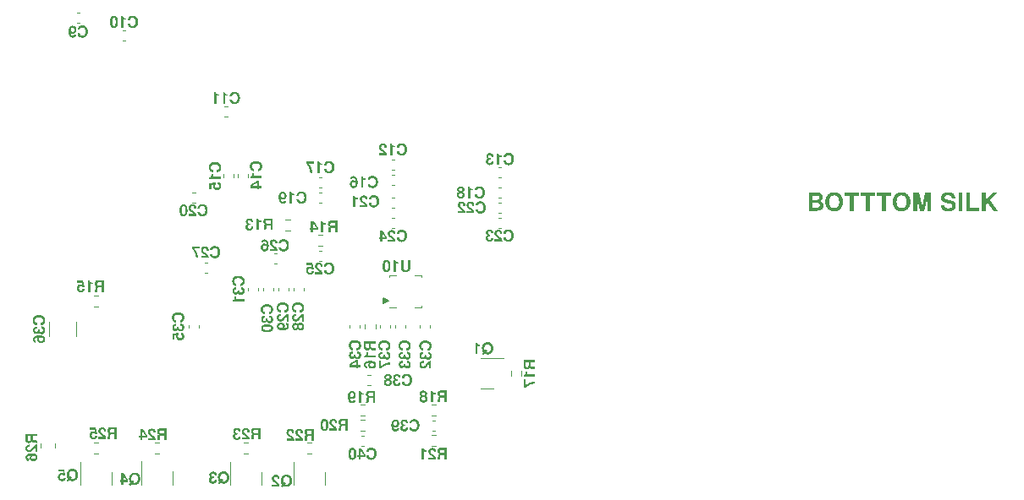
<source format=gbr>
%TF.GenerationSoftware,KiCad,Pcbnew,7.0.7-7.0.7~ubuntu20.04.1*%
%TF.CreationDate,2023-08-17T20:41:34-07:00*%
%TF.ProjectId,IMU-2X,494d552d-3258-42e6-9b69-6361645f7063,1.0*%
%TF.SameCoordinates,Original*%
%TF.FileFunction,Legend,Bot*%
%TF.FilePolarity,Positive*%
%FSLAX46Y46*%
G04 Gerber Fmt 4.6, Leading zero omitted, Abs format (unit mm)*
G04 Created by KiCad (PCBNEW 7.0.7-7.0.7~ubuntu20.04.1) date 2023-08-17 20:41:34*
%MOMM*%
%LPD*%
G01*
G04 APERTURE LIST*
%ADD10C,0.150000*%
%ADD11C,0.300000*%
%ADD12C,0.228600*%
%ADD13C,0.200000*%
%ADD14C,0.120000*%
G04 APERTURE END LIST*
D10*
X171509200Y-110954536D02*
X171001200Y-111208536D01*
X171001200Y-110700536D01*
X171509200Y-110954536D01*
G36*
X171509200Y-110954536D02*
G01*
X171001200Y-111208536D01*
X171001200Y-110700536D01*
X171509200Y-110954536D01*
G37*
D11*
G36*
X214394182Y-100109462D02*
G01*
X214414867Y-100110047D01*
X214435193Y-100111023D01*
X214455158Y-100112388D01*
X214474765Y-100114144D01*
X214494012Y-100116290D01*
X214512899Y-100118826D01*
X214531426Y-100121752D01*
X214549594Y-100125068D01*
X214567402Y-100128775D01*
X214584851Y-100132871D01*
X214601940Y-100137358D01*
X214618669Y-100142235D01*
X214643089Y-100150282D01*
X214666699Y-100159207D01*
X214689433Y-100168827D01*
X214711060Y-100178958D01*
X214731581Y-100189600D01*
X214750994Y-100200754D01*
X214769300Y-100212419D01*
X214786500Y-100224596D01*
X214802593Y-100237284D01*
X214817579Y-100250484D01*
X214831458Y-100264195D01*
X214844230Y-100278418D01*
X214852130Y-100288184D01*
X214863313Y-100302891D01*
X214873901Y-100317537D01*
X214883893Y-100332122D01*
X214896290Y-100351474D01*
X214907628Y-100370717D01*
X214917908Y-100389852D01*
X214927129Y-100408878D01*
X214935292Y-100427796D01*
X214940720Y-100441913D01*
X214947234Y-100460654D01*
X214952879Y-100479314D01*
X214957656Y-100497892D01*
X214961564Y-100516389D01*
X214964604Y-100534805D01*
X214966775Y-100553139D01*
X214968078Y-100571391D01*
X214968513Y-100589563D01*
X214968005Y-100611354D01*
X214966482Y-100632595D01*
X214963944Y-100653287D01*
X214960390Y-100673430D01*
X214955822Y-100693023D01*
X214950238Y-100712066D01*
X214943639Y-100730559D01*
X214936024Y-100748503D01*
X214927394Y-100765897D01*
X214917749Y-100782742D01*
X214910755Y-100793667D01*
X214899324Y-100809781D01*
X214886527Y-100825880D01*
X214872363Y-100841964D01*
X214856832Y-100858033D01*
X214839935Y-100874086D01*
X214821672Y-100890124D01*
X214802042Y-100906147D01*
X214788197Y-100916820D01*
X214773744Y-100927487D01*
X214758684Y-100938147D01*
X214743016Y-100948800D01*
X214726742Y-100959446D01*
X214718377Y-100964767D01*
X214736999Y-100975953D01*
X214755029Y-100987309D01*
X214772469Y-100998836D01*
X214789318Y-101010534D01*
X214805575Y-101022402D01*
X214821241Y-101034440D01*
X214836316Y-101046649D01*
X214850800Y-101059029D01*
X214864693Y-101071579D01*
X214877994Y-101084299D01*
X214890704Y-101097190D01*
X214902823Y-101110252D01*
X214914351Y-101123484D01*
X214935634Y-101150459D01*
X214954551Y-101178116D01*
X214971104Y-101206455D01*
X214985292Y-101235476D01*
X214997116Y-101265179D01*
X215006575Y-101295564D01*
X215013669Y-101326631D01*
X215018398Y-101358380D01*
X215020763Y-101390810D01*
X215021058Y-101407281D01*
X215020583Y-101429782D01*
X215019159Y-101452119D01*
X215016784Y-101474294D01*
X215013459Y-101496305D01*
X215009184Y-101518154D01*
X215003959Y-101539840D01*
X214997785Y-101561364D01*
X214990660Y-101582724D01*
X214982599Y-101603867D01*
X214973398Y-101624956D01*
X214965749Y-101640737D01*
X214957459Y-101656488D01*
X214948528Y-101672208D01*
X214938955Y-101687897D01*
X214928742Y-101703556D01*
X214917887Y-101719184D01*
X214906391Y-101734782D01*
X214894253Y-101750350D01*
X214881293Y-101765534D01*
X214867165Y-101780146D01*
X214851868Y-101794185D01*
X214835404Y-101807652D01*
X214817772Y-101820547D01*
X214798972Y-101832868D01*
X214779003Y-101844618D01*
X214757867Y-101855794D01*
X214735564Y-101866399D01*
X214712092Y-101876430D01*
X214695795Y-101882800D01*
X214679042Y-101888848D01*
X214661895Y-101894505D01*
X214644355Y-101899772D01*
X214626421Y-101904649D01*
X214608094Y-101909136D01*
X214589373Y-101913233D01*
X214570259Y-101916939D01*
X214550751Y-101920255D01*
X214530849Y-101923182D01*
X214510554Y-101925718D01*
X214489866Y-101927864D01*
X214468784Y-101929619D01*
X214447308Y-101930985D01*
X214425439Y-101931960D01*
X214403176Y-101932545D01*
X214380519Y-101932741D01*
X213560195Y-101932741D01*
X213560195Y-101147157D01*
X213935399Y-101147157D01*
X213935399Y-101620071D01*
X214383125Y-101620071D01*
X214416728Y-101619153D01*
X214448163Y-101616400D01*
X214477430Y-101611811D01*
X214504529Y-101605387D01*
X214529460Y-101597128D01*
X214552223Y-101587033D01*
X214572819Y-101575102D01*
X214591246Y-101561336D01*
X214607505Y-101545735D01*
X214621597Y-101528298D01*
X214633520Y-101509026D01*
X214643276Y-101487919D01*
X214650864Y-101464976D01*
X214656284Y-101440197D01*
X214659536Y-101413583D01*
X214660620Y-101385134D01*
X214659536Y-101356316D01*
X214656284Y-101329358D01*
X214650864Y-101304259D01*
X214643276Y-101281019D01*
X214633520Y-101259638D01*
X214621597Y-101240117D01*
X214607505Y-101222455D01*
X214591246Y-101206651D01*
X214572819Y-101192708D01*
X214552223Y-101180623D01*
X214529460Y-101170397D01*
X214504529Y-101162031D01*
X214477430Y-101155524D01*
X214448163Y-101150876D01*
X214416728Y-101148087D01*
X214383125Y-101147157D01*
X213935399Y-101147157D01*
X213560195Y-101147157D01*
X213560195Y-100421937D01*
X213935399Y-100421937D01*
X213935399Y-100834487D01*
X214343173Y-100834487D01*
X214375251Y-100833687D01*
X214405259Y-100831285D01*
X214433198Y-100827281D01*
X214459067Y-100821677D01*
X214482867Y-100814471D01*
X214504597Y-100805663D01*
X214524257Y-100795254D01*
X214541848Y-100783244D01*
X214557370Y-100769633D01*
X214570822Y-100754420D01*
X214582204Y-100737606D01*
X214591517Y-100719190D01*
X214598761Y-100699174D01*
X214603935Y-100677555D01*
X214607039Y-100654336D01*
X214608074Y-100629515D01*
X214607039Y-100604378D01*
X214603935Y-100580864D01*
X214598761Y-100558971D01*
X214591517Y-100538699D01*
X214582204Y-100520050D01*
X214570822Y-100503022D01*
X214557370Y-100487616D01*
X214541848Y-100473831D01*
X214524257Y-100461669D01*
X214504597Y-100451127D01*
X214482867Y-100442208D01*
X214459067Y-100434910D01*
X214433198Y-100429234D01*
X214405259Y-100425180D01*
X214375251Y-100422748D01*
X214343173Y-100421937D01*
X213935399Y-100421937D01*
X213560195Y-100421937D01*
X213560195Y-100109267D01*
X214373137Y-100109267D01*
X214394182Y-100109462D01*
G37*
G36*
X216110857Y-100079563D02*
G01*
X216135110Y-100080344D01*
X216159064Y-100081646D01*
X216182721Y-100083469D01*
X216206080Y-100085812D01*
X216229141Y-100088677D01*
X216251905Y-100092062D01*
X216274371Y-100095968D01*
X216296539Y-100100394D01*
X216318410Y-100105342D01*
X216339982Y-100110810D01*
X216361258Y-100116799D01*
X216382235Y-100123308D01*
X216402915Y-100130339D01*
X216423297Y-100137890D01*
X216443381Y-100145962D01*
X216463167Y-100154555D01*
X216482656Y-100163669D01*
X216501847Y-100173303D01*
X216520741Y-100183458D01*
X216539337Y-100194134D01*
X216557635Y-100205331D01*
X216575635Y-100217048D01*
X216593338Y-100229287D01*
X216610743Y-100242046D01*
X216627850Y-100255325D01*
X216644659Y-100269126D01*
X216661171Y-100283447D01*
X216677385Y-100298290D01*
X216693301Y-100313652D01*
X216708920Y-100329536D01*
X216724241Y-100345941D01*
X216739176Y-100362743D01*
X216753637Y-100379876D01*
X216767624Y-100397339D01*
X216781136Y-100415131D01*
X216794175Y-100433254D01*
X216806739Y-100451706D01*
X216818830Y-100470488D01*
X216830446Y-100489601D01*
X216841588Y-100509043D01*
X216852256Y-100528815D01*
X216862449Y-100548917D01*
X216872169Y-100569349D01*
X216881414Y-100590111D01*
X216890186Y-100611203D01*
X216898483Y-100632625D01*
X216906306Y-100654376D01*
X216913655Y-100676458D01*
X216920530Y-100698870D01*
X216926931Y-100721611D01*
X216932857Y-100744683D01*
X216938310Y-100768084D01*
X216943288Y-100791816D01*
X216947792Y-100815877D01*
X216951822Y-100840269D01*
X216955378Y-100864990D01*
X216958460Y-100890041D01*
X216961068Y-100915422D01*
X216963201Y-100941133D01*
X216964861Y-100967174D01*
X216966046Y-100993545D01*
X216966757Y-101020246D01*
X216966994Y-101047277D01*
X216966761Y-101072466D01*
X216966061Y-101097390D01*
X216964895Y-101122047D01*
X216963263Y-101146438D01*
X216961163Y-101170563D01*
X216958598Y-101194421D01*
X216955565Y-101218013D01*
X216952067Y-101241338D01*
X216948101Y-101264398D01*
X216943670Y-101287190D01*
X216938772Y-101309717D01*
X216933407Y-101331977D01*
X216927576Y-101353971D01*
X216921278Y-101375699D01*
X216914514Y-101397160D01*
X216907283Y-101418355D01*
X216899586Y-101439284D01*
X216891422Y-101459946D01*
X216882792Y-101480342D01*
X216873696Y-101500472D01*
X216864132Y-101520335D01*
X216854103Y-101539932D01*
X216843607Y-101559263D01*
X216832644Y-101578327D01*
X216821215Y-101597125D01*
X216809319Y-101615657D01*
X216796957Y-101633922D01*
X216784129Y-101651921D01*
X216770834Y-101669654D01*
X216757072Y-101687120D01*
X216742844Y-101704320D01*
X216728149Y-101721254D01*
X216713064Y-101737792D01*
X216697663Y-101753805D01*
X216681946Y-101769293D01*
X216665914Y-101784256D01*
X216649566Y-101798694D01*
X216632903Y-101812607D01*
X216615924Y-101825995D01*
X216598630Y-101838858D01*
X216581020Y-101851196D01*
X216563095Y-101863009D01*
X216544854Y-101874297D01*
X216526298Y-101885060D01*
X216507426Y-101895298D01*
X216488239Y-101905010D01*
X216468736Y-101914198D01*
X216448918Y-101922861D01*
X216428784Y-101930999D01*
X216408334Y-101938612D01*
X216387570Y-101945699D01*
X216366489Y-101952262D01*
X216345093Y-101958300D01*
X216323382Y-101963812D01*
X216301355Y-101968800D01*
X216279012Y-101973263D01*
X216256354Y-101977200D01*
X216233380Y-101980613D01*
X216210091Y-101983501D01*
X216186487Y-101985863D01*
X216162567Y-101987701D01*
X216138331Y-101989013D01*
X216113780Y-101989801D01*
X216088913Y-101990063D01*
X216064205Y-101989802D01*
X216039806Y-101989018D01*
X216015714Y-101987712D01*
X215991930Y-101985884D01*
X215968454Y-101983532D01*
X215945285Y-101980659D01*
X215922425Y-101977263D01*
X215899873Y-101973344D01*
X215877628Y-101968903D01*
X215855691Y-101963940D01*
X215834063Y-101958454D01*
X215812742Y-101952445D01*
X215791729Y-101945914D01*
X215771024Y-101938861D01*
X215750626Y-101931285D01*
X215730537Y-101923187D01*
X215710755Y-101914566D01*
X215691282Y-101905423D01*
X215672116Y-101895757D01*
X215653258Y-101885569D01*
X215634708Y-101874858D01*
X215616466Y-101863625D01*
X215598532Y-101851869D01*
X215580906Y-101839591D01*
X215563588Y-101826790D01*
X215546577Y-101813467D01*
X215529874Y-101799622D01*
X215513480Y-101785254D01*
X215497393Y-101770363D01*
X215481614Y-101754950D01*
X215466143Y-101739015D01*
X215450980Y-101722557D01*
X215436205Y-101705688D01*
X215421899Y-101688521D01*
X215408063Y-101671056D01*
X215394695Y-101653292D01*
X215381796Y-101635229D01*
X215369367Y-101616868D01*
X215357406Y-101598208D01*
X215345915Y-101579250D01*
X215334893Y-101559993D01*
X215324339Y-101540437D01*
X215314255Y-101520583D01*
X215304640Y-101500431D01*
X215295493Y-101479980D01*
X215286816Y-101459230D01*
X215278608Y-101438182D01*
X215270869Y-101416835D01*
X215263599Y-101395190D01*
X215256798Y-101373246D01*
X215250466Y-101351003D01*
X215244603Y-101328462D01*
X215239209Y-101305623D01*
X215234284Y-101282485D01*
X215229828Y-101259048D01*
X215225841Y-101235313D01*
X215222323Y-101211279D01*
X215219274Y-101186947D01*
X215216695Y-101162316D01*
X215214584Y-101137386D01*
X215212942Y-101112158D01*
X215211770Y-101086632D01*
X215211066Y-101060807D01*
X215210836Y-101035117D01*
X215586036Y-101035117D01*
X215586170Y-101052974D01*
X215586573Y-101070608D01*
X215587246Y-101088020D01*
X215589397Y-101122178D01*
X215592623Y-101155446D01*
X215596925Y-101187826D01*
X215602302Y-101219317D01*
X215608755Y-101249919D01*
X215616284Y-101279632D01*
X215624887Y-101308457D01*
X215634567Y-101336392D01*
X215645322Y-101363438D01*
X215657152Y-101389596D01*
X215670058Y-101414865D01*
X215684039Y-101439245D01*
X215699096Y-101462736D01*
X215715228Y-101485338D01*
X215723697Y-101496305D01*
X215741256Y-101517340D01*
X215759517Y-101537018D01*
X215778481Y-101555338D01*
X215798146Y-101572302D01*
X215818514Y-101587908D01*
X215839585Y-101602157D01*
X215861357Y-101615049D01*
X215883832Y-101626585D01*
X215907009Y-101636763D01*
X215930889Y-101645584D01*
X215955470Y-101653047D01*
X215980754Y-101659154D01*
X216006741Y-101663904D01*
X216033429Y-101667297D01*
X216060820Y-101669332D01*
X216088913Y-101670011D01*
X216116747Y-101669337D01*
X216143902Y-101667317D01*
X216170378Y-101663950D01*
X216196176Y-101659236D01*
X216221296Y-101653175D01*
X216245737Y-101645767D01*
X216269499Y-101637012D01*
X216292583Y-101626910D01*
X216314988Y-101615462D01*
X216336715Y-101602666D01*
X216357763Y-101588524D01*
X216378133Y-101573034D01*
X216397824Y-101556198D01*
X216416837Y-101538015D01*
X216435171Y-101518485D01*
X216452826Y-101497608D01*
X216469654Y-101475585D01*
X216485396Y-101452723D01*
X216500052Y-101429023D01*
X216513623Y-101404486D01*
X216526108Y-101379110D01*
X216537508Y-101352897D01*
X216547821Y-101325845D01*
X216557049Y-101297955D01*
X216565192Y-101269228D01*
X216572249Y-101239662D01*
X216578220Y-101209259D01*
X216583105Y-101178017D01*
X216586905Y-101145938D01*
X216589619Y-101113020D01*
X216591248Y-101079265D01*
X216591791Y-101044671D01*
X216591657Y-101026359D01*
X216591258Y-101008281D01*
X216590592Y-100990437D01*
X216589660Y-100972828D01*
X216588461Y-100955452D01*
X216585266Y-100921403D01*
X216581004Y-100888290D01*
X216575678Y-100856114D01*
X216569286Y-100824874D01*
X216561829Y-100794571D01*
X216553306Y-100765204D01*
X216543719Y-100736773D01*
X216533066Y-100709279D01*
X216521347Y-100682721D01*
X216508564Y-100657099D01*
X216494715Y-100632414D01*
X216479801Y-100608665D01*
X216463821Y-100585853D01*
X216455432Y-100574798D01*
X216438020Y-100553553D01*
X216419876Y-100533678D01*
X216400999Y-100515175D01*
X216381390Y-100498042D01*
X216361047Y-100482279D01*
X216339972Y-100467887D01*
X216318164Y-100454866D01*
X216295623Y-100443216D01*
X216272349Y-100432936D01*
X216248342Y-100424027D01*
X216223603Y-100416488D01*
X216198130Y-100410320D01*
X216171925Y-100405523D01*
X216144987Y-100402096D01*
X216117317Y-100400040D01*
X216088913Y-100399355D01*
X216060820Y-100400035D01*
X216033429Y-100402076D01*
X216006741Y-100405477D01*
X215980754Y-100410239D01*
X215955470Y-100416361D01*
X215930889Y-100423843D01*
X215907009Y-100432687D01*
X215883832Y-100442890D01*
X215861357Y-100454454D01*
X215839585Y-100467378D01*
X215818514Y-100481663D01*
X215798146Y-100497309D01*
X215778481Y-100514315D01*
X215759517Y-100532681D01*
X215741256Y-100552408D01*
X215723697Y-100573495D01*
X215707027Y-100595654D01*
X215691433Y-100618706D01*
X215676914Y-100642650D01*
X215663470Y-100667486D01*
X215651102Y-100693214D01*
X215639810Y-100719835D01*
X215629593Y-100747348D01*
X215620451Y-100775753D01*
X215612385Y-100805051D01*
X215605394Y-100835241D01*
X215599479Y-100866323D01*
X215594639Y-100898297D01*
X215590875Y-100931164D01*
X215588187Y-100964923D01*
X215586573Y-100999574D01*
X215586170Y-101017234D01*
X215586036Y-101035117D01*
X215210836Y-101035117D01*
X215210832Y-101034683D01*
X215211068Y-101008559D01*
X215211775Y-100982734D01*
X215212954Y-100957208D01*
X215214604Y-100931980D01*
X215216727Y-100907050D01*
X215219320Y-100882419D01*
X215222386Y-100858087D01*
X215225922Y-100834053D01*
X215229931Y-100810318D01*
X215234411Y-100786881D01*
X215239363Y-100763743D01*
X215244786Y-100740904D01*
X215250681Y-100718363D01*
X215257047Y-100696120D01*
X215263885Y-100674176D01*
X215271194Y-100652531D01*
X215278976Y-100631184D01*
X215287228Y-100610136D01*
X215295953Y-100589386D01*
X215305148Y-100568935D01*
X215314816Y-100548783D01*
X215324955Y-100528929D01*
X215335566Y-100509373D01*
X215346648Y-100490116D01*
X215358202Y-100471158D01*
X215370227Y-100452498D01*
X215382724Y-100434137D01*
X215395692Y-100416074D01*
X215409133Y-100398310D01*
X215423044Y-100380845D01*
X215437428Y-100363678D01*
X215452282Y-100346809D01*
X215467521Y-100330351D01*
X215483054Y-100314416D01*
X215498883Y-100299003D01*
X215515006Y-100284112D01*
X215531425Y-100269744D01*
X215548139Y-100255899D01*
X215565149Y-100242576D01*
X215582453Y-100229775D01*
X215600053Y-100217497D01*
X215617947Y-100205741D01*
X215636137Y-100194508D01*
X215654622Y-100183797D01*
X215673402Y-100173609D01*
X215692478Y-100163943D01*
X215711848Y-100154800D01*
X215731514Y-100146179D01*
X215751475Y-100138081D01*
X215771731Y-100130505D01*
X215792282Y-100123452D01*
X215813128Y-100116921D01*
X215834270Y-100110912D01*
X215855707Y-100105426D01*
X215877439Y-100100463D01*
X215899466Y-100096022D01*
X215921788Y-100092103D01*
X215944405Y-100088707D01*
X215967318Y-100085834D01*
X215990525Y-100083482D01*
X216014028Y-100081654D01*
X216037826Y-100080348D01*
X216061919Y-100079564D01*
X216086308Y-100079303D01*
X216110857Y-100079563D01*
G37*
G36*
X218059602Y-100421937D02*
G01*
X218059602Y-101932741D01*
X217684398Y-101932741D01*
X217684398Y-100421937D01*
X217131580Y-100421937D01*
X217131580Y-100109267D01*
X218592444Y-100109267D01*
X218592444Y-100421937D01*
X218059602Y-100421937D01*
G37*
G36*
X219661167Y-100421937D02*
G01*
X219661167Y-101932741D01*
X219285963Y-101932741D01*
X219285963Y-100421937D01*
X218733145Y-100421937D01*
X218733145Y-100109267D01*
X220194009Y-100109267D01*
X220194009Y-100421937D01*
X219661167Y-100421937D01*
G37*
G36*
X221262732Y-100421937D02*
G01*
X221262732Y-101932741D01*
X220887528Y-101932741D01*
X220887528Y-100421937D01*
X220334710Y-100421937D01*
X220334710Y-100109267D01*
X221795573Y-100109267D01*
X221795573Y-100421937D01*
X221262732Y-100421937D01*
G37*
G36*
X222861054Y-100079563D02*
G01*
X222885306Y-100080344D01*
X222909260Y-100081646D01*
X222932917Y-100083469D01*
X222956276Y-100085812D01*
X222979338Y-100088677D01*
X223002101Y-100092062D01*
X223024567Y-100095968D01*
X223046735Y-100100394D01*
X223068606Y-100105342D01*
X223090179Y-100110810D01*
X223111454Y-100116799D01*
X223132431Y-100123308D01*
X223153111Y-100130339D01*
X223173493Y-100137890D01*
X223193577Y-100145962D01*
X223213364Y-100154555D01*
X223232853Y-100163669D01*
X223252044Y-100173303D01*
X223270937Y-100183458D01*
X223289533Y-100194134D01*
X223307831Y-100205331D01*
X223325831Y-100217048D01*
X223343534Y-100229287D01*
X223360939Y-100242046D01*
X223378046Y-100255325D01*
X223394855Y-100269126D01*
X223411367Y-100283447D01*
X223427581Y-100298290D01*
X223443498Y-100313652D01*
X223459116Y-100329536D01*
X223474437Y-100345941D01*
X223489372Y-100362743D01*
X223503833Y-100379876D01*
X223517820Y-100397339D01*
X223531333Y-100415131D01*
X223544371Y-100433254D01*
X223556935Y-100451706D01*
X223569026Y-100470488D01*
X223580642Y-100489601D01*
X223591784Y-100509043D01*
X223602452Y-100528815D01*
X223612646Y-100548917D01*
X223622365Y-100569349D01*
X223631611Y-100590111D01*
X223640382Y-100611203D01*
X223648679Y-100632625D01*
X223656502Y-100654376D01*
X223663851Y-100676458D01*
X223670726Y-100698870D01*
X223677127Y-100721611D01*
X223683054Y-100744683D01*
X223688506Y-100768084D01*
X223693484Y-100791816D01*
X223697989Y-100815877D01*
X223702019Y-100840269D01*
X223705575Y-100864990D01*
X223708656Y-100890041D01*
X223711264Y-100915422D01*
X223713398Y-100941133D01*
X223715057Y-100967174D01*
X223716242Y-100993545D01*
X223716954Y-101020246D01*
X223717191Y-101047277D01*
X223716957Y-101072466D01*
X223716258Y-101097390D01*
X223715091Y-101122047D01*
X223713459Y-101146438D01*
X223711360Y-101170563D01*
X223708794Y-101194421D01*
X223705762Y-101218013D01*
X223702263Y-101241338D01*
X223698298Y-101264398D01*
X223693866Y-101287190D01*
X223688968Y-101309717D01*
X223683603Y-101331977D01*
X223677772Y-101353971D01*
X223671474Y-101375699D01*
X223664710Y-101397160D01*
X223657479Y-101418355D01*
X223649782Y-101439284D01*
X223641619Y-101459946D01*
X223632988Y-101480342D01*
X223623892Y-101500472D01*
X223614329Y-101520335D01*
X223604299Y-101539932D01*
X223593803Y-101559263D01*
X223582840Y-101578327D01*
X223571411Y-101597125D01*
X223559516Y-101615657D01*
X223547154Y-101633922D01*
X223534325Y-101651921D01*
X223521030Y-101669654D01*
X223507268Y-101687120D01*
X223493040Y-101704320D01*
X223478346Y-101721254D01*
X223463260Y-101737792D01*
X223447859Y-101753805D01*
X223432142Y-101769293D01*
X223416110Y-101784256D01*
X223399763Y-101798694D01*
X223383099Y-101812607D01*
X223366121Y-101825995D01*
X223348826Y-101838858D01*
X223331217Y-101851196D01*
X223313291Y-101863009D01*
X223295051Y-101874297D01*
X223276494Y-101885060D01*
X223257623Y-101895298D01*
X223238435Y-101905010D01*
X223218932Y-101914198D01*
X223199114Y-101922861D01*
X223178980Y-101930999D01*
X223158531Y-101938612D01*
X223137766Y-101945699D01*
X223116685Y-101952262D01*
X223095289Y-101958300D01*
X223073578Y-101963812D01*
X223051551Y-101968800D01*
X223029208Y-101973263D01*
X223006550Y-101977200D01*
X222983577Y-101980613D01*
X222960288Y-101983501D01*
X222936683Y-101985863D01*
X222912763Y-101987701D01*
X222888527Y-101989013D01*
X222863976Y-101989801D01*
X222839109Y-101990063D01*
X222814402Y-101989802D01*
X222790002Y-101989018D01*
X222765910Y-101987712D01*
X222742126Y-101985884D01*
X222718650Y-101983532D01*
X222695482Y-101980659D01*
X222672621Y-101977263D01*
X222650069Y-101973344D01*
X222627824Y-101968903D01*
X222605888Y-101963940D01*
X222584259Y-101958454D01*
X222562938Y-101952445D01*
X222541925Y-101945914D01*
X222521220Y-101938861D01*
X222500823Y-101931285D01*
X222480733Y-101923187D01*
X222460952Y-101914566D01*
X222441478Y-101905423D01*
X222422312Y-101895757D01*
X222403455Y-101885569D01*
X222384905Y-101874858D01*
X222366663Y-101863625D01*
X222348728Y-101851869D01*
X222331102Y-101839591D01*
X222313784Y-101826790D01*
X222296773Y-101813467D01*
X222280071Y-101799622D01*
X222263676Y-101785254D01*
X222247589Y-101770363D01*
X222231810Y-101754950D01*
X222216339Y-101739015D01*
X222201176Y-101722557D01*
X222186401Y-101705688D01*
X222172095Y-101688521D01*
X222158259Y-101671056D01*
X222144891Y-101653292D01*
X222131993Y-101635229D01*
X222119563Y-101616868D01*
X222107603Y-101598208D01*
X222096111Y-101579250D01*
X222085089Y-101559993D01*
X222074535Y-101540437D01*
X222064451Y-101520583D01*
X222054836Y-101500431D01*
X222045689Y-101479980D01*
X222037012Y-101459230D01*
X222028804Y-101438182D01*
X222021065Y-101416835D01*
X222013795Y-101395190D01*
X222006994Y-101373246D01*
X222000662Y-101351003D01*
X221994799Y-101328462D01*
X221989405Y-101305623D01*
X221984480Y-101282485D01*
X221980024Y-101259048D01*
X221976037Y-101235313D01*
X221972519Y-101211279D01*
X221969471Y-101186947D01*
X221966891Y-101162316D01*
X221964780Y-101137386D01*
X221963139Y-101112158D01*
X221961966Y-101086632D01*
X221961262Y-101060807D01*
X221961032Y-101035117D01*
X222336232Y-101035117D01*
X222336366Y-101052974D01*
X222336770Y-101070608D01*
X222337442Y-101088020D01*
X222339593Y-101122178D01*
X222342819Y-101155446D01*
X222347121Y-101187826D01*
X222352499Y-101219317D01*
X222358951Y-101249919D01*
X222366480Y-101279632D01*
X222375084Y-101308457D01*
X222384763Y-101336392D01*
X222395518Y-101363438D01*
X222407348Y-101389596D01*
X222420254Y-101414865D01*
X222434235Y-101439245D01*
X222449292Y-101462736D01*
X222465424Y-101485338D01*
X222473893Y-101496305D01*
X222491452Y-101517340D01*
X222509713Y-101537018D01*
X222528677Y-101555338D01*
X222548343Y-101572302D01*
X222568711Y-101587908D01*
X222589781Y-101602157D01*
X222611553Y-101615049D01*
X222634028Y-101626585D01*
X222657205Y-101636763D01*
X222681085Y-101645584D01*
X222705667Y-101653047D01*
X222730951Y-101659154D01*
X222756937Y-101663904D01*
X222783625Y-101667297D01*
X222811016Y-101669332D01*
X222839109Y-101670011D01*
X222866943Y-101669337D01*
X222894098Y-101667317D01*
X222920575Y-101663950D01*
X222946372Y-101659236D01*
X222971492Y-101653175D01*
X222995933Y-101645767D01*
X223019695Y-101637012D01*
X223042779Y-101626910D01*
X223065184Y-101615462D01*
X223086911Y-101602666D01*
X223107959Y-101588524D01*
X223128329Y-101573034D01*
X223148020Y-101556198D01*
X223167033Y-101538015D01*
X223185367Y-101518485D01*
X223203022Y-101497608D01*
X223219850Y-101475585D01*
X223235592Y-101452723D01*
X223250249Y-101429023D01*
X223263819Y-101404486D01*
X223276304Y-101379110D01*
X223287704Y-101352897D01*
X223298018Y-101325845D01*
X223307246Y-101297955D01*
X223315388Y-101269228D01*
X223322445Y-101239662D01*
X223328416Y-101209259D01*
X223333302Y-101178017D01*
X223337101Y-101145938D01*
X223339815Y-101113020D01*
X223341444Y-101079265D01*
X223341987Y-101044671D01*
X223341854Y-101026359D01*
X223341454Y-101008281D01*
X223340788Y-100990437D01*
X223339856Y-100972828D01*
X223338658Y-100955452D01*
X223335462Y-100921403D01*
X223331201Y-100888290D01*
X223325874Y-100856114D01*
X223319482Y-100824874D01*
X223312025Y-100794571D01*
X223303503Y-100765204D01*
X223293915Y-100736773D01*
X223283262Y-100709279D01*
X223271544Y-100682721D01*
X223258760Y-100657099D01*
X223244911Y-100632414D01*
X223229997Y-100608665D01*
X223214017Y-100585853D01*
X223205628Y-100574798D01*
X223188217Y-100553553D01*
X223170073Y-100533678D01*
X223151196Y-100515175D01*
X223131586Y-100498042D01*
X223111243Y-100482279D01*
X223090168Y-100467887D01*
X223068360Y-100454866D01*
X223045819Y-100443216D01*
X223022545Y-100432936D01*
X222998538Y-100424027D01*
X222973799Y-100416488D01*
X222948327Y-100410320D01*
X222922122Y-100405523D01*
X222895184Y-100402096D01*
X222867513Y-100400040D01*
X222839109Y-100399355D01*
X222811016Y-100400035D01*
X222783625Y-100402076D01*
X222756937Y-100405477D01*
X222730951Y-100410239D01*
X222705667Y-100416361D01*
X222681085Y-100423843D01*
X222657205Y-100432687D01*
X222634028Y-100442890D01*
X222611553Y-100454454D01*
X222589781Y-100467378D01*
X222568711Y-100481663D01*
X222548343Y-100497309D01*
X222528677Y-100514315D01*
X222509713Y-100532681D01*
X222491452Y-100552408D01*
X222473893Y-100573495D01*
X222457224Y-100595654D01*
X222441629Y-100618706D01*
X222427110Y-100642650D01*
X222413667Y-100667486D01*
X222401299Y-100693214D01*
X222390006Y-100719835D01*
X222379789Y-100747348D01*
X222370647Y-100775753D01*
X222362581Y-100805051D01*
X222355591Y-100835241D01*
X222349675Y-100866323D01*
X222344836Y-100898297D01*
X222341072Y-100931164D01*
X222338383Y-100964923D01*
X222336770Y-100999574D01*
X222336366Y-101017234D01*
X222336232Y-101035117D01*
X221961032Y-101035117D01*
X221961028Y-101034683D01*
X221961264Y-101008559D01*
X221961971Y-100982734D01*
X221963150Y-100957208D01*
X221964801Y-100931980D01*
X221966923Y-100907050D01*
X221969516Y-100882419D01*
X221972582Y-100858087D01*
X221976119Y-100834053D01*
X221980127Y-100810318D01*
X221984607Y-100786881D01*
X221989559Y-100763743D01*
X221994982Y-100740904D01*
X222000877Y-100718363D01*
X222007243Y-100696120D01*
X222014081Y-100674176D01*
X222021391Y-100652531D01*
X222029172Y-100631184D01*
X222037424Y-100610136D01*
X222046149Y-100589386D01*
X222055345Y-100568935D01*
X222065012Y-100548783D01*
X222075151Y-100528929D01*
X222085762Y-100509373D01*
X222096844Y-100490116D01*
X222108398Y-100471158D01*
X222120423Y-100452498D01*
X222132920Y-100434137D01*
X222145889Y-100416074D01*
X222159329Y-100398310D01*
X222173240Y-100380845D01*
X222187624Y-100363678D01*
X222202479Y-100346809D01*
X222217717Y-100330351D01*
X222233250Y-100314416D01*
X222249079Y-100299003D01*
X222265203Y-100284112D01*
X222281622Y-100269744D01*
X222298336Y-100255899D01*
X222315345Y-100242576D01*
X222332649Y-100229775D01*
X222350249Y-100217497D01*
X222368143Y-100205741D01*
X222386333Y-100194508D01*
X222404818Y-100183797D01*
X222423599Y-100173609D01*
X222442674Y-100163943D01*
X222462045Y-100154800D01*
X222481710Y-100146179D01*
X222501671Y-100138081D01*
X222521927Y-100130505D01*
X222542478Y-100123452D01*
X222563325Y-100116921D01*
X222584466Y-100110912D01*
X222605903Y-100105426D01*
X222627635Y-100100463D01*
X222649662Y-100096022D01*
X222671984Y-100092103D01*
X222694601Y-100088707D01*
X222717514Y-100085834D01*
X222740721Y-100083482D01*
X222764224Y-100081654D01*
X222788022Y-100080348D01*
X222812115Y-100079564D01*
X222836504Y-100079303D01*
X222861054Y-100079563D01*
G37*
G36*
X224382049Y-100511829D02*
G01*
X224382049Y-101932741D01*
X224006845Y-101932741D01*
X224006845Y-100109267D01*
X224567045Y-100109267D01*
X224897085Y-101560142D01*
X225217572Y-100109267D01*
X225782549Y-100109267D01*
X225782549Y-101932741D01*
X225407345Y-101932741D01*
X225407345Y-100511829D01*
X225084687Y-101932741D01*
X224709483Y-101932741D01*
X224382049Y-100511829D01*
G37*
G36*
X228200530Y-100664690D02*
G01*
X227850513Y-100664690D01*
X227848930Y-100647137D01*
X227843756Y-100613702D01*
X227835906Y-100582496D01*
X227825378Y-100553519D01*
X227812174Y-100526771D01*
X227796293Y-100502252D01*
X227777735Y-100479962D01*
X227756500Y-100459901D01*
X227732588Y-100442069D01*
X227706000Y-100426466D01*
X227676735Y-100413092D01*
X227644792Y-100401948D01*
X227627817Y-100397211D01*
X227610173Y-100393032D01*
X227591860Y-100389409D01*
X227572878Y-100386345D01*
X227553226Y-100383837D01*
X227532905Y-100381887D01*
X227511915Y-100380493D01*
X227490256Y-100379658D01*
X227467927Y-100379379D01*
X227450031Y-100379618D01*
X227432602Y-100380336D01*
X227407338Y-100382309D01*
X227383127Y-100385359D01*
X227359969Y-100389484D01*
X227337865Y-100394687D01*
X227316814Y-100400965D01*
X227296817Y-100408320D01*
X227277873Y-100416752D01*
X227259982Y-100426259D01*
X227243145Y-100436843D01*
X227237767Y-100440610D01*
X227222556Y-100452454D01*
X227208841Y-100465022D01*
X227196622Y-100478316D01*
X227185900Y-100492335D01*
X227176673Y-100507079D01*
X227166699Y-100527866D01*
X227160964Y-100544302D01*
X227156724Y-100561464D01*
X227153981Y-100579351D01*
X227152735Y-100597962D01*
X227152651Y-100604328D01*
X227153289Y-100622682D01*
X227155201Y-100640129D01*
X227159734Y-100661978D01*
X227166533Y-100682212D01*
X227175598Y-100700831D01*
X227186929Y-100717835D01*
X227200527Y-100733224D01*
X227216392Y-100746999D01*
X227225174Y-100753280D01*
X227245299Y-100765311D01*
X227263011Y-100774164D01*
X227282968Y-100782873D01*
X227305169Y-100791436D01*
X227329614Y-100799855D01*
X227347158Y-100805387D01*
X227365699Y-100810854D01*
X227385237Y-100816257D01*
X227405773Y-100821595D01*
X227427306Y-100826869D01*
X227449837Y-100832079D01*
X227473365Y-100837224D01*
X227497891Y-100842304D01*
X227782768Y-100897021D01*
X227813823Y-100903586D01*
X227843803Y-100910687D01*
X227872707Y-100918324D01*
X227900535Y-100926497D01*
X227927288Y-100935206D01*
X227952966Y-100944451D01*
X227977568Y-100954232D01*
X228001094Y-100964549D01*
X228023545Y-100975403D01*
X228044921Y-100986792D01*
X228065221Y-100998717D01*
X228084446Y-101011178D01*
X228102595Y-101024176D01*
X228119669Y-101037709D01*
X228135667Y-101051779D01*
X228150590Y-101066384D01*
X228164525Y-101081580D01*
X228177562Y-101097529D01*
X228189699Y-101114231D01*
X228200937Y-101131687D01*
X228211276Y-101149895D01*
X228220716Y-101168857D01*
X228229258Y-101188572D01*
X228236900Y-101209040D01*
X228243643Y-101230261D01*
X228249486Y-101252236D01*
X228254431Y-101274963D01*
X228258477Y-101298444D01*
X228261624Y-101322678D01*
X228263871Y-101347665D01*
X228265220Y-101373405D01*
X228265670Y-101399899D01*
X228264898Y-101434112D01*
X228262582Y-101467379D01*
X228258723Y-101499700D01*
X228253320Y-101531074D01*
X228246374Y-101561501D01*
X228237883Y-101590982D01*
X228227850Y-101619516D01*
X228216272Y-101647103D01*
X228203151Y-101673745D01*
X228188486Y-101699439D01*
X228172277Y-101724187D01*
X228154525Y-101747988D01*
X228135229Y-101770843D01*
X228114390Y-101792751D01*
X228092006Y-101813713D01*
X228068080Y-101833728D01*
X228042775Y-101852660D01*
X228016260Y-101870369D01*
X227988533Y-101886858D01*
X227959595Y-101902125D01*
X227929446Y-101916171D01*
X227898086Y-101928995D01*
X227865514Y-101940598D01*
X227848774Y-101945941D01*
X227831731Y-101950980D01*
X227814386Y-101955712D01*
X227796738Y-101960140D01*
X227778786Y-101964262D01*
X227760533Y-101968079D01*
X227741976Y-101971590D01*
X227723116Y-101974796D01*
X227703954Y-101977697D01*
X227684489Y-101980292D01*
X227664721Y-101982582D01*
X227644650Y-101984567D01*
X227624277Y-101986247D01*
X227603600Y-101987621D01*
X227582621Y-101988689D01*
X227561340Y-101989453D01*
X227539755Y-101989911D01*
X227517867Y-101990063D01*
X227496144Y-101989912D01*
X227474724Y-101989458D01*
X227453609Y-101988701D01*
X227432799Y-101987641D01*
X227412293Y-101986278D01*
X227392092Y-101984613D01*
X227372195Y-101982645D01*
X227352603Y-101980374D01*
X227333315Y-101977800D01*
X227314332Y-101974923D01*
X227295653Y-101971744D01*
X227277278Y-101968262D01*
X227259209Y-101964477D01*
X227241443Y-101960389D01*
X227223982Y-101955999D01*
X227206826Y-101951305D01*
X227189974Y-101946309D01*
X227173427Y-101941010D01*
X227141245Y-101929504D01*
X227110282Y-101916786D01*
X227080537Y-101902858D01*
X227052009Y-101887718D01*
X227024700Y-101871367D01*
X226998608Y-101853805D01*
X226973735Y-101835031D01*
X226950212Y-101815114D01*
X226928062Y-101794122D01*
X226907287Y-101772054D01*
X226887886Y-101748911D01*
X226869859Y-101724693D01*
X226853206Y-101699398D01*
X226837927Y-101673029D01*
X226824022Y-101645584D01*
X226811491Y-101617063D01*
X226800335Y-101587467D01*
X226790552Y-101556795D01*
X226782143Y-101525048D01*
X226775108Y-101492226D01*
X226769448Y-101458328D01*
X226767133Y-101440975D01*
X226765161Y-101423354D01*
X226763533Y-101405464D01*
X226762248Y-101387305D01*
X227127464Y-101387305D01*
X227129084Y-101405488D01*
X227131447Y-101423125D01*
X227134553Y-101440216D01*
X227140605Y-101464828D01*
X227148329Y-101488210D01*
X227157725Y-101510364D01*
X227168792Y-101531289D01*
X227181531Y-101550985D01*
X227195942Y-101569452D01*
X227212025Y-101586690D01*
X227229779Y-101602698D01*
X227242544Y-101612688D01*
X227262997Y-101626502D01*
X227284946Y-101638958D01*
X227308391Y-101650054D01*
X227324852Y-101656697D01*
X227341979Y-101662736D01*
X227359770Y-101668171D01*
X227378226Y-101673002D01*
X227397347Y-101677230D01*
X227417133Y-101680853D01*
X227437585Y-101683873D01*
X227458701Y-101686288D01*
X227480482Y-101688100D01*
X227502928Y-101689308D01*
X227526039Y-101689912D01*
X227537843Y-101689987D01*
X227558842Y-101689734D01*
X227579282Y-101688976D01*
X227599161Y-101687712D01*
X227618481Y-101685943D01*
X227637241Y-101683668D01*
X227655441Y-101680888D01*
X227673081Y-101677602D01*
X227690161Y-101673811D01*
X227714733Y-101667176D01*
X227738044Y-101659404D01*
X227760096Y-101650494D01*
X227780889Y-101640447D01*
X227800422Y-101629263D01*
X227806653Y-101625282D01*
X227824347Y-101612629D01*
X227840301Y-101599099D01*
X227854515Y-101584690D01*
X227866988Y-101569404D01*
X227877721Y-101553240D01*
X227886713Y-101536198D01*
X227893965Y-101518279D01*
X227899477Y-101499481D01*
X227903248Y-101479805D01*
X227905278Y-101459252D01*
X227905665Y-101445062D01*
X227904982Y-101424823D01*
X227902932Y-101405470D01*
X227899516Y-101387002D01*
X227894734Y-101369419D01*
X227888585Y-101352722D01*
X227881070Y-101336910D01*
X227868924Y-101317206D01*
X227858220Y-101303460D01*
X227846150Y-101290600D01*
X227832714Y-101278626D01*
X227827932Y-101274831D01*
X227812469Y-101263812D01*
X227795067Y-101253228D01*
X227775726Y-101243079D01*
X227754446Y-101233365D01*
X227731227Y-101224087D01*
X227714671Y-101218143D01*
X227697253Y-101212392D01*
X227678973Y-101206835D01*
X227659832Y-101201471D01*
X227639828Y-101196301D01*
X227618963Y-101191324D01*
X227597237Y-101186540D01*
X227574648Y-101181950D01*
X227563031Y-101179727D01*
X227307684Y-101129787D01*
X227290496Y-101126444D01*
X227257058Y-101119408D01*
X227224868Y-101111903D01*
X227193927Y-101103930D01*
X227164234Y-101095489D01*
X227135790Y-101086580D01*
X227108594Y-101077203D01*
X227082647Y-101067357D01*
X227057948Y-101057043D01*
X227034498Y-101046261D01*
X227012296Y-101035011D01*
X226991343Y-101023293D01*
X226971638Y-101011106D01*
X226953182Y-100998452D01*
X226935974Y-100985329D01*
X226920015Y-100971738D01*
X226912504Y-100964767D01*
X226898253Y-100950315D01*
X226884921Y-100935081D01*
X226872509Y-100919062D01*
X226861016Y-100902260D01*
X226850443Y-100884674D01*
X226840789Y-100866304D01*
X226832055Y-100847151D01*
X226824240Y-100827213D01*
X226817344Y-100806493D01*
X226811368Y-100784988D01*
X226806311Y-100762700D01*
X226802173Y-100739628D01*
X226798956Y-100715772D01*
X226796657Y-100691133D01*
X226795278Y-100665710D01*
X226794818Y-100639503D01*
X226795526Y-100606538D01*
X226797648Y-100574519D01*
X226801185Y-100543448D01*
X226806136Y-100513322D01*
X226812503Y-100484143D01*
X226820284Y-100455911D01*
X226829480Y-100428625D01*
X226840090Y-100402286D01*
X226852116Y-100376894D01*
X226865556Y-100352448D01*
X226880411Y-100328948D01*
X226896680Y-100306395D01*
X226914365Y-100284789D01*
X226933464Y-100264129D01*
X226953978Y-100244416D01*
X226975906Y-100225650D01*
X226999168Y-100207928D01*
X227023573Y-100191350D01*
X227049122Y-100175914D01*
X227075814Y-100161623D01*
X227103649Y-100148474D01*
X227132628Y-100136469D01*
X227162750Y-100125608D01*
X227194015Y-100115889D01*
X227226424Y-100107314D01*
X227259976Y-100099883D01*
X227277180Y-100096596D01*
X227294671Y-100093594D01*
X227312447Y-100090879D01*
X227330510Y-100088449D01*
X227348858Y-100086306D01*
X227367492Y-100084448D01*
X227386411Y-100082876D01*
X227405617Y-100081589D01*
X227425108Y-100080589D01*
X227444886Y-100079874D01*
X227464949Y-100079446D01*
X227485298Y-100079303D01*
X227503072Y-100079413D01*
X227520732Y-100079745D01*
X227538278Y-100080299D01*
X227555709Y-100081074D01*
X227578773Y-100082451D01*
X227601633Y-100084222D01*
X227624289Y-100086387D01*
X227646742Y-100088945D01*
X227668991Y-100091896D01*
X227691417Y-100095357D01*
X227714182Y-100099659D01*
X227731478Y-100103437D01*
X227748965Y-100107689D01*
X227766643Y-100112414D01*
X227784512Y-100117613D01*
X227802572Y-100123285D01*
X227820822Y-100129430D01*
X227839264Y-100136048D01*
X227857896Y-100143139D01*
X227876461Y-100150585D01*
X227894537Y-100158427D01*
X227912125Y-100166666D01*
X227929224Y-100175302D01*
X227945834Y-100184335D01*
X227961956Y-100193765D01*
X227977590Y-100203592D01*
X227992735Y-100213816D01*
X228007391Y-100224437D01*
X228021559Y-100235454D01*
X228030733Y-100243020D01*
X228044121Y-100254921D01*
X228057089Y-100267661D01*
X228069637Y-100281241D01*
X228081766Y-100295661D01*
X228093474Y-100310920D01*
X228104763Y-100327020D01*
X228115632Y-100343958D01*
X228126081Y-100361737D01*
X228136110Y-100380355D01*
X228145719Y-100399813D01*
X228151892Y-100413252D01*
X228160585Y-100433909D01*
X228168422Y-100455170D01*
X228175404Y-100477034D01*
X228181531Y-100499500D01*
X228186803Y-100522570D01*
X228191220Y-100546243D01*
X228194783Y-100570519D01*
X228197490Y-100595398D01*
X228199343Y-100620880D01*
X228200340Y-100646965D01*
X228200530Y-100664690D01*
G37*
G36*
X228931396Y-100109267D02*
G01*
X228931396Y-101932741D01*
X228556192Y-101932741D01*
X228556192Y-100109267D01*
X228931396Y-100109267D01*
G37*
G36*
X229702648Y-100109267D02*
G01*
X229702648Y-101620071D01*
X230575519Y-101620071D01*
X230575519Y-101932741D01*
X229327445Y-101932741D01*
X229327445Y-100109267D01*
X229702648Y-100109267D01*
G37*
G36*
X231243416Y-101322600D02*
G01*
X231243416Y-101932741D01*
X230868212Y-101932741D01*
X230868212Y-100109267D01*
X231243416Y-100109267D01*
X231243416Y-100909615D01*
X231956043Y-100109267D01*
X232398992Y-100109267D01*
X231671166Y-100894850D01*
X232476291Y-101932741D01*
X232028565Y-101932741D01*
X231431018Y-101127181D01*
X231243416Y-101322600D01*
G37*
D10*
G36*
X156290370Y-109249760D02*
G01*
X156277402Y-109246777D01*
X156264846Y-109243480D01*
X156252702Y-109239870D01*
X156240970Y-109235946D01*
X156229649Y-109231708D01*
X156218740Y-109227157D01*
X156208242Y-109222293D01*
X156198157Y-109217115D01*
X156179220Y-109205818D01*
X156161930Y-109193268D01*
X156146287Y-109179463D01*
X156132290Y-109164404D01*
X156119940Y-109148091D01*
X156109237Y-109130524D01*
X156100180Y-109111703D01*
X156092770Y-109091628D01*
X156087007Y-109070299D01*
X156084743Y-109059164D01*
X156082890Y-109047716D01*
X156081449Y-109035954D01*
X156080420Y-109023878D01*
X156079803Y-109011489D01*
X156079597Y-108998787D01*
X156080024Y-108981130D01*
X156081307Y-108963965D01*
X156083444Y-108947290D01*
X156086436Y-108931106D01*
X156090284Y-108915412D01*
X156094986Y-108900209D01*
X156100543Y-108885497D01*
X156106955Y-108871276D01*
X156114222Y-108857545D01*
X156122345Y-108844306D01*
X156131322Y-108831556D01*
X156141154Y-108819298D01*
X156151841Y-108807530D01*
X156163383Y-108796254D01*
X156175779Y-108785467D01*
X156189031Y-108775172D01*
X156203009Y-108765436D01*
X156217655Y-108756328D01*
X156232968Y-108747848D01*
X156248948Y-108739996D01*
X156265596Y-108732773D01*
X156282911Y-108726178D01*
X156300893Y-108720210D01*
X156319543Y-108714871D01*
X156338860Y-108710160D01*
X156358845Y-108706077D01*
X156379497Y-108702623D01*
X156400816Y-108699796D01*
X156422803Y-108697598D01*
X156434047Y-108696734D01*
X156445457Y-108696027D01*
X156457035Y-108695478D01*
X156468779Y-108695085D01*
X156480690Y-108694850D01*
X156492768Y-108694771D01*
X156504655Y-108694847D01*
X156516379Y-108695075D01*
X156527940Y-108695456D01*
X156539337Y-108695988D01*
X156550570Y-108696673D01*
X156572546Y-108698498D01*
X156593867Y-108700932D01*
X156614535Y-108703975D01*
X156634548Y-108707626D01*
X156653906Y-108711885D01*
X156672611Y-108716753D01*
X156690661Y-108722230D01*
X156708057Y-108728315D01*
X156724798Y-108735008D01*
X156740885Y-108742310D01*
X156756318Y-108750221D01*
X156771096Y-108758740D01*
X156785221Y-108767867D01*
X156792037Y-108772659D01*
X156805086Y-108782671D01*
X156817294Y-108793165D01*
X156828659Y-108804141D01*
X156839182Y-108815599D01*
X156848864Y-108827539D01*
X156857703Y-108839961D01*
X156865701Y-108852865D01*
X156872857Y-108866251D01*
X156879171Y-108880119D01*
X156884643Y-108894469D01*
X156889274Y-108909301D01*
X156893062Y-108924615D01*
X156896009Y-108940411D01*
X156898113Y-108956689D01*
X156899376Y-108973449D01*
X156899797Y-108990691D01*
X156899558Y-109004578D01*
X156898842Y-109018115D01*
X156897648Y-109031300D01*
X156895976Y-109044134D01*
X156893826Y-109056617D01*
X156891199Y-109068749D01*
X156888095Y-109080530D01*
X156884512Y-109091960D01*
X156880452Y-109103038D01*
X156875915Y-109113765D01*
X156870900Y-109124141D01*
X156865407Y-109134166D01*
X156859436Y-109143840D01*
X156852988Y-109153163D01*
X156846062Y-109162135D01*
X156838659Y-109170755D01*
X156830816Y-109178981D01*
X156822572Y-109186768D01*
X156813926Y-109194117D01*
X156804879Y-109201028D01*
X156795431Y-109207500D01*
X156785582Y-109213534D01*
X156775331Y-109219129D01*
X156764679Y-109224286D01*
X156753625Y-109229005D01*
X156742171Y-109233285D01*
X156730315Y-109237127D01*
X156718058Y-109240530D01*
X156705399Y-109243495D01*
X156692339Y-109246022D01*
X156678878Y-109248110D01*
X156665015Y-109249760D01*
X156665015Y-109484542D01*
X156677497Y-109483706D01*
X156689817Y-109482628D01*
X156701974Y-109481309D01*
X156713970Y-109479748D01*
X156725804Y-109477946D01*
X156737476Y-109475902D01*
X156748986Y-109473616D01*
X156760334Y-109471089D01*
X156771520Y-109468321D01*
X156782545Y-109465311D01*
X156793407Y-109462059D01*
X156804107Y-109458566D01*
X156814646Y-109454831D01*
X156835237Y-109446637D01*
X156855180Y-109437477D01*
X156874475Y-109427350D01*
X156893123Y-109416258D01*
X156911123Y-109404199D01*
X156928475Y-109391174D01*
X156945179Y-109377183D01*
X156961236Y-109362225D01*
X156976645Y-109346302D01*
X156984106Y-109337978D01*
X156991371Y-109329468D01*
X156998406Y-109320795D01*
X157011783Y-109302955D01*
X157024238Y-109284459D01*
X157030119Y-109274965D01*
X157035770Y-109265306D01*
X157041190Y-109255484D01*
X157046380Y-109245497D01*
X157051338Y-109235347D01*
X157056066Y-109225032D01*
X157060564Y-109214553D01*
X157064831Y-109203910D01*
X157068867Y-109193103D01*
X157072673Y-109182131D01*
X157076248Y-109170996D01*
X157079592Y-109159696D01*
X157082706Y-109148233D01*
X157085589Y-109136605D01*
X157088241Y-109124813D01*
X157090663Y-109112857D01*
X157092854Y-109100737D01*
X157094814Y-109088452D01*
X157096544Y-109076004D01*
X157098043Y-109063392D01*
X157099312Y-109050615D01*
X157100350Y-109037674D01*
X157101157Y-109024569D01*
X157101734Y-109011300D01*
X157102080Y-108997867D01*
X157102195Y-108984270D01*
X157102034Y-108969101D01*
X157101551Y-108954130D01*
X157100747Y-108939357D01*
X157099621Y-108924781D01*
X157098174Y-108910402D01*
X157096404Y-108896220D01*
X157094313Y-108882236D01*
X157091901Y-108868449D01*
X157089166Y-108854860D01*
X157086110Y-108841468D01*
X157082732Y-108828274D01*
X157079033Y-108815276D01*
X157075011Y-108802476D01*
X157070668Y-108789874D01*
X157066004Y-108777469D01*
X157061017Y-108765261D01*
X157055709Y-108753251D01*
X157050080Y-108741438D01*
X157044128Y-108729823D01*
X157037855Y-108718404D01*
X157031260Y-108707184D01*
X157024344Y-108696160D01*
X157017105Y-108685334D01*
X157009545Y-108674706D01*
X157001664Y-108664274D01*
X156993461Y-108654041D01*
X156984935Y-108644004D01*
X156976089Y-108634165D01*
X156966920Y-108624523D01*
X156957430Y-108615079D01*
X156947618Y-108605832D01*
X156937485Y-108596782D01*
X156927075Y-108587971D01*
X156916434Y-108579440D01*
X156905561Y-108571189D01*
X156894458Y-108563217D01*
X156883123Y-108555525D01*
X156871557Y-108548112D01*
X156859760Y-108540979D01*
X156847732Y-108534126D01*
X156835472Y-108527553D01*
X156822982Y-108521259D01*
X156810260Y-108515246D01*
X156797307Y-108509511D01*
X156784123Y-108504057D01*
X156770707Y-108498882D01*
X156757061Y-108493987D01*
X156743183Y-108489372D01*
X156729074Y-108485036D01*
X156714734Y-108480981D01*
X156700162Y-108477204D01*
X156685360Y-108473708D01*
X156670326Y-108470491D01*
X156655061Y-108467554D01*
X156639565Y-108464897D01*
X156623838Y-108462519D01*
X156607879Y-108460422D01*
X156591690Y-108458603D01*
X156575269Y-108457065D01*
X156558617Y-108455806D01*
X156541734Y-108454827D01*
X156524619Y-108454128D01*
X156507274Y-108453708D01*
X156489697Y-108453569D01*
X156472016Y-108453710D01*
X156454568Y-108454133D01*
X156437353Y-108454839D01*
X156420371Y-108455828D01*
X156403622Y-108457099D01*
X156387105Y-108458652D01*
X156370822Y-108460488D01*
X156354771Y-108462607D01*
X156338953Y-108465007D01*
X156323367Y-108467691D01*
X156308015Y-108470656D01*
X156292895Y-108473904D01*
X156278009Y-108477435D01*
X156263355Y-108481248D01*
X156248934Y-108485343D01*
X156234745Y-108489721D01*
X156220790Y-108494381D01*
X156207067Y-108499324D01*
X156193577Y-108504549D01*
X156180320Y-108510057D01*
X156167296Y-108515847D01*
X156154505Y-108521919D01*
X156141946Y-108528274D01*
X156129620Y-108534912D01*
X156117528Y-108541831D01*
X156105667Y-108549034D01*
X156094040Y-108556518D01*
X156082646Y-108564285D01*
X156071484Y-108572335D01*
X156060555Y-108580667D01*
X156049859Y-108589281D01*
X156039396Y-108598178D01*
X156029211Y-108607334D01*
X156019350Y-108616691D01*
X156009811Y-108626248D01*
X156000596Y-108636006D01*
X155991704Y-108645964D01*
X155983136Y-108656123D01*
X155974891Y-108666483D01*
X155966969Y-108677044D01*
X155959371Y-108687805D01*
X155952096Y-108698767D01*
X155945144Y-108709929D01*
X155938516Y-108721292D01*
X155932211Y-108732856D01*
X155926229Y-108744620D01*
X155920571Y-108756585D01*
X155915236Y-108768751D01*
X155910224Y-108781117D01*
X155905536Y-108793684D01*
X155901171Y-108806452D01*
X155897129Y-108819420D01*
X155893411Y-108832589D01*
X155890016Y-108845959D01*
X155886944Y-108859529D01*
X155884195Y-108873300D01*
X155881770Y-108887272D01*
X155879669Y-108901444D01*
X155877890Y-108915817D01*
X155876435Y-108930390D01*
X155875304Y-108945164D01*
X155874495Y-108960139D01*
X155874010Y-108975315D01*
X155873849Y-108990691D01*
X155873957Y-109003582D01*
X155874283Y-109016326D01*
X155874825Y-109028925D01*
X155875585Y-109041377D01*
X155876561Y-109053684D01*
X155877755Y-109065844D01*
X155879166Y-109077858D01*
X155880793Y-109089726D01*
X155882638Y-109101448D01*
X155884699Y-109113024D01*
X155886978Y-109124453D01*
X155889474Y-109135737D01*
X155892186Y-109146874D01*
X155895116Y-109157865D01*
X155898262Y-109168710D01*
X155901626Y-109179409D01*
X155909004Y-109200369D01*
X155917251Y-109220744D01*
X155926365Y-109240534D01*
X155936348Y-109259740D01*
X155947198Y-109278362D01*
X155958917Y-109296399D01*
X155971504Y-109313851D01*
X155984958Y-109330719D01*
X155999139Y-109346873D01*
X156013974Y-109362113D01*
X156029464Y-109376439D01*
X156045608Y-109389851D01*
X156062406Y-109402349D01*
X156079858Y-109413934D01*
X156097965Y-109424604D01*
X156116726Y-109434361D01*
X156136142Y-109443204D01*
X156156211Y-109451133D01*
X156176935Y-109458148D01*
X156198314Y-109464250D01*
X156209248Y-109466958D01*
X156220346Y-109469437D01*
X156231608Y-109471688D01*
X156243033Y-109473711D01*
X156254622Y-109475505D01*
X156266374Y-109477071D01*
X156278290Y-109478408D01*
X156290370Y-109479517D01*
X156290370Y-109249760D01*
G37*
G36*
X156264686Y-109604026D02*
G01*
X156248277Y-109604245D01*
X156232236Y-109604900D01*
X156216563Y-109605992D01*
X156201258Y-109607520D01*
X156186321Y-109609486D01*
X156171752Y-109611888D01*
X156157551Y-109614727D01*
X156143718Y-109618002D01*
X156130254Y-109621715D01*
X156117157Y-109625864D01*
X156108630Y-109628872D01*
X156096218Y-109633644D01*
X156084316Y-109638641D01*
X156072925Y-109643864D01*
X156062044Y-109649313D01*
X156051673Y-109654987D01*
X156041813Y-109660887D01*
X156032463Y-109667013D01*
X156020790Y-109675532D01*
X156010025Y-109684453D01*
X156002546Y-109691406D01*
X155993089Y-109701108D01*
X155984121Y-109711227D01*
X155975641Y-109721766D01*
X155967650Y-109732723D01*
X155960147Y-109744100D01*
X155953133Y-109755895D01*
X155946607Y-109768108D01*
X155940570Y-109780741D01*
X155934952Y-109793561D01*
X155929822Y-109806197D01*
X155925181Y-109818651D01*
X155921028Y-109830921D01*
X155917364Y-109843009D01*
X155914189Y-109854913D01*
X155911502Y-109866633D01*
X155909303Y-109878171D01*
X155907406Y-109889682D01*
X155905761Y-109901324D01*
X155904370Y-109913098D01*
X155903231Y-109925002D01*
X155902346Y-109937036D01*
X155901713Y-109949202D01*
X155901334Y-109961499D01*
X155901207Y-109973926D01*
X155901538Y-109994356D01*
X155902529Y-110014257D01*
X155904181Y-110033631D01*
X155906494Y-110052477D01*
X155909468Y-110070796D01*
X155913103Y-110088586D01*
X155917398Y-110105849D01*
X155922354Y-110122584D01*
X155927972Y-110138791D01*
X155934250Y-110154470D01*
X155941189Y-110169622D01*
X155948788Y-110184245D01*
X155957049Y-110198341D01*
X155965970Y-110211909D01*
X155975553Y-110224950D01*
X155985796Y-110237462D01*
X155996557Y-110249362D01*
X156007763Y-110260494D01*
X156019414Y-110270858D01*
X156031510Y-110280454D01*
X156044051Y-110289283D01*
X156057036Y-110297344D01*
X156070467Y-110304637D01*
X156084343Y-110311163D01*
X156098663Y-110316921D01*
X156113429Y-110321911D01*
X156128639Y-110326133D01*
X156144294Y-110329588D01*
X156160395Y-110332275D01*
X156176940Y-110334194D01*
X156193930Y-110335346D01*
X156211365Y-110335730D01*
X156225987Y-110335418D01*
X156240226Y-110334483D01*
X156254083Y-110332925D01*
X156267556Y-110330744D01*
X156280647Y-110327939D01*
X156293356Y-110324512D01*
X156305681Y-110320461D01*
X156317624Y-110315787D01*
X156329184Y-110310489D01*
X156340361Y-110304569D01*
X156347600Y-110300275D01*
X156358214Y-110293247D01*
X156368701Y-110285459D01*
X156379060Y-110276909D01*
X156389292Y-110267599D01*
X156399396Y-110257529D01*
X156409372Y-110246698D01*
X156419221Y-110235106D01*
X156428943Y-110222753D01*
X156438536Y-110209640D01*
X156448002Y-110195767D01*
X156454242Y-110186095D01*
X156460155Y-110197967D01*
X156466238Y-110209436D01*
X156472491Y-110220501D01*
X156478914Y-110231163D01*
X156485507Y-110241422D01*
X156492270Y-110251277D01*
X156499204Y-110260728D01*
X156506307Y-110269776D01*
X156513581Y-110278420D01*
X156524811Y-110290631D01*
X156536423Y-110301933D01*
X156548418Y-110312327D01*
X156560796Y-110321814D01*
X156569260Y-110327634D01*
X156582359Y-110335666D01*
X156596008Y-110342909D01*
X156610206Y-110349361D01*
X156624954Y-110355023D01*
X156640252Y-110359895D01*
X156656099Y-110363977D01*
X156672496Y-110367269D01*
X156683733Y-110369025D01*
X156695214Y-110370429D01*
X156706939Y-110371483D01*
X156718908Y-110372185D01*
X156731122Y-110372536D01*
X156737320Y-110372580D01*
X156757956Y-110372156D01*
X156778057Y-110370883D01*
X156797624Y-110368762D01*
X156816657Y-110365793D01*
X156835155Y-110361975D01*
X156853119Y-110357309D01*
X156870548Y-110351794D01*
X156887444Y-110345431D01*
X156903805Y-110338219D01*
X156919631Y-110330159D01*
X156934923Y-110321251D01*
X156949681Y-110311494D01*
X156963905Y-110300889D01*
X156977594Y-110289436D01*
X156990748Y-110277134D01*
X157003369Y-110263983D01*
X157015336Y-110250157D01*
X157026531Y-110235757D01*
X157036954Y-110220783D01*
X157046605Y-110205235D01*
X157055484Y-110189114D01*
X157063591Y-110172420D01*
X157070926Y-110155152D01*
X157077488Y-110137310D01*
X157083279Y-110118895D01*
X157088297Y-110099906D01*
X157092544Y-110080343D01*
X157096018Y-110060207D01*
X157098721Y-110039497D01*
X157100651Y-110018214D01*
X157101809Y-109996357D01*
X157102195Y-109973926D01*
X157101802Y-109952290D01*
X157100625Y-109931213D01*
X157098662Y-109910694D01*
X157095914Y-109890733D01*
X157092380Y-109871331D01*
X157088062Y-109852487D01*
X157082958Y-109834202D01*
X157077070Y-109816474D01*
X157070396Y-109799305D01*
X157062937Y-109782695D01*
X157054692Y-109766643D01*
X157045663Y-109751149D01*
X157035848Y-109736213D01*
X157025249Y-109721836D01*
X157013864Y-109708017D01*
X157001694Y-109694756D01*
X156988859Y-109682208D01*
X156975478Y-109670456D01*
X156961552Y-109659499D01*
X156947081Y-109649339D01*
X156932065Y-109639975D01*
X156916503Y-109631407D01*
X156900397Y-109623635D01*
X156883745Y-109616659D01*
X156866547Y-109610479D01*
X156848805Y-109605095D01*
X156830517Y-109600507D01*
X156811684Y-109596716D01*
X156792306Y-109593720D01*
X156772382Y-109591520D01*
X156751913Y-109590117D01*
X156730899Y-109589510D01*
X156730899Y-109808099D01*
X156752501Y-109809911D01*
X156772709Y-109812902D01*
X156791524Y-109817073D01*
X156808945Y-109822424D01*
X156824972Y-109828955D01*
X156839605Y-109836666D01*
X156852845Y-109845557D01*
X156864691Y-109855628D01*
X156875144Y-109866879D01*
X156884203Y-109879309D01*
X156891868Y-109892920D01*
X156898139Y-109907710D01*
X156903017Y-109923681D01*
X156906501Y-109940831D01*
X156908592Y-109959162D01*
X156909289Y-109978672D01*
X156908867Y-109992310D01*
X156907601Y-110005482D01*
X156905490Y-110018188D01*
X156902536Y-110030427D01*
X156898738Y-110042201D01*
X156894096Y-110053508D01*
X156888609Y-110064349D01*
X156882279Y-110074724D01*
X156875105Y-110084632D01*
X156867086Y-110094075D01*
X156861272Y-110100111D01*
X156851976Y-110108592D01*
X156842199Y-110116239D01*
X156831941Y-110123052D01*
X156821202Y-110129031D01*
X156809982Y-110134175D01*
X156798282Y-110138486D01*
X156786100Y-110141962D01*
X156773438Y-110144603D01*
X156760294Y-110146411D01*
X156746670Y-110147384D01*
X156737320Y-110147569D01*
X156725692Y-110147273D01*
X156714364Y-110146382D01*
X156699725Y-110144271D01*
X156685618Y-110141104D01*
X156672044Y-110136881D01*
X156659001Y-110131603D01*
X156646491Y-110125270D01*
X156634513Y-110117880D01*
X156628723Y-110113790D01*
X156617740Y-110104992D01*
X156607681Y-110095487D01*
X156598547Y-110085275D01*
X156590337Y-110074357D01*
X156583053Y-110062732D01*
X156576693Y-110050401D01*
X156571258Y-110037363D01*
X156566748Y-110023618D01*
X156564130Y-110011727D01*
X156561862Y-109998528D01*
X156559943Y-109984020D01*
X156558732Y-109972280D01*
X156557718Y-109959804D01*
X156556900Y-109946592D01*
X156556279Y-109932644D01*
X156555853Y-109917960D01*
X156555624Y-109902539D01*
X156555581Y-109891850D01*
X156404550Y-109891850D01*
X156404550Y-109911113D01*
X156404382Y-109923376D01*
X156403877Y-109935250D01*
X156403036Y-109946735D01*
X156400345Y-109968536D01*
X156396308Y-109988780D01*
X156390925Y-110007467D01*
X156384197Y-110024597D01*
X156376123Y-110040169D01*
X156366703Y-110054185D01*
X156355937Y-110066642D01*
X156343826Y-110077543D01*
X156330369Y-110086887D01*
X156315567Y-110094673D01*
X156299419Y-110100902D01*
X156281925Y-110105574D01*
X156263085Y-110108688D01*
X156242900Y-110110245D01*
X156232302Y-110110440D01*
X156219334Y-110110114D01*
X156206916Y-110109135D01*
X156195046Y-110107503D01*
X156183727Y-110105219D01*
X156169489Y-110101158D01*
X156156229Y-110095936D01*
X156143945Y-110089555D01*
X156132639Y-110082013D01*
X156122310Y-110073310D01*
X156113084Y-110063618D01*
X156105088Y-110052966D01*
X156098323Y-110041354D01*
X156092787Y-110028783D01*
X156088482Y-110015252D01*
X156085407Y-110000761D01*
X156083908Y-109989263D01*
X156083101Y-109977226D01*
X156082947Y-109968901D01*
X156083386Y-109952851D01*
X156084704Y-109937782D01*
X156086900Y-109923695D01*
X156089974Y-109910589D01*
X156093927Y-109898465D01*
X156098758Y-109887322D01*
X156104468Y-109877161D01*
X156111056Y-109867981D01*
X156121206Y-109857268D01*
X156132918Y-109848300D01*
X156142689Y-109842535D01*
X156153368Y-109837281D01*
X156164955Y-109832538D01*
X156177450Y-109828304D01*
X156190853Y-109824581D01*
X156205163Y-109821369D01*
X156220381Y-109818666D01*
X156236507Y-109816474D01*
X156247763Y-109815297D01*
X156259421Y-109814346D01*
X156271483Y-109813622D01*
X156283949Y-109813124D01*
X156283949Y-109604026D01*
X156264686Y-109604026D01*
G37*
G36*
X156278924Y-110814506D02*
G01*
X156278924Y-110541199D01*
X156129568Y-110541199D01*
X156129369Y-110559456D01*
X156128770Y-110577240D01*
X156127772Y-110594549D01*
X156126375Y-110611384D01*
X156124579Y-110627744D01*
X156122384Y-110643630D01*
X156119790Y-110659041D01*
X156116796Y-110673979D01*
X156113404Y-110688441D01*
X156109612Y-110702430D01*
X156105421Y-110715944D01*
X156100831Y-110728984D01*
X156095842Y-110741549D01*
X156090454Y-110753640D01*
X156084666Y-110765257D01*
X156078480Y-110776399D01*
X156071894Y-110787067D01*
X156064910Y-110797260D01*
X156057526Y-110806979D01*
X156049743Y-110816224D01*
X156041561Y-110824995D01*
X156032980Y-110833291D01*
X156023999Y-110841112D01*
X156014620Y-110848460D01*
X156004841Y-110855333D01*
X155994664Y-110861731D01*
X155984087Y-110867655D01*
X155973111Y-110873105D01*
X155961736Y-110878080D01*
X155949962Y-110882582D01*
X155937788Y-110886608D01*
X155925216Y-110890161D01*
X155925216Y-111039516D01*
X157065345Y-111039516D01*
X157065345Y-110814506D01*
X156278924Y-110814506D01*
G37*
G36*
X145655239Y-82799370D02*
G01*
X145658222Y-82786402D01*
X145661519Y-82773846D01*
X145665129Y-82761702D01*
X145669053Y-82749970D01*
X145673291Y-82738649D01*
X145677842Y-82727740D01*
X145682706Y-82717242D01*
X145687884Y-82707157D01*
X145699181Y-82688220D01*
X145711731Y-82670930D01*
X145725536Y-82655287D01*
X145740595Y-82641290D01*
X145756908Y-82628940D01*
X145774475Y-82618237D01*
X145793296Y-82609180D01*
X145813371Y-82601770D01*
X145834700Y-82596007D01*
X145845835Y-82593743D01*
X145857283Y-82591890D01*
X145869045Y-82590449D01*
X145881121Y-82589420D01*
X145893510Y-82588803D01*
X145906212Y-82588597D01*
X145923869Y-82589024D01*
X145941034Y-82590307D01*
X145957709Y-82592444D01*
X145973893Y-82595436D01*
X145989587Y-82599284D01*
X146004790Y-82603986D01*
X146019502Y-82609543D01*
X146033723Y-82615955D01*
X146047454Y-82623222D01*
X146060693Y-82631345D01*
X146073443Y-82640322D01*
X146085701Y-82650154D01*
X146097469Y-82660841D01*
X146108745Y-82672383D01*
X146119532Y-82684779D01*
X146129827Y-82698031D01*
X146139563Y-82712009D01*
X146148671Y-82726655D01*
X146157151Y-82741968D01*
X146165003Y-82757948D01*
X146172226Y-82774596D01*
X146178821Y-82791911D01*
X146184789Y-82809893D01*
X146190128Y-82828543D01*
X146194839Y-82847860D01*
X146198922Y-82867845D01*
X146202376Y-82888497D01*
X146205203Y-82909816D01*
X146207401Y-82931803D01*
X146208265Y-82943047D01*
X146208972Y-82954457D01*
X146209521Y-82966035D01*
X146209914Y-82977779D01*
X146210149Y-82989690D01*
X146210228Y-83001768D01*
X146210152Y-83013655D01*
X146209924Y-83025379D01*
X146209543Y-83036940D01*
X146209011Y-83048337D01*
X146208326Y-83059570D01*
X146206501Y-83081546D01*
X146204067Y-83102867D01*
X146201024Y-83123535D01*
X146197373Y-83143548D01*
X146193114Y-83162906D01*
X146188246Y-83181611D01*
X146182769Y-83199661D01*
X146176684Y-83217057D01*
X146169991Y-83233798D01*
X146162689Y-83249885D01*
X146154778Y-83265318D01*
X146146259Y-83280096D01*
X146137132Y-83294221D01*
X146132340Y-83301037D01*
X146122328Y-83314086D01*
X146111834Y-83326294D01*
X146100858Y-83337659D01*
X146089400Y-83348182D01*
X146077460Y-83357864D01*
X146065038Y-83366703D01*
X146052134Y-83374701D01*
X146038748Y-83381857D01*
X146024880Y-83388171D01*
X146010530Y-83393643D01*
X145995698Y-83398274D01*
X145980384Y-83402062D01*
X145964588Y-83405009D01*
X145948310Y-83407113D01*
X145931550Y-83408376D01*
X145914308Y-83408797D01*
X145900421Y-83408558D01*
X145886884Y-83407842D01*
X145873699Y-83406648D01*
X145860865Y-83404976D01*
X145848382Y-83402826D01*
X145836250Y-83400199D01*
X145824469Y-83397095D01*
X145813039Y-83393512D01*
X145801961Y-83389452D01*
X145791234Y-83384915D01*
X145780858Y-83379900D01*
X145770833Y-83374407D01*
X145761159Y-83368436D01*
X145751836Y-83361988D01*
X145742864Y-83355062D01*
X145734244Y-83347659D01*
X145726018Y-83339816D01*
X145718231Y-83331572D01*
X145710882Y-83322926D01*
X145703971Y-83313879D01*
X145697499Y-83304431D01*
X145691465Y-83294582D01*
X145685870Y-83284331D01*
X145680713Y-83273679D01*
X145675994Y-83262625D01*
X145671714Y-83251171D01*
X145667872Y-83239315D01*
X145664469Y-83227058D01*
X145661504Y-83214399D01*
X145658977Y-83201339D01*
X145656889Y-83187878D01*
X145655239Y-83174015D01*
X145420457Y-83174015D01*
X145421293Y-83186497D01*
X145422371Y-83198817D01*
X145423690Y-83210974D01*
X145425251Y-83222970D01*
X145427053Y-83234804D01*
X145429097Y-83246476D01*
X145431383Y-83257986D01*
X145433910Y-83269334D01*
X145436678Y-83280520D01*
X145439688Y-83291545D01*
X145442940Y-83302407D01*
X145446433Y-83313107D01*
X145450168Y-83323646D01*
X145458362Y-83344237D01*
X145467522Y-83364180D01*
X145477649Y-83383475D01*
X145488741Y-83402123D01*
X145500800Y-83420123D01*
X145513825Y-83437475D01*
X145527816Y-83454179D01*
X145542774Y-83470236D01*
X145558697Y-83485645D01*
X145567021Y-83493106D01*
X145575531Y-83500371D01*
X145584204Y-83507406D01*
X145602044Y-83520783D01*
X145620540Y-83533238D01*
X145630034Y-83539119D01*
X145639693Y-83544770D01*
X145649515Y-83550190D01*
X145659502Y-83555380D01*
X145669652Y-83560338D01*
X145679967Y-83565066D01*
X145690446Y-83569564D01*
X145701089Y-83573831D01*
X145711896Y-83577867D01*
X145722868Y-83581673D01*
X145734003Y-83585248D01*
X145745303Y-83588592D01*
X145756766Y-83591706D01*
X145768394Y-83594589D01*
X145780186Y-83597241D01*
X145792142Y-83599663D01*
X145804262Y-83601854D01*
X145816547Y-83603814D01*
X145828995Y-83605544D01*
X145841607Y-83607043D01*
X145854384Y-83608312D01*
X145867325Y-83609350D01*
X145880430Y-83610157D01*
X145893699Y-83610734D01*
X145907132Y-83611080D01*
X145920729Y-83611195D01*
X145935898Y-83611034D01*
X145950869Y-83610551D01*
X145965642Y-83609747D01*
X145980218Y-83608621D01*
X145994597Y-83607174D01*
X146008779Y-83605404D01*
X146022763Y-83603313D01*
X146036550Y-83600901D01*
X146050139Y-83598166D01*
X146063531Y-83595110D01*
X146076725Y-83591732D01*
X146089723Y-83588033D01*
X146102523Y-83584011D01*
X146115125Y-83579668D01*
X146127530Y-83575004D01*
X146139738Y-83570017D01*
X146151748Y-83564709D01*
X146163561Y-83559080D01*
X146175176Y-83553128D01*
X146186595Y-83546855D01*
X146197815Y-83540260D01*
X146208839Y-83533344D01*
X146219665Y-83526105D01*
X146230293Y-83518545D01*
X146240725Y-83510664D01*
X146250958Y-83502461D01*
X146260995Y-83493935D01*
X146270834Y-83485089D01*
X146280476Y-83475920D01*
X146289920Y-83466430D01*
X146299167Y-83456618D01*
X146308217Y-83446485D01*
X146317028Y-83436075D01*
X146325559Y-83425434D01*
X146333810Y-83414561D01*
X146341782Y-83403458D01*
X146349474Y-83392123D01*
X146356887Y-83380557D01*
X146364020Y-83368760D01*
X146370873Y-83356732D01*
X146377446Y-83344472D01*
X146383740Y-83331982D01*
X146389753Y-83319260D01*
X146395488Y-83306307D01*
X146400942Y-83293123D01*
X146406117Y-83279707D01*
X146411012Y-83266061D01*
X146415627Y-83252183D01*
X146419963Y-83238074D01*
X146424018Y-83223734D01*
X146427795Y-83209162D01*
X146431291Y-83194360D01*
X146434508Y-83179326D01*
X146437445Y-83164061D01*
X146440102Y-83148565D01*
X146442480Y-83132838D01*
X146444577Y-83116879D01*
X146446396Y-83100690D01*
X146447934Y-83084269D01*
X146449193Y-83067617D01*
X146450172Y-83050734D01*
X146450871Y-83033619D01*
X146451291Y-83016274D01*
X146451430Y-82998697D01*
X146451289Y-82981016D01*
X146450866Y-82963568D01*
X146450160Y-82946353D01*
X146449171Y-82929371D01*
X146447900Y-82912622D01*
X146446347Y-82896105D01*
X146444511Y-82879822D01*
X146442392Y-82863771D01*
X146439992Y-82847953D01*
X146437308Y-82832367D01*
X146434343Y-82817015D01*
X146431095Y-82801895D01*
X146427564Y-82787009D01*
X146423751Y-82772355D01*
X146419656Y-82757934D01*
X146415278Y-82743745D01*
X146410618Y-82729790D01*
X146405675Y-82716067D01*
X146400450Y-82702577D01*
X146394942Y-82689320D01*
X146389152Y-82676296D01*
X146383080Y-82663505D01*
X146376725Y-82650946D01*
X146370087Y-82638620D01*
X146363168Y-82626528D01*
X146355965Y-82614667D01*
X146348481Y-82603040D01*
X146340714Y-82591646D01*
X146332664Y-82580484D01*
X146324332Y-82569555D01*
X146315718Y-82558859D01*
X146306821Y-82548396D01*
X146297665Y-82538211D01*
X146288308Y-82528350D01*
X146278751Y-82518811D01*
X146268993Y-82509596D01*
X146259035Y-82500704D01*
X146248876Y-82492136D01*
X146238516Y-82483891D01*
X146227955Y-82475969D01*
X146217194Y-82468371D01*
X146206232Y-82461096D01*
X146195070Y-82454144D01*
X146183707Y-82447516D01*
X146172143Y-82441211D01*
X146160379Y-82435229D01*
X146148414Y-82429571D01*
X146136248Y-82424236D01*
X146123882Y-82419224D01*
X146111315Y-82414536D01*
X146098547Y-82410171D01*
X146085579Y-82406129D01*
X146072410Y-82402411D01*
X146059040Y-82399016D01*
X146045470Y-82395944D01*
X146031699Y-82393195D01*
X146017727Y-82390770D01*
X146003555Y-82388669D01*
X145989182Y-82386890D01*
X145974609Y-82385435D01*
X145959835Y-82384304D01*
X145944860Y-82383495D01*
X145929684Y-82383010D01*
X145914308Y-82382849D01*
X145901417Y-82382957D01*
X145888673Y-82383283D01*
X145876074Y-82383825D01*
X145863622Y-82384585D01*
X145851315Y-82385561D01*
X145839155Y-82386755D01*
X145827141Y-82388166D01*
X145815273Y-82389793D01*
X145803551Y-82391638D01*
X145791975Y-82393699D01*
X145780546Y-82395978D01*
X145769262Y-82398474D01*
X145758125Y-82401186D01*
X145747134Y-82404116D01*
X145736289Y-82407262D01*
X145725590Y-82410626D01*
X145704630Y-82418004D01*
X145684255Y-82426251D01*
X145664465Y-82435365D01*
X145645259Y-82445348D01*
X145626637Y-82456198D01*
X145608600Y-82467917D01*
X145591148Y-82480504D01*
X145574280Y-82493958D01*
X145558126Y-82508139D01*
X145542886Y-82522974D01*
X145528560Y-82538464D01*
X145515148Y-82554608D01*
X145502650Y-82571406D01*
X145491065Y-82588858D01*
X145480395Y-82606965D01*
X145470638Y-82625726D01*
X145461795Y-82645142D01*
X145453866Y-82665211D01*
X145446851Y-82685935D01*
X145440749Y-82707314D01*
X145438041Y-82718248D01*
X145435562Y-82729346D01*
X145433311Y-82740608D01*
X145431288Y-82752033D01*
X145429494Y-82763622D01*
X145427928Y-82775374D01*
X145426591Y-82787290D01*
X145425482Y-82799370D01*
X145655239Y-82799370D01*
G37*
G36*
X144979369Y-82787924D02*
G01*
X145252676Y-82787924D01*
X145252676Y-82638568D01*
X145234419Y-82638369D01*
X145216635Y-82637770D01*
X145199326Y-82636772D01*
X145182491Y-82635375D01*
X145166131Y-82633579D01*
X145150245Y-82631384D01*
X145134834Y-82628790D01*
X145119896Y-82625796D01*
X145105433Y-82622404D01*
X145091445Y-82618612D01*
X145077931Y-82614421D01*
X145064891Y-82609831D01*
X145052326Y-82604842D01*
X145040235Y-82599454D01*
X145028618Y-82593666D01*
X145017476Y-82587480D01*
X145006808Y-82580894D01*
X144996615Y-82573910D01*
X144986895Y-82566526D01*
X144977651Y-82558743D01*
X144968880Y-82550561D01*
X144960584Y-82541980D01*
X144952763Y-82532999D01*
X144945415Y-82523620D01*
X144938542Y-82513841D01*
X144932144Y-82503664D01*
X144926220Y-82493087D01*
X144920770Y-82482111D01*
X144915794Y-82470736D01*
X144911293Y-82458962D01*
X144907267Y-82446788D01*
X144903714Y-82434216D01*
X144754359Y-82434216D01*
X144754359Y-83574345D01*
X144979369Y-83574345D01*
X144979369Y-82787924D01*
G37*
G36*
X144047709Y-82410359D02*
G01*
X144060790Y-82410814D01*
X144073624Y-82411572D01*
X144086210Y-82412633D01*
X144098548Y-82413997D01*
X144110639Y-82415664D01*
X144122483Y-82417635D01*
X144134079Y-82419909D01*
X144145427Y-82422485D01*
X144156528Y-82425365D01*
X144177987Y-82432035D01*
X144198456Y-82439917D01*
X144217934Y-82449012D01*
X144236423Y-82459319D01*
X144253921Y-82470840D01*
X144270429Y-82483572D01*
X144285947Y-82497518D01*
X144300475Y-82512676D01*
X144314012Y-82529046D01*
X144326560Y-82546630D01*
X144338117Y-82565426D01*
X144343561Y-82575242D01*
X144348833Y-82585325D01*
X144353932Y-82595674D01*
X144358858Y-82606289D01*
X144363611Y-82617170D01*
X144368192Y-82628317D01*
X144372599Y-82639731D01*
X144376834Y-82651410D01*
X144380896Y-82663355D01*
X144384785Y-82675567D01*
X144388501Y-82688044D01*
X144392045Y-82700788D01*
X144395415Y-82713798D01*
X144398613Y-82727074D01*
X144401637Y-82740615D01*
X144404489Y-82754423D01*
X144407168Y-82768498D01*
X144409675Y-82782838D01*
X144412008Y-82797444D01*
X144414169Y-82812316D01*
X144416156Y-82827455D01*
X144417971Y-82842859D01*
X144419613Y-82858530D01*
X144421083Y-82874466D01*
X144422379Y-82890669D01*
X144423502Y-82907138D01*
X144424453Y-82923873D01*
X144425231Y-82940874D01*
X144425836Y-82958141D01*
X144426268Y-82975674D01*
X144426527Y-82993473D01*
X144426614Y-83011539D01*
X144426545Y-83028097D01*
X144426339Y-83044411D01*
X144425995Y-83060481D01*
X144425514Y-83076306D01*
X144424896Y-83091887D01*
X144424140Y-83107224D01*
X144423247Y-83122317D01*
X144422217Y-83137165D01*
X144421049Y-83151769D01*
X144419743Y-83166129D01*
X144418301Y-83180244D01*
X144416721Y-83194116D01*
X144415003Y-83207743D01*
X144413148Y-83221125D01*
X144411156Y-83234264D01*
X144409026Y-83247158D01*
X144406697Y-83259863D01*
X144404175Y-83272436D01*
X144401462Y-83284875D01*
X144398557Y-83297181D01*
X144395460Y-83309355D01*
X144392171Y-83321395D01*
X144388690Y-83333302D01*
X144385017Y-83345076D01*
X144381153Y-83356718D01*
X144377096Y-83368226D01*
X144372847Y-83379601D01*
X144368407Y-83390843D01*
X144363774Y-83401952D01*
X144358950Y-83412928D01*
X144353934Y-83423771D01*
X144348725Y-83434481D01*
X144343245Y-83444970D01*
X144337484Y-83455152D01*
X144331442Y-83465027D01*
X144325118Y-83474594D01*
X144318513Y-83483853D01*
X144311626Y-83492805D01*
X144304458Y-83501450D01*
X144293179Y-83513840D01*
X144281267Y-83525538D01*
X144268721Y-83536544D01*
X144255543Y-83546858D01*
X144246405Y-83553350D01*
X144236987Y-83559534D01*
X144227286Y-83565411D01*
X144217275Y-83570955D01*
X144206990Y-83576142D01*
X144196433Y-83580970D01*
X144185603Y-83585441D01*
X144174501Y-83589555D01*
X144163125Y-83593311D01*
X144151478Y-83596709D01*
X144139557Y-83599749D01*
X144127365Y-83602432D01*
X144114899Y-83604757D01*
X144102161Y-83606724D01*
X144089150Y-83608333D01*
X144075866Y-83609585D01*
X144062310Y-83610480D01*
X144048482Y-83611016D01*
X144034380Y-83611195D01*
X144020243Y-83611016D01*
X144006376Y-83610480D01*
X143992780Y-83609585D01*
X143979454Y-83608333D01*
X143966398Y-83606724D01*
X143953613Y-83604757D01*
X143941098Y-83602432D01*
X143928854Y-83599749D01*
X143916880Y-83596709D01*
X143905177Y-83593311D01*
X143893744Y-83589555D01*
X143882582Y-83585441D01*
X143871690Y-83580970D01*
X143861068Y-83576142D01*
X143850717Y-83570955D01*
X143840637Y-83565411D01*
X143830806Y-83559531D01*
X143821274Y-83553337D01*
X143812040Y-83546829D01*
X143803106Y-83540007D01*
X143794470Y-83532870D01*
X143786133Y-83525420D01*
X143778095Y-83517656D01*
X143770356Y-83509577D01*
X143762915Y-83501185D01*
X143755773Y-83492478D01*
X143748931Y-83483457D01*
X143742386Y-83474123D01*
X143736141Y-83464474D01*
X143730195Y-83454511D01*
X143724547Y-83444234D01*
X143719198Y-83433643D01*
X143714058Y-83422838D01*
X143709109Y-83411920D01*
X143704348Y-83400889D01*
X143699778Y-83389744D01*
X143695398Y-83378485D01*
X143691207Y-83367113D01*
X143687206Y-83355628D01*
X143683394Y-83344030D01*
X143679773Y-83332318D01*
X143676341Y-83320492D01*
X143673099Y-83308553D01*
X143670047Y-83296501D01*
X143667184Y-83284335D01*
X143664511Y-83272056D01*
X143662028Y-83259664D01*
X143659735Y-83247158D01*
X143657571Y-83234485D01*
X143655547Y-83221592D01*
X143653663Y-83208479D01*
X143651918Y-83195145D01*
X143650313Y-83181591D01*
X143648847Y-83167817D01*
X143647521Y-83153822D01*
X143646335Y-83139608D01*
X143645288Y-83125173D01*
X143644380Y-83110517D01*
X143643613Y-83095642D01*
X143642985Y-83080546D01*
X143642496Y-83065230D01*
X143642147Y-83049693D01*
X143641938Y-83033937D01*
X143641868Y-83017960D01*
X143641888Y-83013214D01*
X143866879Y-83013214D01*
X143866964Y-83033250D01*
X143867219Y-83052738D01*
X143867644Y-83071679D01*
X143868240Y-83090073D01*
X143869005Y-83107919D01*
X143869941Y-83125217D01*
X143871046Y-83141969D01*
X143872322Y-83158172D01*
X143873768Y-83173829D01*
X143875385Y-83188938D01*
X143877171Y-83203499D01*
X143879127Y-83217513D01*
X143881254Y-83230980D01*
X143883550Y-83243899D01*
X143886017Y-83256271D01*
X143888654Y-83268095D01*
X143891426Y-83279399D01*
X143895772Y-83295425D01*
X143900344Y-83310337D01*
X143905142Y-83324136D01*
X143910165Y-83336820D01*
X143915414Y-83348391D01*
X143920889Y-83358847D01*
X143928540Y-83371057D01*
X143936592Y-83381286D01*
X143945046Y-83389534D01*
X143954014Y-83396274D01*
X143963611Y-83402114D01*
X143973835Y-83407056D01*
X143984688Y-83411100D01*
X143996169Y-83414245D01*
X144008278Y-83416492D01*
X144021015Y-83417839D01*
X144034380Y-83418289D01*
X144048073Y-83417826D01*
X144061093Y-83416439D01*
X144073442Y-83414127D01*
X144085119Y-83410891D01*
X144096125Y-83406729D01*
X144106458Y-83401643D01*
X144116120Y-83395632D01*
X144125110Y-83388697D01*
X144129384Y-83384719D01*
X144137611Y-83375297D01*
X144145410Y-83363920D01*
X144150979Y-83354106D01*
X144156308Y-83343192D01*
X144161396Y-83331179D01*
X144166243Y-83318067D01*
X144170850Y-83303855D01*
X144175217Y-83288545D01*
X144177995Y-83277727D01*
X144180665Y-83266420D01*
X144183201Y-83254590D01*
X144185572Y-83242198D01*
X144187781Y-83229246D01*
X144189825Y-83215734D01*
X144191707Y-83201661D01*
X144193424Y-83187027D01*
X144194978Y-83171833D01*
X144196368Y-83156079D01*
X144197595Y-83139764D01*
X144198659Y-83122888D01*
X144199558Y-83105452D01*
X144200294Y-83087455D01*
X144200867Y-83068898D01*
X144201276Y-83049781D01*
X144201521Y-83030102D01*
X144201603Y-83009864D01*
X144201565Y-82995245D01*
X144201452Y-82980910D01*
X144201264Y-82966859D01*
X144201001Y-82953092D01*
X144200662Y-82939609D01*
X144200248Y-82926410D01*
X144199759Y-82913496D01*
X144199195Y-82900865D01*
X144198555Y-82888519D01*
X144197841Y-82876457D01*
X144197051Y-82864678D01*
X144196185Y-82853184D01*
X144194229Y-82831048D01*
X144191972Y-82810048D01*
X144189413Y-82790184D01*
X144186554Y-82771457D01*
X144183394Y-82753866D01*
X144179932Y-82737412D01*
X144176170Y-82722093D01*
X144172107Y-82707911D01*
X144167743Y-82694865D01*
X144163077Y-82682956D01*
X144160602Y-82677357D01*
X144155353Y-82666692D01*
X144149704Y-82656738D01*
X144140482Y-82643139D01*
X144130363Y-82631141D01*
X144119345Y-82620743D01*
X144107429Y-82611944D01*
X144094616Y-82604745D01*
X144080904Y-82599146D01*
X144066294Y-82595146D01*
X144050786Y-82592747D01*
X144034380Y-82591947D01*
X144019337Y-82592774D01*
X144004986Y-82595254D01*
X143991326Y-82599389D01*
X143978359Y-82605177D01*
X143966083Y-82612619D01*
X143954500Y-82621714D01*
X143943608Y-82632464D01*
X143933408Y-82644867D01*
X143926993Y-82654054D01*
X143920885Y-82663977D01*
X143915084Y-82674634D01*
X143909592Y-82686027D01*
X143906964Y-82692043D01*
X143901958Y-82704889D01*
X143897287Y-82718821D01*
X143892948Y-82733840D01*
X143888944Y-82749944D01*
X143885274Y-82767135D01*
X143881937Y-82785412D01*
X143878933Y-82804775D01*
X143876264Y-82825224D01*
X143873928Y-82846759D01*
X143872885Y-82857934D01*
X143871926Y-82869381D01*
X143871050Y-82881099D01*
X143870257Y-82893088D01*
X143869548Y-82905350D01*
X143868922Y-82917882D01*
X143868380Y-82930686D01*
X143867921Y-82943762D01*
X143867546Y-82957109D01*
X143867254Y-82970728D01*
X143867045Y-82984618D01*
X143866920Y-82998780D01*
X143866879Y-83013214D01*
X143641888Y-83013214D01*
X143641941Y-83000203D01*
X143642160Y-82982736D01*
X143642525Y-82965560D01*
X143643037Y-82948673D01*
X143643694Y-82932077D01*
X143644498Y-82915770D01*
X143645448Y-82899754D01*
X143646544Y-82884028D01*
X143647786Y-82868592D01*
X143649174Y-82853446D01*
X143650709Y-82838590D01*
X143652389Y-82824024D01*
X143654216Y-82809748D01*
X143656188Y-82795762D01*
X143658307Y-82782067D01*
X143660572Y-82768661D01*
X143662974Y-82755489D01*
X143665571Y-82742493D01*
X143668365Y-82729674D01*
X143671355Y-82717032D01*
X143674542Y-82704567D01*
X143677924Y-82692278D01*
X143681503Y-82680165D01*
X143685279Y-82668230D01*
X143689250Y-82656471D01*
X143693418Y-82644889D01*
X143697783Y-82633483D01*
X143702343Y-82622254D01*
X143707100Y-82611202D01*
X143712053Y-82600326D01*
X143717202Y-82589627D01*
X143722548Y-82579105D01*
X143728092Y-82568798D01*
X143733907Y-82558813D01*
X143739992Y-82549151D01*
X143746347Y-82539812D01*
X143756387Y-82526408D01*
X143767036Y-82513731D01*
X143778293Y-82501780D01*
X143790159Y-82490556D01*
X143802634Y-82480058D01*
X143815716Y-82470286D01*
X143829408Y-82461240D01*
X143843708Y-82452920D01*
X143853580Y-82447748D01*
X143863725Y-82442909D01*
X143874142Y-82438405D01*
X143884833Y-82434233D01*
X143895796Y-82430396D01*
X143907031Y-82426892D01*
X143918539Y-82423722D01*
X143930320Y-82420886D01*
X143942373Y-82418383D01*
X143954699Y-82416214D01*
X143967298Y-82414379D01*
X143980169Y-82412877D01*
X143993313Y-82411709D01*
X144006729Y-82410875D01*
X144020419Y-82410374D01*
X144034380Y-82410207D01*
X144047709Y-82410359D01*
G37*
G36*
X180437239Y-101399370D02*
G01*
X180440222Y-101386402D01*
X180443519Y-101373846D01*
X180447129Y-101361702D01*
X180451053Y-101349970D01*
X180455291Y-101338649D01*
X180459842Y-101327740D01*
X180464706Y-101317242D01*
X180469884Y-101307157D01*
X180481181Y-101288220D01*
X180493731Y-101270930D01*
X180507536Y-101255287D01*
X180522595Y-101241290D01*
X180538908Y-101228940D01*
X180556475Y-101218237D01*
X180575296Y-101209180D01*
X180595371Y-101201770D01*
X180616700Y-101196007D01*
X180627835Y-101193743D01*
X180639283Y-101191890D01*
X180651045Y-101190449D01*
X180663121Y-101189420D01*
X180675510Y-101188803D01*
X180688212Y-101188597D01*
X180705869Y-101189024D01*
X180723034Y-101190307D01*
X180739709Y-101192444D01*
X180755893Y-101195436D01*
X180771587Y-101199284D01*
X180786790Y-101203986D01*
X180801502Y-101209543D01*
X180815723Y-101215955D01*
X180829454Y-101223222D01*
X180842693Y-101231345D01*
X180855443Y-101240322D01*
X180867701Y-101250154D01*
X180879469Y-101260841D01*
X180890745Y-101272383D01*
X180901532Y-101284779D01*
X180911827Y-101298031D01*
X180921563Y-101312009D01*
X180930671Y-101326655D01*
X180939151Y-101341968D01*
X180947003Y-101357948D01*
X180954226Y-101374596D01*
X180960821Y-101391911D01*
X180966789Y-101409893D01*
X180972128Y-101428543D01*
X180976839Y-101447860D01*
X180980922Y-101467845D01*
X180984376Y-101488497D01*
X180987203Y-101509816D01*
X180989401Y-101531803D01*
X180990265Y-101543047D01*
X180990972Y-101554457D01*
X180991521Y-101566035D01*
X180991914Y-101577779D01*
X180992149Y-101589690D01*
X180992228Y-101601768D01*
X180992152Y-101613655D01*
X180991924Y-101625379D01*
X180991543Y-101636940D01*
X180991011Y-101648337D01*
X180990326Y-101659570D01*
X180988501Y-101681546D01*
X180986067Y-101702867D01*
X180983024Y-101723535D01*
X180979373Y-101743548D01*
X180975114Y-101762906D01*
X180970246Y-101781611D01*
X180964769Y-101799661D01*
X180958684Y-101817057D01*
X180951991Y-101833798D01*
X180944689Y-101849885D01*
X180936778Y-101865318D01*
X180928259Y-101880096D01*
X180919132Y-101894221D01*
X180914340Y-101901037D01*
X180904328Y-101914086D01*
X180893834Y-101926294D01*
X180882858Y-101937659D01*
X180871400Y-101948182D01*
X180859460Y-101957864D01*
X180847038Y-101966703D01*
X180834134Y-101974701D01*
X180820748Y-101981857D01*
X180806880Y-101988171D01*
X180792530Y-101993643D01*
X180777698Y-101998274D01*
X180762384Y-102002062D01*
X180746588Y-102005009D01*
X180730310Y-102007113D01*
X180713550Y-102008376D01*
X180696308Y-102008797D01*
X180682421Y-102008558D01*
X180668884Y-102007842D01*
X180655699Y-102006648D01*
X180642865Y-102004976D01*
X180630382Y-102002826D01*
X180618250Y-102000199D01*
X180606469Y-101997095D01*
X180595039Y-101993512D01*
X180583961Y-101989452D01*
X180573234Y-101984915D01*
X180562858Y-101979900D01*
X180552833Y-101974407D01*
X180543159Y-101968436D01*
X180533836Y-101961988D01*
X180524864Y-101955062D01*
X180516244Y-101947659D01*
X180508018Y-101939816D01*
X180500231Y-101931572D01*
X180492882Y-101922926D01*
X180485971Y-101913879D01*
X180479499Y-101904431D01*
X180473465Y-101894582D01*
X180467870Y-101884331D01*
X180462713Y-101873679D01*
X180457994Y-101862625D01*
X180453714Y-101851171D01*
X180449872Y-101839315D01*
X180446469Y-101827058D01*
X180443504Y-101814399D01*
X180440977Y-101801339D01*
X180438889Y-101787878D01*
X180437239Y-101774015D01*
X180202457Y-101774015D01*
X180203293Y-101786497D01*
X180204371Y-101798817D01*
X180205690Y-101810974D01*
X180207251Y-101822970D01*
X180209053Y-101834804D01*
X180211097Y-101846476D01*
X180213383Y-101857986D01*
X180215910Y-101869334D01*
X180218678Y-101880520D01*
X180221688Y-101891545D01*
X180224940Y-101902407D01*
X180228433Y-101913107D01*
X180232168Y-101923646D01*
X180240362Y-101944237D01*
X180249522Y-101964180D01*
X180259649Y-101983475D01*
X180270741Y-102002123D01*
X180282800Y-102020123D01*
X180295825Y-102037475D01*
X180309816Y-102054179D01*
X180324774Y-102070236D01*
X180340697Y-102085645D01*
X180349021Y-102093106D01*
X180357531Y-102100371D01*
X180366204Y-102107406D01*
X180384044Y-102120783D01*
X180402540Y-102133238D01*
X180412034Y-102139119D01*
X180421693Y-102144770D01*
X180431515Y-102150190D01*
X180441502Y-102155380D01*
X180451652Y-102160338D01*
X180461967Y-102165066D01*
X180472446Y-102169564D01*
X180483089Y-102173831D01*
X180493896Y-102177867D01*
X180504868Y-102181673D01*
X180516003Y-102185248D01*
X180527303Y-102188592D01*
X180538766Y-102191706D01*
X180550394Y-102194589D01*
X180562186Y-102197241D01*
X180574142Y-102199663D01*
X180586262Y-102201854D01*
X180598547Y-102203814D01*
X180610995Y-102205544D01*
X180623607Y-102207043D01*
X180636384Y-102208312D01*
X180649325Y-102209350D01*
X180662430Y-102210157D01*
X180675699Y-102210734D01*
X180689132Y-102211080D01*
X180702729Y-102211195D01*
X180717898Y-102211034D01*
X180732869Y-102210551D01*
X180747642Y-102209747D01*
X180762218Y-102208621D01*
X180776597Y-102207174D01*
X180790779Y-102205404D01*
X180804763Y-102203313D01*
X180818550Y-102200901D01*
X180832139Y-102198166D01*
X180845531Y-102195110D01*
X180858725Y-102191732D01*
X180871723Y-102188033D01*
X180884523Y-102184011D01*
X180897125Y-102179668D01*
X180909530Y-102175004D01*
X180921738Y-102170017D01*
X180933748Y-102164709D01*
X180945561Y-102159080D01*
X180957176Y-102153128D01*
X180968595Y-102146855D01*
X180979815Y-102140260D01*
X180990839Y-102133344D01*
X181001665Y-102126105D01*
X181012293Y-102118545D01*
X181022725Y-102110664D01*
X181032958Y-102102461D01*
X181042995Y-102093935D01*
X181052834Y-102085089D01*
X181062476Y-102075920D01*
X181071920Y-102066430D01*
X181081167Y-102056618D01*
X181090217Y-102046485D01*
X181099028Y-102036075D01*
X181107559Y-102025434D01*
X181115810Y-102014561D01*
X181123782Y-102003458D01*
X181131474Y-101992123D01*
X181138887Y-101980557D01*
X181146020Y-101968760D01*
X181152873Y-101956732D01*
X181159446Y-101944472D01*
X181165740Y-101931982D01*
X181171753Y-101919260D01*
X181177488Y-101906307D01*
X181182942Y-101893123D01*
X181188117Y-101879707D01*
X181193012Y-101866061D01*
X181197627Y-101852183D01*
X181201963Y-101838074D01*
X181206018Y-101823734D01*
X181209795Y-101809162D01*
X181213291Y-101794360D01*
X181216508Y-101779326D01*
X181219445Y-101764061D01*
X181222102Y-101748565D01*
X181224480Y-101732838D01*
X181226577Y-101716879D01*
X181228396Y-101700690D01*
X181229934Y-101684269D01*
X181231193Y-101667617D01*
X181232172Y-101650734D01*
X181232871Y-101633619D01*
X181233291Y-101616274D01*
X181233430Y-101598697D01*
X181233289Y-101581016D01*
X181232866Y-101563568D01*
X181232160Y-101546353D01*
X181231171Y-101529371D01*
X181229900Y-101512622D01*
X181228347Y-101496105D01*
X181226511Y-101479822D01*
X181224392Y-101463771D01*
X181221992Y-101447953D01*
X181219308Y-101432367D01*
X181216343Y-101417015D01*
X181213095Y-101401895D01*
X181209564Y-101387009D01*
X181205751Y-101372355D01*
X181201656Y-101357934D01*
X181197278Y-101343745D01*
X181192618Y-101329790D01*
X181187675Y-101316067D01*
X181182450Y-101302577D01*
X181176942Y-101289320D01*
X181171152Y-101276296D01*
X181165080Y-101263505D01*
X181158725Y-101250946D01*
X181152087Y-101238620D01*
X181145168Y-101226528D01*
X181137965Y-101214667D01*
X181130481Y-101203040D01*
X181122714Y-101191646D01*
X181114664Y-101180484D01*
X181106332Y-101169555D01*
X181097718Y-101158859D01*
X181088821Y-101148396D01*
X181079665Y-101138211D01*
X181070308Y-101128350D01*
X181060751Y-101118811D01*
X181050993Y-101109596D01*
X181041035Y-101100704D01*
X181030876Y-101092136D01*
X181020516Y-101083891D01*
X181009955Y-101075969D01*
X180999194Y-101068371D01*
X180988232Y-101061096D01*
X180977070Y-101054144D01*
X180965707Y-101047516D01*
X180954143Y-101041211D01*
X180942379Y-101035229D01*
X180930414Y-101029571D01*
X180918248Y-101024236D01*
X180905882Y-101019224D01*
X180893315Y-101014536D01*
X180880547Y-101010171D01*
X180867579Y-101006129D01*
X180854410Y-101002411D01*
X180841040Y-100999016D01*
X180827470Y-100995944D01*
X180813699Y-100993195D01*
X180799727Y-100990770D01*
X180785555Y-100988669D01*
X180771182Y-100986890D01*
X180756609Y-100985435D01*
X180741835Y-100984304D01*
X180726860Y-100983495D01*
X180711684Y-100983010D01*
X180696308Y-100982849D01*
X180683417Y-100982957D01*
X180670673Y-100983283D01*
X180658074Y-100983825D01*
X180645622Y-100984585D01*
X180633315Y-100985561D01*
X180621155Y-100986755D01*
X180609141Y-100988166D01*
X180597273Y-100989793D01*
X180585551Y-100991638D01*
X180573975Y-100993699D01*
X180562546Y-100995978D01*
X180551262Y-100998474D01*
X180540125Y-101001186D01*
X180529134Y-101004116D01*
X180518289Y-101007262D01*
X180507590Y-101010626D01*
X180486630Y-101018004D01*
X180466255Y-101026251D01*
X180446465Y-101035365D01*
X180427259Y-101045348D01*
X180408637Y-101056198D01*
X180390600Y-101067917D01*
X180373148Y-101080504D01*
X180356280Y-101093958D01*
X180340126Y-101108139D01*
X180324886Y-101122974D01*
X180310560Y-101138464D01*
X180297148Y-101154608D01*
X180284650Y-101171406D01*
X180273065Y-101188858D01*
X180262395Y-101206965D01*
X180252638Y-101225726D01*
X180243795Y-101245142D01*
X180235866Y-101265211D01*
X180228851Y-101285935D01*
X180222749Y-101307314D01*
X180220041Y-101318248D01*
X180217562Y-101329346D01*
X180215311Y-101340608D01*
X180213288Y-101352033D01*
X180211494Y-101363622D01*
X180209928Y-101375374D01*
X180208591Y-101387290D01*
X180207482Y-101399370D01*
X180437239Y-101399370D01*
G37*
G36*
X179316094Y-101372011D02*
G01*
X179316254Y-101383807D01*
X179316735Y-101395466D01*
X179317537Y-101406987D01*
X179318659Y-101418371D01*
X179320101Y-101429617D01*
X179321865Y-101440726D01*
X179323949Y-101451698D01*
X179327676Y-101467897D01*
X179332124Y-101483788D01*
X179337294Y-101499369D01*
X179343185Y-101514642D01*
X179349798Y-101529605D01*
X179357132Y-101544259D01*
X179364968Y-101558487D01*
X179373192Y-101572279D01*
X179381803Y-101585634D01*
X179390802Y-101598553D01*
X179400189Y-101611035D01*
X179409964Y-101623079D01*
X179420126Y-101634688D01*
X179430676Y-101645859D01*
X179441613Y-101656594D01*
X179452938Y-101666892D01*
X179460704Y-101673514D01*
X179472508Y-101683234D01*
X179484367Y-101692816D01*
X179496279Y-101702261D01*
X179508245Y-101711569D01*
X179520266Y-101720739D01*
X179532340Y-101729771D01*
X179544468Y-101738667D01*
X179556651Y-101747424D01*
X179568887Y-101756045D01*
X179581177Y-101764528D01*
X179589401Y-101770107D01*
X179601712Y-101778449D01*
X179613941Y-101786932D01*
X179626085Y-101795559D01*
X179638146Y-101804327D01*
X179650124Y-101813238D01*
X179662019Y-101822291D01*
X179673830Y-101831486D01*
X179685557Y-101840824D01*
X179697201Y-101850304D01*
X179708762Y-101859926D01*
X179716423Y-101866420D01*
X179727575Y-101876231D01*
X179738103Y-101886086D01*
X179748009Y-101895984D01*
X179757291Y-101905927D01*
X179765950Y-101915914D01*
X179773985Y-101925946D01*
X179781398Y-101936021D01*
X179788187Y-101946141D01*
X179794353Y-101956305D01*
X179799896Y-101966513D01*
X179803245Y-101973342D01*
X179320840Y-101973342D01*
X179320840Y-102174345D01*
X180095814Y-102174345D01*
X180094618Y-102154917D01*
X180093053Y-102135998D01*
X180091120Y-102117587D01*
X180088818Y-102099684D01*
X180086147Y-102082289D01*
X180083108Y-102065403D01*
X180079700Y-102049025D01*
X180075924Y-102033154D01*
X180071779Y-102017793D01*
X180067265Y-102002939D01*
X180062383Y-101988593D01*
X180057132Y-101974756D01*
X180051513Y-101961426D01*
X180045525Y-101948605D01*
X180039168Y-101936292D01*
X180032443Y-101924488D01*
X180025151Y-101912868D01*
X180017163Y-101901181D01*
X180008479Y-101889427D01*
X179999100Y-101877605D01*
X179989024Y-101865715D01*
X179978254Y-101853758D01*
X179966787Y-101841732D01*
X179954624Y-101829640D01*
X179941766Y-101817480D01*
X179928212Y-101805252D01*
X179913963Y-101792956D01*
X179899017Y-101780593D01*
X179883376Y-101768163D01*
X179867039Y-101755664D01*
X179850007Y-101743098D01*
X179832278Y-101730465D01*
X179820652Y-101722296D01*
X179809293Y-101714261D01*
X179798201Y-101706360D01*
X179787376Y-101698592D01*
X179776818Y-101690957D01*
X179766527Y-101683456D01*
X179756504Y-101676089D01*
X179746748Y-101668856D01*
X179737259Y-101661756D01*
X179728037Y-101654789D01*
X179719082Y-101647956D01*
X179701974Y-101634691D01*
X179685935Y-101621961D01*
X179670965Y-101609765D01*
X179657063Y-101598103D01*
X179644230Y-101586975D01*
X179632466Y-101576382D01*
X179621770Y-101566323D01*
X179612143Y-101556799D01*
X179603585Y-101547809D01*
X179596095Y-101539353D01*
X179592751Y-101535325D01*
X179583521Y-101523116D01*
X179575199Y-101510357D01*
X179567785Y-101497049D01*
X179561279Y-101483190D01*
X179555681Y-101468783D01*
X179550990Y-101453825D01*
X179547207Y-101438318D01*
X179544332Y-101422262D01*
X179542365Y-101405655D01*
X179541558Y-101394279D01*
X179541155Y-101382659D01*
X179541105Y-101376757D01*
X179541480Y-101361109D01*
X179542606Y-101346093D01*
X179544483Y-101331711D01*
X179547111Y-101317961D01*
X179550490Y-101304845D01*
X179554619Y-101292362D01*
X179559499Y-101280511D01*
X179565131Y-101269294D01*
X179571512Y-101258710D01*
X179578645Y-101248759D01*
X179583817Y-101242476D01*
X179592066Y-101233696D01*
X179600898Y-101225779D01*
X179610314Y-101218725D01*
X179620315Y-101212536D01*
X179630899Y-101207209D01*
X179642067Y-101202747D01*
X179653819Y-101199148D01*
X179666155Y-101196413D01*
X179679075Y-101194542D01*
X179692579Y-101193535D01*
X179701906Y-101193343D01*
X179716051Y-101193811D01*
X179729593Y-101195217D01*
X179742531Y-101197560D01*
X179754866Y-101200841D01*
X179766596Y-101205059D01*
X179777724Y-101210214D01*
X179788247Y-101216306D01*
X179798167Y-101223336D01*
X179807484Y-101231303D01*
X179816197Y-101240207D01*
X179821670Y-101246664D01*
X179829303Y-101256975D01*
X179836186Y-101268017D01*
X179842317Y-101279791D01*
X179847698Y-101292295D01*
X179852328Y-101305531D01*
X179856207Y-101319498D01*
X179859336Y-101334196D01*
X179861713Y-101349625D01*
X179863340Y-101365786D01*
X179864007Y-101376966D01*
X179864341Y-101388470D01*
X179864383Y-101394345D01*
X179864383Y-101431474D01*
X180079902Y-101431474D01*
X180080638Y-101419991D01*
X180081067Y-101408817D01*
X180081276Y-101396849D01*
X180081298Y-101391274D01*
X180081201Y-101380098D01*
X180080429Y-101358211D01*
X180078885Y-101336946D01*
X180076569Y-101316303D01*
X180073480Y-101296281D01*
X180069620Y-101276881D01*
X180064988Y-101258103D01*
X180059583Y-101239946D01*
X180053406Y-101222410D01*
X180046458Y-101205497D01*
X180038737Y-101189204D01*
X180030244Y-101173534D01*
X180020979Y-101158485D01*
X180010942Y-101144057D01*
X180000133Y-101130252D01*
X179988552Y-101117067D01*
X179982472Y-101110708D01*
X179969813Y-101098538D01*
X179956544Y-101087153D01*
X179942664Y-101076554D01*
X179928173Y-101066739D01*
X179913072Y-101057710D01*
X179897360Y-101049466D01*
X179881037Y-101042007D01*
X179864104Y-101035333D01*
X179846560Y-101029444D01*
X179828405Y-101024340D01*
X179809639Y-101020022D01*
X179790263Y-101016489D01*
X179770277Y-101013741D01*
X179749679Y-101011778D01*
X179728471Y-101010600D01*
X179706652Y-101010207D01*
X179695471Y-101010303D01*
X179673548Y-101011069D01*
X179652209Y-101012600D01*
X179631454Y-101014896D01*
X179611284Y-101017958D01*
X179591699Y-101021786D01*
X179572698Y-101026379D01*
X179554281Y-101031738D01*
X179536449Y-101037862D01*
X179519202Y-101044752D01*
X179502539Y-101052408D01*
X179486460Y-101060828D01*
X179470966Y-101070015D01*
X179456057Y-101079967D01*
X179441732Y-101090684D01*
X179427992Y-101102167D01*
X179421341Y-101108196D01*
X179408596Y-101120709D01*
X179396674Y-101133753D01*
X179385573Y-101147327D01*
X179375295Y-101161430D01*
X179365839Y-101176064D01*
X179357206Y-101191227D01*
X179349395Y-101206921D01*
X179342406Y-101223144D01*
X179336239Y-101239897D01*
X179330894Y-101257181D01*
X179326372Y-101274994D01*
X179322672Y-101293338D01*
X179319794Y-101312211D01*
X179317738Y-101331614D01*
X179316505Y-101351548D01*
X179316094Y-101372011D01*
G37*
G36*
X178427218Y-101372011D02*
G01*
X178427378Y-101383807D01*
X178427859Y-101395466D01*
X178428661Y-101406987D01*
X178429783Y-101418371D01*
X178431226Y-101429617D01*
X178432989Y-101440726D01*
X178435073Y-101451698D01*
X178438800Y-101467897D01*
X178443248Y-101483788D01*
X178448418Y-101499369D01*
X178454309Y-101514642D01*
X178460922Y-101529605D01*
X178468256Y-101544259D01*
X178476092Y-101558487D01*
X178484316Y-101572279D01*
X178492927Y-101585634D01*
X178501926Y-101598553D01*
X178511313Y-101611035D01*
X178521088Y-101623079D01*
X178531250Y-101634688D01*
X178541800Y-101645859D01*
X178552737Y-101656594D01*
X178564062Y-101666892D01*
X178571828Y-101673514D01*
X178583632Y-101683234D01*
X178595491Y-101692816D01*
X178607403Y-101702261D01*
X178619369Y-101711569D01*
X178631390Y-101720739D01*
X178643464Y-101729771D01*
X178655593Y-101738667D01*
X178667775Y-101747424D01*
X178680011Y-101756045D01*
X178692301Y-101764528D01*
X178700525Y-101770107D01*
X178712836Y-101778449D01*
X178725065Y-101786932D01*
X178737209Y-101795559D01*
X178749271Y-101804327D01*
X178761248Y-101813238D01*
X178773143Y-101822291D01*
X178784954Y-101831486D01*
X178796681Y-101840824D01*
X178808326Y-101850304D01*
X178819886Y-101859926D01*
X178827547Y-101866420D01*
X178838699Y-101876231D01*
X178849227Y-101886086D01*
X178859133Y-101895984D01*
X178868415Y-101905927D01*
X178877074Y-101915914D01*
X178885109Y-101925946D01*
X178892522Y-101936021D01*
X178899311Y-101946141D01*
X178905477Y-101956305D01*
X178911020Y-101966513D01*
X178914369Y-101973342D01*
X178431964Y-101973342D01*
X178431964Y-102174345D01*
X179206939Y-102174345D01*
X179205742Y-102154917D01*
X179204177Y-102135998D01*
X179202244Y-102117587D01*
X179199942Y-102099684D01*
X179197271Y-102082289D01*
X179194232Y-102065403D01*
X179190824Y-102049025D01*
X179187048Y-102033154D01*
X179182903Y-102017793D01*
X179178389Y-102002939D01*
X179173507Y-101988593D01*
X179168256Y-101974756D01*
X179162637Y-101961426D01*
X179156649Y-101948605D01*
X179150292Y-101936292D01*
X179143567Y-101924488D01*
X179136275Y-101912868D01*
X179128287Y-101901181D01*
X179119603Y-101889427D01*
X179110224Y-101877605D01*
X179100149Y-101865715D01*
X179089378Y-101853758D01*
X179077911Y-101841732D01*
X179065749Y-101829640D01*
X179052890Y-101817480D01*
X179039336Y-101805252D01*
X179025087Y-101792956D01*
X179010141Y-101780593D01*
X178994500Y-101768163D01*
X178978163Y-101755664D01*
X178961131Y-101743098D01*
X178943402Y-101730465D01*
X178931776Y-101722296D01*
X178920417Y-101714261D01*
X178909325Y-101706360D01*
X178898500Y-101698592D01*
X178887942Y-101690957D01*
X178877652Y-101683456D01*
X178867628Y-101676089D01*
X178857872Y-101668856D01*
X178848383Y-101661756D01*
X178839161Y-101654789D01*
X178830206Y-101647956D01*
X178813098Y-101634691D01*
X178797059Y-101621961D01*
X178782089Y-101609765D01*
X178768187Y-101598103D01*
X178755354Y-101586975D01*
X178743590Y-101576382D01*
X178732894Y-101566323D01*
X178723267Y-101556799D01*
X178714709Y-101547809D01*
X178707219Y-101539353D01*
X178703875Y-101535325D01*
X178694645Y-101523116D01*
X178686323Y-101510357D01*
X178678909Y-101497049D01*
X178672403Y-101483190D01*
X178666805Y-101468783D01*
X178662114Y-101453825D01*
X178658331Y-101438318D01*
X178655457Y-101422262D01*
X178653490Y-101405655D01*
X178652683Y-101394279D01*
X178652279Y-101382659D01*
X178652229Y-101376757D01*
X178652604Y-101361109D01*
X178653730Y-101346093D01*
X178655607Y-101331711D01*
X178658235Y-101317961D01*
X178661614Y-101304845D01*
X178665743Y-101292362D01*
X178670624Y-101280511D01*
X178676255Y-101269294D01*
X178682637Y-101258710D01*
X178689769Y-101248759D01*
X178694942Y-101242476D01*
X178703190Y-101233696D01*
X178712022Y-101225779D01*
X178721438Y-101218725D01*
X178731439Y-101212536D01*
X178742023Y-101207209D01*
X178753191Y-101202747D01*
X178764943Y-101199148D01*
X178777279Y-101196413D01*
X178790199Y-101194542D01*
X178803703Y-101193535D01*
X178813030Y-101193343D01*
X178827176Y-101193811D01*
X178840717Y-101195217D01*
X178853655Y-101197560D01*
X178865990Y-101200841D01*
X178877720Y-101205059D01*
X178888848Y-101210214D01*
X178899371Y-101216306D01*
X178909291Y-101223336D01*
X178918608Y-101231303D01*
X178927321Y-101240207D01*
X178932794Y-101246664D01*
X178940427Y-101256975D01*
X178947310Y-101268017D01*
X178953441Y-101279791D01*
X178958822Y-101292295D01*
X178963452Y-101305531D01*
X178967331Y-101319498D01*
X178970460Y-101334196D01*
X178972837Y-101349625D01*
X178974464Y-101365786D01*
X178975132Y-101376966D01*
X178975465Y-101388470D01*
X178975507Y-101394345D01*
X178975507Y-101431474D01*
X179191026Y-101431474D01*
X179191762Y-101419991D01*
X179192191Y-101408817D01*
X179192400Y-101396849D01*
X179192422Y-101391274D01*
X179192325Y-101380098D01*
X179191553Y-101358211D01*
X179190009Y-101336946D01*
X179187693Y-101316303D01*
X179184604Y-101296281D01*
X179180744Y-101276881D01*
X179176112Y-101258103D01*
X179170707Y-101239946D01*
X179164530Y-101222410D01*
X179157582Y-101205497D01*
X179149861Y-101189204D01*
X179141368Y-101173534D01*
X179132103Y-101158485D01*
X179122066Y-101144057D01*
X179111257Y-101130252D01*
X179099676Y-101117067D01*
X179093596Y-101110708D01*
X179080937Y-101098538D01*
X179067668Y-101087153D01*
X179053788Y-101076554D01*
X179039297Y-101066739D01*
X179024196Y-101057710D01*
X179008484Y-101049466D01*
X178992161Y-101042007D01*
X178975228Y-101035333D01*
X178957684Y-101029444D01*
X178939529Y-101024340D01*
X178920764Y-101020022D01*
X178901387Y-101016489D01*
X178881401Y-101013741D01*
X178860803Y-101011778D01*
X178839595Y-101010600D01*
X178817776Y-101010207D01*
X178806595Y-101010303D01*
X178784672Y-101011069D01*
X178763333Y-101012600D01*
X178742578Y-101014896D01*
X178722408Y-101017958D01*
X178702823Y-101021786D01*
X178683822Y-101026379D01*
X178665405Y-101031738D01*
X178647573Y-101037862D01*
X178630326Y-101044752D01*
X178613663Y-101052408D01*
X178597584Y-101060828D01*
X178582091Y-101070015D01*
X178567181Y-101079967D01*
X178552856Y-101090684D01*
X178539116Y-101102167D01*
X178532465Y-101108196D01*
X178519720Y-101120709D01*
X178507798Y-101133753D01*
X178496697Y-101147327D01*
X178486419Y-101161430D01*
X178476964Y-101176064D01*
X178468330Y-101191227D01*
X178460519Y-101206921D01*
X178453530Y-101223144D01*
X178447363Y-101239897D01*
X178442018Y-101257181D01*
X178437496Y-101274994D01*
X178433796Y-101293338D01*
X178430918Y-101312211D01*
X178428862Y-101331614D01*
X178427629Y-101351548D01*
X178427218Y-101372011D01*
G37*
D12*
G36*
X136364345Y-124530201D02*
G01*
X135899527Y-124530201D01*
X135899527Y-124806858D01*
X135899560Y-124811736D01*
X135900046Y-124825859D01*
X135901117Y-124839217D01*
X135902771Y-124851809D01*
X135905010Y-124863635D01*
X135907832Y-124874696D01*
X135912504Y-124888254D01*
X135918214Y-124900450D01*
X135924962Y-124911285D01*
X135932748Y-124920759D01*
X135941621Y-124929069D01*
X135951767Y-124936271D01*
X135963187Y-124942365D01*
X135975880Y-124947350D01*
X135989847Y-124951228D01*
X136001159Y-124953409D01*
X136013186Y-124954968D01*
X136025930Y-124955902D01*
X136039391Y-124956214D01*
X136051676Y-124956081D01*
X136063450Y-124955741D01*
X136076025Y-124955192D01*
X136087687Y-124954539D01*
X136089418Y-124954453D01*
X136100659Y-124953995D01*
X136113372Y-124953635D01*
X136125091Y-124953410D01*
X136137832Y-124953254D01*
X136151595Y-124953165D01*
X136163342Y-124953143D01*
X136178349Y-124953207D01*
X136192590Y-124953398D01*
X136206065Y-124953717D01*
X136218775Y-124954164D01*
X136230719Y-124954738D01*
X136245454Y-124955702D01*
X136258828Y-124956893D01*
X136270841Y-124958310D01*
X136283944Y-124960402D01*
X136293627Y-124962452D01*
X136305879Y-124965677D01*
X136318295Y-124969638D01*
X136330874Y-124974335D01*
X136343616Y-124979769D01*
X136353928Y-124984646D01*
X136364345Y-124989993D01*
X136364345Y-125249063D01*
X136320794Y-125249063D01*
X136315062Y-125239833D01*
X136306357Y-125228939D01*
X136296440Y-125219659D01*
X136285310Y-125211992D01*
X136272968Y-125205940D01*
X136259413Y-125201502D01*
X136248451Y-125199232D01*
X136236807Y-125197870D01*
X136224481Y-125197416D01*
X136212420Y-125197207D01*
X136200734Y-125196998D01*
X136189423Y-125196788D01*
X136173160Y-125196474D01*
X136157742Y-125196160D01*
X136143167Y-125195846D01*
X136129436Y-125195532D01*
X136116550Y-125195218D01*
X136104507Y-125194904D01*
X136089764Y-125194485D01*
X136076521Y-125194066D01*
X136064006Y-125193626D01*
X136051448Y-125193002D01*
X136038846Y-125192195D01*
X136026200Y-125191205D01*
X136013511Y-125190032D01*
X136000778Y-125188675D01*
X135988002Y-125187135D01*
X135975182Y-125185412D01*
X135962842Y-125183598D01*
X135951505Y-125181783D01*
X135938745Y-125179515D01*
X135927552Y-125177246D01*
X135916190Y-125174525D01*
X135904552Y-125170895D01*
X135899662Y-125168854D01*
X135889438Y-125163410D01*
X135880005Y-125157158D01*
X135870117Y-125149517D01*
X135861281Y-125141862D01*
X135855427Y-125136496D01*
X135847464Y-125128481D01*
X135839415Y-125119180D01*
X135832701Y-125109932D01*
X135826664Y-125099428D01*
X135822431Y-125090781D01*
X135817687Y-125080545D01*
X135812433Y-125068718D01*
X135807665Y-125057648D01*
X135802542Y-125045474D01*
X135798189Y-125034940D01*
X135793241Y-125047117D01*
X135788029Y-125058908D01*
X135782554Y-125070312D01*
X135776815Y-125081330D01*
X135770811Y-125091961D01*
X135764544Y-125102205D01*
X135758013Y-125112063D01*
X135751218Y-125121535D01*
X135744159Y-125130619D01*
X135736837Y-125139318D01*
X135729250Y-125147629D01*
X135713285Y-125163093D01*
X135696264Y-125177010D01*
X135678188Y-125189380D01*
X135659056Y-125200205D01*
X135638869Y-125209483D01*
X135628379Y-125213542D01*
X135617626Y-125217214D01*
X135606608Y-125220500D01*
X135595327Y-125223400D01*
X135583782Y-125225912D01*
X135571973Y-125228039D01*
X135559900Y-125229778D01*
X135547563Y-125231131D01*
X135534962Y-125232098D01*
X135522098Y-125232678D01*
X135508969Y-125232871D01*
X135495355Y-125232644D01*
X135481872Y-125231964D01*
X135468520Y-125230830D01*
X135455299Y-125229242D01*
X135442208Y-125227200D01*
X135429249Y-125224705D01*
X135416420Y-125221757D01*
X135403722Y-125218354D01*
X135391037Y-125214437D01*
X135378387Y-125209944D01*
X135365772Y-125204876D01*
X135353192Y-125199231D01*
X135340647Y-125193011D01*
X135328137Y-125186215D01*
X135315661Y-125178843D01*
X135303221Y-125170895D01*
X135297051Y-125166652D01*
X135288082Y-125159817D01*
X135279457Y-125152418D01*
X135271175Y-125144454D01*
X135263236Y-125135926D01*
X135255642Y-125126834D01*
X135248390Y-125117177D01*
X135241482Y-125106956D01*
X135234918Y-125096171D01*
X135228697Y-125084821D01*
X135222820Y-125072907D01*
X135217332Y-125060490D01*
X135212384Y-125047631D01*
X135207976Y-125034331D01*
X135204107Y-125020589D01*
X135200778Y-125006405D01*
X135197989Y-124991780D01*
X135195740Y-124976713D01*
X135194031Y-124961204D01*
X135192861Y-124945254D01*
X135192231Y-124928862D01*
X135192111Y-124917689D01*
X135192111Y-124530201D01*
X135393114Y-124530201D01*
X135393114Y-124821096D01*
X135393230Y-124831773D01*
X135393843Y-124847130D01*
X135394980Y-124861698D01*
X135396643Y-124875475D01*
X135398831Y-124888462D01*
X135401544Y-124900659D01*
X135404782Y-124912066D01*
X135409916Y-124926046D01*
X135415984Y-124938622D01*
X135422985Y-124949793D01*
X135426920Y-124954864D01*
X135436211Y-124964024D01*
X135447396Y-124971876D01*
X135460473Y-124978419D01*
X135471523Y-124982467D01*
X135483639Y-124985780D01*
X135496819Y-124988356D01*
X135511064Y-124990196D01*
X135526374Y-124991300D01*
X135542748Y-124991668D01*
X135554329Y-124991502D01*
X135570762Y-124990626D01*
X135586072Y-124988999D01*
X135600258Y-124986621D01*
X135613321Y-124983493D01*
X135625259Y-124979614D01*
X135636074Y-124974984D01*
X135648746Y-124967642D01*
X135659420Y-124958966D01*
X135668096Y-124948956D01*
X135673534Y-124940621D01*
X135679952Y-124928334D01*
X135685420Y-124914702D01*
X135688897Y-124903597D01*
X135691839Y-124891736D01*
X135694246Y-124879120D01*
X135696118Y-124865747D01*
X135697455Y-124851619D01*
X135698258Y-124836735D01*
X135698525Y-124821096D01*
X135698525Y-124530201D01*
X135393114Y-124530201D01*
X135192111Y-124530201D01*
X135192111Y-124288999D01*
X136364345Y-124288999D01*
X136364345Y-124530201D01*
G37*
G36*
X135562011Y-126142964D02*
G01*
X135573807Y-126142804D01*
X135585466Y-126142323D01*
X135596987Y-126141521D01*
X135608371Y-126140399D01*
X135619617Y-126138956D01*
X135630726Y-126137193D01*
X135641698Y-126135109D01*
X135657897Y-126131382D01*
X135673788Y-126126933D01*
X135689369Y-126121764D01*
X135704642Y-126115872D01*
X135719605Y-126109260D01*
X135734259Y-126101926D01*
X135748487Y-126094090D01*
X135762279Y-126085866D01*
X135775634Y-126077255D01*
X135788553Y-126068255D01*
X135801035Y-126058869D01*
X135813079Y-126049094D01*
X135824688Y-126038932D01*
X135835859Y-126028382D01*
X135846594Y-126017445D01*
X135856892Y-126006119D01*
X135863514Y-125998354D01*
X135873234Y-125986550D01*
X135882816Y-125974691D01*
X135892261Y-125962779D01*
X135901569Y-125950812D01*
X135910739Y-125938792D01*
X135919771Y-125926718D01*
X135928667Y-125914589D01*
X135937424Y-125902407D01*
X135946045Y-125890171D01*
X135954528Y-125877880D01*
X135960107Y-125869657D01*
X135968449Y-125857345D01*
X135976932Y-125845117D01*
X135985559Y-125832972D01*
X135994327Y-125820911D01*
X136003238Y-125808933D01*
X136012291Y-125797039D01*
X136021486Y-125785228D01*
X136030824Y-125773500D01*
X136040304Y-125761856D01*
X136049926Y-125750295D01*
X136056420Y-125742635D01*
X136066231Y-125731483D01*
X136076086Y-125720954D01*
X136085984Y-125711049D01*
X136095927Y-125701767D01*
X136105914Y-125693108D01*
X136115946Y-125685072D01*
X136126021Y-125677660D01*
X136136141Y-125670871D01*
X136146305Y-125664705D01*
X136156513Y-125659162D01*
X136163342Y-125655813D01*
X136163342Y-126138218D01*
X136364345Y-126138218D01*
X136364345Y-125363243D01*
X136344917Y-125364439D01*
X136325998Y-125366004D01*
X136307587Y-125367938D01*
X136289684Y-125370240D01*
X136272289Y-125372911D01*
X136255403Y-125375950D01*
X136239025Y-125379358D01*
X136223154Y-125383134D01*
X136207793Y-125387279D01*
X136192939Y-125391793D01*
X136178593Y-125396675D01*
X136164756Y-125401926D01*
X136151426Y-125407545D01*
X136138605Y-125413533D01*
X136126292Y-125419890D01*
X136114488Y-125426615D01*
X136102868Y-125433907D01*
X136091181Y-125441895D01*
X136079427Y-125450579D01*
X136067605Y-125459958D01*
X136055715Y-125470033D01*
X136043758Y-125480804D01*
X136031732Y-125492271D01*
X136019640Y-125504433D01*
X136007480Y-125517291D01*
X135995252Y-125530845D01*
X135982956Y-125545095D01*
X135970593Y-125560040D01*
X135958163Y-125575681D01*
X135945664Y-125592018D01*
X135933098Y-125609051D01*
X135920465Y-125626779D01*
X135912296Y-125638406D01*
X135904261Y-125649765D01*
X135896360Y-125660857D01*
X135888592Y-125671682D01*
X135880957Y-125682240D01*
X135873456Y-125692530D01*
X135866089Y-125702554D01*
X135858856Y-125712310D01*
X135851756Y-125721799D01*
X135844789Y-125731021D01*
X135837956Y-125739975D01*
X135824691Y-125757083D01*
X135811961Y-125773122D01*
X135799765Y-125788093D01*
X135788103Y-125801995D01*
X135776975Y-125814828D01*
X135766382Y-125826592D01*
X135756323Y-125837288D01*
X135746799Y-125846915D01*
X135737809Y-125855473D01*
X135729353Y-125862963D01*
X135725325Y-125866307D01*
X135713116Y-125875537D01*
X135700357Y-125883858D01*
X135687049Y-125891273D01*
X135673190Y-125897779D01*
X135658783Y-125903377D01*
X135643825Y-125908068D01*
X135628318Y-125911850D01*
X135612262Y-125914725D01*
X135595655Y-125916692D01*
X135584279Y-125917499D01*
X135572659Y-125917903D01*
X135566757Y-125917953D01*
X135551109Y-125917578D01*
X135536093Y-125916452D01*
X135521711Y-125914574D01*
X135507961Y-125911947D01*
X135494845Y-125908568D01*
X135482362Y-125904438D01*
X135470511Y-125899558D01*
X135459294Y-125893927D01*
X135448710Y-125887545D01*
X135438759Y-125880412D01*
X135432476Y-125875240D01*
X135423696Y-125866992D01*
X135415779Y-125858160D01*
X135408725Y-125848743D01*
X135402536Y-125838743D01*
X135397209Y-125828159D01*
X135392747Y-125816991D01*
X135389148Y-125805239D01*
X135386413Y-125792903D01*
X135384542Y-125779983D01*
X135383535Y-125766479D01*
X135383343Y-125757151D01*
X135383811Y-125743006D01*
X135385217Y-125729465D01*
X135387560Y-125716527D01*
X135390841Y-125704192D01*
X135395059Y-125692461D01*
X135400214Y-125681334D01*
X135406306Y-125670810D01*
X135413336Y-125660890D01*
X135421303Y-125651574D01*
X135430207Y-125642861D01*
X135436664Y-125637388D01*
X135446975Y-125629754D01*
X135458017Y-125622872D01*
X135469791Y-125616740D01*
X135482295Y-125611360D01*
X135495531Y-125606730D01*
X135509498Y-125602850D01*
X135524196Y-125599722D01*
X135539625Y-125597344D01*
X135555786Y-125595718D01*
X135566966Y-125595050D01*
X135578470Y-125594716D01*
X135584345Y-125594675D01*
X135621474Y-125594675D01*
X135621474Y-125379156D01*
X135609991Y-125378420D01*
X135598817Y-125377990D01*
X135586849Y-125377782D01*
X135581274Y-125377760D01*
X135570098Y-125377857D01*
X135548211Y-125378629D01*
X135526946Y-125380173D01*
X135506303Y-125382489D01*
X135486281Y-125385577D01*
X135466881Y-125389438D01*
X135448103Y-125394070D01*
X135429946Y-125399475D01*
X135412410Y-125405651D01*
X135395497Y-125412600D01*
X135379204Y-125420321D01*
X135363534Y-125428814D01*
X135348485Y-125438079D01*
X135334057Y-125448116D01*
X135320252Y-125458925D01*
X135307067Y-125470506D01*
X135300708Y-125476586D01*
X135288538Y-125489245D01*
X135277153Y-125502514D01*
X135266554Y-125516394D01*
X135256739Y-125530885D01*
X135247710Y-125545986D01*
X135239466Y-125561698D01*
X135232007Y-125578021D01*
X135225333Y-125594954D01*
X135219444Y-125612498D01*
X135214340Y-125630653D01*
X135210022Y-125649418D01*
X135206489Y-125668794D01*
X135203741Y-125688781D01*
X135201778Y-125709379D01*
X135200600Y-125730587D01*
X135200207Y-125752406D01*
X135200303Y-125763587D01*
X135201069Y-125785510D01*
X135202600Y-125806849D01*
X135204896Y-125827604D01*
X135207958Y-125847774D01*
X135211786Y-125867359D01*
X135216379Y-125886360D01*
X135221738Y-125904777D01*
X135227862Y-125922609D01*
X135234752Y-125939856D01*
X135242408Y-125956519D01*
X135250828Y-125972597D01*
X135260015Y-125988091D01*
X135269967Y-126003001D01*
X135280684Y-126017326D01*
X135292167Y-126031066D01*
X135298196Y-126037717D01*
X135310709Y-126050462D01*
X135323753Y-126062384D01*
X135337327Y-126073484D01*
X135351430Y-126083762D01*
X135366064Y-126093218D01*
X135381227Y-126101852D01*
X135396921Y-126109663D01*
X135413144Y-126116652D01*
X135429897Y-126122819D01*
X135447181Y-126128163D01*
X135464994Y-126132686D01*
X135483338Y-126136386D01*
X135502211Y-126139264D01*
X135521614Y-126141319D01*
X135541548Y-126142553D01*
X135562011Y-126142964D01*
G37*
G36*
X135843390Y-126255315D02*
G01*
X135863907Y-126255692D01*
X135884027Y-126256319D01*
X135903750Y-126257197D01*
X135923076Y-126258325D01*
X135942005Y-126259705D01*
X135960537Y-126261335D01*
X135978672Y-126263216D01*
X135996410Y-126265348D01*
X136013751Y-126267731D01*
X136030695Y-126270364D01*
X136047243Y-126273249D01*
X136063393Y-126276384D01*
X136079147Y-126279770D01*
X136094503Y-126283407D01*
X136109463Y-126287294D01*
X136124001Y-126291445D01*
X136138095Y-126295800D01*
X136151744Y-126300361D01*
X136164948Y-126305126D01*
X136177707Y-126310097D01*
X136190021Y-126315273D01*
X136201890Y-126320653D01*
X136213314Y-126326239D01*
X136224293Y-126332029D01*
X136234827Y-126338025D01*
X136244917Y-126344225D01*
X136254561Y-126350631D01*
X136263761Y-126357242D01*
X136276726Y-126367542D01*
X136288690Y-126378304D01*
X136296193Y-126385667D01*
X136306930Y-126396842D01*
X136317043Y-126408175D01*
X136326533Y-126419664D01*
X136335399Y-126431311D01*
X136343643Y-126443115D01*
X136351263Y-126455075D01*
X136358260Y-126467193D01*
X136364633Y-126479468D01*
X136370384Y-126491900D01*
X136375511Y-126504488D01*
X136378621Y-126513002D01*
X136382910Y-126526030D01*
X136386748Y-126539367D01*
X136390134Y-126553013D01*
X136393068Y-126566969D01*
X136395552Y-126581234D01*
X136397583Y-126595807D01*
X136399163Y-126610690D01*
X136400292Y-126625882D01*
X136400969Y-126641384D01*
X136401195Y-126657194D01*
X136400743Y-126678261D01*
X136399389Y-126698817D01*
X136397132Y-126718862D01*
X136393971Y-126738398D01*
X136389908Y-126757423D01*
X136384942Y-126775937D01*
X136379073Y-126793941D01*
X136372301Y-126811435D01*
X136364626Y-126828419D01*
X136356048Y-126844892D01*
X136346567Y-126860855D01*
X136336183Y-126876307D01*
X136324897Y-126891250D01*
X136312707Y-126905681D01*
X136299614Y-126919603D01*
X136285619Y-126933014D01*
X136270861Y-126945758D01*
X136255551Y-126957681D01*
X136239690Y-126968781D01*
X136223277Y-126979059D01*
X136206312Y-126988515D01*
X136188795Y-126997149D01*
X136170726Y-127004960D01*
X136152106Y-127011949D01*
X136132934Y-127018116D01*
X136113210Y-127023460D01*
X136092934Y-127027983D01*
X136072106Y-127031683D01*
X136050727Y-127034561D01*
X136028796Y-127036616D01*
X136017623Y-127037336D01*
X136006313Y-127037850D01*
X135994864Y-127038158D01*
X135983278Y-127038261D01*
X135962999Y-127037900D01*
X135943200Y-127036817D01*
X135923880Y-127035012D01*
X135905041Y-127032485D01*
X135886681Y-127029237D01*
X135868801Y-127025266D01*
X135851401Y-127020574D01*
X135834481Y-127015159D01*
X135818040Y-127009023D01*
X135802080Y-127002165D01*
X135786599Y-126994585D01*
X135771598Y-126986283D01*
X135757077Y-126977259D01*
X135743035Y-126967513D01*
X135729474Y-126957045D01*
X135716392Y-126945856D01*
X135703918Y-126934094D01*
X135692248Y-126921912D01*
X135681383Y-126909309D01*
X135671323Y-126896285D01*
X135662068Y-126882841D01*
X135653618Y-126868975D01*
X135645972Y-126854688D01*
X135639132Y-126839980D01*
X135633096Y-126824852D01*
X135627865Y-126809302D01*
X135623438Y-126793332D01*
X135619817Y-126776940D01*
X135617000Y-126760128D01*
X135614988Y-126742895D01*
X135613781Y-126725241D01*
X135613378Y-126707166D01*
X135613470Y-126698378D01*
X135613951Y-126685484D01*
X135614844Y-126672932D01*
X135616149Y-126660725D01*
X135617348Y-126652448D01*
X135790372Y-126652448D01*
X135790592Y-126662164D01*
X135791749Y-126676266D01*
X135793896Y-126689805D01*
X135797035Y-126702779D01*
X135801166Y-126715188D01*
X135806287Y-126727034D01*
X135812400Y-126738315D01*
X135819504Y-126749031D01*
X135827600Y-126759184D01*
X135836686Y-126768772D01*
X135846764Y-126777795D01*
X135850309Y-126780664D01*
X135861399Y-126788722D01*
X135873170Y-126795961D01*
X135885624Y-126802381D01*
X135898760Y-126807981D01*
X135912578Y-126812761D01*
X135927079Y-126816722D01*
X135942261Y-126819864D01*
X135958125Y-126822186D01*
X135974672Y-126823688D01*
X135986082Y-126824235D01*
X135997795Y-126824417D01*
X136009115Y-126824225D01*
X136025626Y-126823217D01*
X136041572Y-126821346D01*
X136056954Y-126818611D01*
X136071772Y-126815012D01*
X136086025Y-126810550D01*
X136099714Y-126805224D01*
X136112838Y-126799034D01*
X136125398Y-126791981D01*
X136137394Y-126784064D01*
X136148826Y-126775283D01*
X136156026Y-126769071D01*
X136165956Y-126759362D01*
X136174841Y-126749181D01*
X136182680Y-126738528D01*
X136189474Y-126727405D01*
X136195223Y-126715811D01*
X136199927Y-126703746D01*
X136203585Y-126691209D01*
X136206198Y-126678202D01*
X136207766Y-126664723D01*
X136208289Y-126650773D01*
X136208063Y-126641254D01*
X136206878Y-126627397D01*
X136204677Y-126614045D01*
X136201460Y-126601199D01*
X136197228Y-126588858D01*
X136191979Y-126577022D01*
X136185715Y-126565692D01*
X136178435Y-126554867D01*
X136170140Y-126544548D01*
X136160828Y-126534734D01*
X136150501Y-126525426D01*
X136143151Y-126519578D01*
X136131651Y-126511513D01*
X136119583Y-126504296D01*
X136106945Y-126497929D01*
X136093738Y-126492411D01*
X136079961Y-126487742D01*
X136065616Y-126483921D01*
X136050701Y-126480950D01*
X136035217Y-126478828D01*
X136019163Y-126477554D01*
X136002541Y-126477130D01*
X135996644Y-126477177D01*
X135985063Y-126477554D01*
X135973765Y-126478309D01*
X135957350Y-126480148D01*
X135941573Y-126482837D01*
X135926434Y-126486374D01*
X135911933Y-126490760D01*
X135898070Y-126495996D01*
X135884845Y-126502080D01*
X135872258Y-126509013D01*
X135860309Y-126516795D01*
X135848997Y-126525426D01*
X135841898Y-126531582D01*
X135832108Y-126541262D01*
X135823349Y-126551476D01*
X135815620Y-126562226D01*
X135808921Y-126573510D01*
X135803253Y-126585329D01*
X135798616Y-126597683D01*
X135795009Y-126610572D01*
X135792433Y-126623996D01*
X135790887Y-126637955D01*
X135790372Y-126652448D01*
X135617348Y-126652448D01*
X135617867Y-126648861D01*
X135619997Y-126637340D01*
X135622539Y-126626163D01*
X135626569Y-126611794D01*
X135631332Y-126598036D01*
X135636829Y-126584889D01*
X135638308Y-126581677D01*
X135644840Y-126568796D01*
X135650386Y-126559101D01*
X135656486Y-126549376D01*
X135663141Y-126539622D01*
X135670351Y-126529839D01*
X135678115Y-126520026D01*
X135686434Y-126510184D01*
X135695307Y-126500312D01*
X135704735Y-126490411D01*
X135714717Y-126480480D01*
X135699882Y-126481100D01*
X135685528Y-126481808D01*
X135671656Y-126482605D01*
X135658264Y-126483490D01*
X135645353Y-126484463D01*
X135632922Y-126485525D01*
X135620973Y-126486674D01*
X135609505Y-126487913D01*
X135594962Y-126489701D01*
X135581274Y-126491647D01*
X135568066Y-126493845D01*
X135554962Y-126496392D01*
X135541963Y-126499289D01*
X135529069Y-126502534D01*
X135516280Y-126506129D01*
X135503595Y-126510072D01*
X135491015Y-126514364D01*
X135478539Y-126519005D01*
X135472398Y-126521485D01*
X135460742Y-126526877D01*
X135449925Y-126532844D01*
X135439944Y-126539387D01*
X135430801Y-126546506D01*
X135422496Y-126554200D01*
X135413292Y-126564628D01*
X135405397Y-126575956D01*
X135399901Y-126585731D01*
X135395138Y-126596073D01*
X135391107Y-126606983D01*
X135387809Y-126618459D01*
X135385244Y-126630503D01*
X135383412Y-126643114D01*
X135382313Y-126656291D01*
X135381947Y-126670036D01*
X135381970Y-126673433D01*
X135382519Y-126686563D01*
X135383802Y-126698959D01*
X135385817Y-126710624D01*
X135388565Y-126721555D01*
X135393031Y-126734188D01*
X135398641Y-126745677D01*
X135405397Y-126756020D01*
X135408417Y-126759929D01*
X135417044Y-126769394D01*
X135427211Y-126778424D01*
X135436455Y-126785333D01*
X135446684Y-126791963D01*
X135457898Y-126798314D01*
X135470099Y-126804386D01*
X135483285Y-126810179D01*
X135483285Y-127018998D01*
X135473702Y-127017510D01*
X135459638Y-127014936D01*
X135445946Y-127011949D01*
X135432628Y-127008550D01*
X135419683Y-127004738D01*
X135407110Y-127000515D01*
X135394911Y-126995879D01*
X135383084Y-126990831D01*
X135371631Y-126985371D01*
X135360550Y-126979499D01*
X135349842Y-126973214D01*
X135342907Y-126968875D01*
X135332929Y-126962321D01*
X135323461Y-126955714D01*
X135311631Y-126946820D01*
X135300708Y-126937829D01*
X135290693Y-126928743D01*
X135281585Y-126919561D01*
X135273385Y-126910283D01*
X135266091Y-126900909D01*
X135259431Y-126891308D01*
X135253127Y-126881350D01*
X135247182Y-126871034D01*
X135241594Y-126860360D01*
X135236364Y-126849328D01*
X135231492Y-126837939D01*
X135226977Y-126826192D01*
X135222820Y-126814087D01*
X135220847Y-126808024D01*
X135217209Y-126796369D01*
X135213982Y-126785342D01*
X135210523Y-126772441D01*
X135207706Y-126760522D01*
X135205170Y-126747514D01*
X135203557Y-126735920D01*
X135202252Y-126723246D01*
X135201267Y-126710386D01*
X135200678Y-126699214D01*
X135200325Y-126687904D01*
X135200207Y-126676457D01*
X135200815Y-126650539D01*
X135202638Y-126625444D01*
X135205677Y-126601172D01*
X135209930Y-126577722D01*
X135215399Y-126555096D01*
X135222084Y-126533292D01*
X135229984Y-126512311D01*
X135239099Y-126492153D01*
X135249430Y-126472817D01*
X135260976Y-126454304D01*
X135273737Y-126436614D01*
X135287714Y-126419747D01*
X135302906Y-126403703D01*
X135319314Y-126388481D01*
X135336936Y-126374083D01*
X135355775Y-126360507D01*
X135375828Y-126347754D01*
X135397097Y-126335823D01*
X135419581Y-126324715D01*
X135443281Y-126314431D01*
X135468196Y-126304969D01*
X135494327Y-126296329D01*
X135521673Y-126288513D01*
X135550234Y-126281519D01*
X135580010Y-126275348D01*
X135611002Y-126270000D01*
X135643209Y-126265475D01*
X135676632Y-126261772D01*
X135711270Y-126258893D01*
X135747123Y-126256836D01*
X135784192Y-126255601D01*
X135822476Y-126255190D01*
X135843390Y-126255315D01*
G37*
D10*
G36*
X183231239Y-104220370D02*
G01*
X183234222Y-104207402D01*
X183237519Y-104194846D01*
X183241129Y-104182702D01*
X183245053Y-104170970D01*
X183249291Y-104159649D01*
X183253842Y-104148740D01*
X183258706Y-104138242D01*
X183263884Y-104128157D01*
X183275181Y-104109220D01*
X183287731Y-104091930D01*
X183301536Y-104076287D01*
X183316595Y-104062290D01*
X183332908Y-104049940D01*
X183350475Y-104039237D01*
X183369296Y-104030180D01*
X183389371Y-104022770D01*
X183410700Y-104017007D01*
X183421835Y-104014743D01*
X183433283Y-104012890D01*
X183445045Y-104011449D01*
X183457121Y-104010420D01*
X183469510Y-104009803D01*
X183482212Y-104009597D01*
X183499869Y-104010024D01*
X183517034Y-104011307D01*
X183533709Y-104013444D01*
X183549893Y-104016436D01*
X183565587Y-104020284D01*
X183580790Y-104024986D01*
X183595502Y-104030543D01*
X183609723Y-104036955D01*
X183623454Y-104044222D01*
X183636693Y-104052345D01*
X183649443Y-104061322D01*
X183661701Y-104071154D01*
X183673469Y-104081841D01*
X183684745Y-104093383D01*
X183695532Y-104105779D01*
X183705827Y-104119031D01*
X183715563Y-104133009D01*
X183724671Y-104147655D01*
X183733151Y-104162968D01*
X183741003Y-104178948D01*
X183748226Y-104195596D01*
X183754821Y-104212911D01*
X183760789Y-104230893D01*
X183766128Y-104249543D01*
X183770839Y-104268860D01*
X183774922Y-104288845D01*
X183778376Y-104309497D01*
X183781203Y-104330816D01*
X183783401Y-104352803D01*
X183784265Y-104364047D01*
X183784972Y-104375457D01*
X183785521Y-104387035D01*
X183785914Y-104398779D01*
X183786149Y-104410690D01*
X183786228Y-104422768D01*
X183786152Y-104434655D01*
X183785924Y-104446379D01*
X183785543Y-104457940D01*
X183785011Y-104469337D01*
X183784326Y-104480570D01*
X183782501Y-104502546D01*
X183780067Y-104523867D01*
X183777024Y-104544535D01*
X183773373Y-104564548D01*
X183769114Y-104583906D01*
X183764246Y-104602611D01*
X183758769Y-104620661D01*
X183752684Y-104638057D01*
X183745991Y-104654798D01*
X183738689Y-104670885D01*
X183730778Y-104686318D01*
X183722259Y-104701096D01*
X183713132Y-104715221D01*
X183708340Y-104722037D01*
X183698328Y-104735086D01*
X183687834Y-104747294D01*
X183676858Y-104758659D01*
X183665400Y-104769182D01*
X183653460Y-104778864D01*
X183641038Y-104787703D01*
X183628134Y-104795701D01*
X183614748Y-104802857D01*
X183600880Y-104809171D01*
X183586530Y-104814643D01*
X183571698Y-104819274D01*
X183556384Y-104823062D01*
X183540588Y-104826009D01*
X183524310Y-104828113D01*
X183507550Y-104829376D01*
X183490308Y-104829797D01*
X183476421Y-104829558D01*
X183462884Y-104828842D01*
X183449699Y-104827648D01*
X183436865Y-104825976D01*
X183424382Y-104823826D01*
X183412250Y-104821199D01*
X183400469Y-104818095D01*
X183389039Y-104814512D01*
X183377961Y-104810452D01*
X183367234Y-104805915D01*
X183356858Y-104800900D01*
X183346833Y-104795407D01*
X183337159Y-104789436D01*
X183327836Y-104782988D01*
X183318864Y-104776062D01*
X183310244Y-104768659D01*
X183302018Y-104760816D01*
X183294231Y-104752572D01*
X183286882Y-104743926D01*
X183279971Y-104734879D01*
X183273499Y-104725431D01*
X183267465Y-104715582D01*
X183261870Y-104705331D01*
X183256713Y-104694679D01*
X183251994Y-104683625D01*
X183247714Y-104672171D01*
X183243872Y-104660315D01*
X183240469Y-104648058D01*
X183237504Y-104635399D01*
X183234977Y-104622339D01*
X183232889Y-104608878D01*
X183231239Y-104595015D01*
X182996457Y-104595015D01*
X182997293Y-104607497D01*
X182998371Y-104619817D01*
X182999690Y-104631974D01*
X183001251Y-104643970D01*
X183003053Y-104655804D01*
X183005097Y-104667476D01*
X183007383Y-104678986D01*
X183009910Y-104690334D01*
X183012678Y-104701520D01*
X183015688Y-104712545D01*
X183018940Y-104723407D01*
X183022433Y-104734107D01*
X183026168Y-104744646D01*
X183034362Y-104765237D01*
X183043522Y-104785180D01*
X183053649Y-104804475D01*
X183064741Y-104823123D01*
X183076800Y-104841123D01*
X183089825Y-104858475D01*
X183103816Y-104875179D01*
X183118774Y-104891236D01*
X183134697Y-104906645D01*
X183143021Y-104914106D01*
X183151531Y-104921371D01*
X183160204Y-104928406D01*
X183178044Y-104941783D01*
X183196540Y-104954238D01*
X183206034Y-104960119D01*
X183215693Y-104965770D01*
X183225515Y-104971190D01*
X183235502Y-104976380D01*
X183245652Y-104981338D01*
X183255967Y-104986066D01*
X183266446Y-104990564D01*
X183277089Y-104994831D01*
X183287896Y-104998867D01*
X183298868Y-105002673D01*
X183310003Y-105006248D01*
X183321303Y-105009592D01*
X183332766Y-105012706D01*
X183344394Y-105015589D01*
X183356186Y-105018241D01*
X183368142Y-105020663D01*
X183380262Y-105022854D01*
X183392547Y-105024814D01*
X183404995Y-105026544D01*
X183417607Y-105028043D01*
X183430384Y-105029312D01*
X183443325Y-105030350D01*
X183456430Y-105031157D01*
X183469699Y-105031734D01*
X183483132Y-105032080D01*
X183496729Y-105032195D01*
X183511898Y-105032034D01*
X183526869Y-105031551D01*
X183541642Y-105030747D01*
X183556218Y-105029621D01*
X183570597Y-105028174D01*
X183584779Y-105026404D01*
X183598763Y-105024313D01*
X183612550Y-105021901D01*
X183626139Y-105019166D01*
X183639531Y-105016110D01*
X183652725Y-105012732D01*
X183665723Y-105009033D01*
X183678523Y-105005011D01*
X183691125Y-105000668D01*
X183703530Y-104996004D01*
X183715738Y-104991017D01*
X183727748Y-104985709D01*
X183739561Y-104980080D01*
X183751176Y-104974128D01*
X183762595Y-104967855D01*
X183773815Y-104961260D01*
X183784839Y-104954344D01*
X183795665Y-104947105D01*
X183806293Y-104939545D01*
X183816725Y-104931664D01*
X183826958Y-104923461D01*
X183836995Y-104914935D01*
X183846834Y-104906089D01*
X183856476Y-104896920D01*
X183865920Y-104887430D01*
X183875167Y-104877618D01*
X183884217Y-104867485D01*
X183893028Y-104857075D01*
X183901559Y-104846434D01*
X183909810Y-104835561D01*
X183917782Y-104824458D01*
X183925474Y-104813123D01*
X183932887Y-104801557D01*
X183940020Y-104789760D01*
X183946873Y-104777732D01*
X183953446Y-104765472D01*
X183959740Y-104752982D01*
X183965753Y-104740260D01*
X183971488Y-104727307D01*
X183976942Y-104714123D01*
X183982117Y-104700707D01*
X183987012Y-104687061D01*
X183991627Y-104673183D01*
X183995963Y-104659074D01*
X184000018Y-104644734D01*
X184003795Y-104630162D01*
X184007291Y-104615360D01*
X184010508Y-104600326D01*
X184013445Y-104585061D01*
X184016102Y-104569565D01*
X184018480Y-104553838D01*
X184020577Y-104537879D01*
X184022396Y-104521690D01*
X184023934Y-104505269D01*
X184025193Y-104488617D01*
X184026172Y-104471734D01*
X184026871Y-104454619D01*
X184027291Y-104437274D01*
X184027430Y-104419697D01*
X184027289Y-104402016D01*
X184026866Y-104384568D01*
X184026160Y-104367353D01*
X184025171Y-104350371D01*
X184023900Y-104333622D01*
X184022347Y-104317105D01*
X184020511Y-104300822D01*
X184018392Y-104284771D01*
X184015992Y-104268953D01*
X184013308Y-104253367D01*
X184010343Y-104238015D01*
X184007095Y-104222895D01*
X184003564Y-104208009D01*
X183999751Y-104193355D01*
X183995656Y-104178934D01*
X183991278Y-104164745D01*
X183986618Y-104150790D01*
X183981675Y-104137067D01*
X183976450Y-104123577D01*
X183970942Y-104110320D01*
X183965152Y-104097296D01*
X183959080Y-104084505D01*
X183952725Y-104071946D01*
X183946087Y-104059620D01*
X183939168Y-104047528D01*
X183931965Y-104035667D01*
X183924481Y-104024040D01*
X183916714Y-104012646D01*
X183908664Y-104001484D01*
X183900332Y-103990555D01*
X183891718Y-103979859D01*
X183882821Y-103969396D01*
X183873665Y-103959211D01*
X183864308Y-103949350D01*
X183854751Y-103939811D01*
X183844993Y-103930596D01*
X183835035Y-103921704D01*
X183824876Y-103913136D01*
X183814516Y-103904891D01*
X183803955Y-103896969D01*
X183793194Y-103889371D01*
X183782232Y-103882096D01*
X183771070Y-103875144D01*
X183759707Y-103868516D01*
X183748143Y-103862211D01*
X183736379Y-103856229D01*
X183724414Y-103850571D01*
X183712248Y-103845236D01*
X183699882Y-103840224D01*
X183687315Y-103835536D01*
X183674547Y-103831171D01*
X183661579Y-103827129D01*
X183648410Y-103823411D01*
X183635040Y-103820016D01*
X183621470Y-103816944D01*
X183607699Y-103814195D01*
X183593727Y-103811770D01*
X183579555Y-103809669D01*
X183565182Y-103807890D01*
X183550609Y-103806435D01*
X183535835Y-103805304D01*
X183520860Y-103804495D01*
X183505684Y-103804010D01*
X183490308Y-103803849D01*
X183477417Y-103803957D01*
X183464673Y-103804283D01*
X183452074Y-103804825D01*
X183439622Y-103805585D01*
X183427315Y-103806561D01*
X183415155Y-103807755D01*
X183403141Y-103809166D01*
X183391273Y-103810793D01*
X183379551Y-103812638D01*
X183367975Y-103814699D01*
X183356546Y-103816978D01*
X183345262Y-103819474D01*
X183334125Y-103822186D01*
X183323134Y-103825116D01*
X183312289Y-103828262D01*
X183301590Y-103831626D01*
X183280630Y-103839004D01*
X183260255Y-103847251D01*
X183240465Y-103856365D01*
X183221259Y-103866348D01*
X183202637Y-103877198D01*
X183184600Y-103888917D01*
X183167148Y-103901504D01*
X183150280Y-103914958D01*
X183134126Y-103929139D01*
X183118886Y-103943974D01*
X183104560Y-103959464D01*
X183091148Y-103975608D01*
X183078650Y-103992406D01*
X183067065Y-104009858D01*
X183056395Y-104027965D01*
X183046638Y-104046726D01*
X183037795Y-104066142D01*
X183029866Y-104086211D01*
X183022851Y-104106935D01*
X183016749Y-104128314D01*
X183014041Y-104139248D01*
X183011562Y-104150346D01*
X183009311Y-104161608D01*
X183007288Y-104173033D01*
X183005494Y-104184622D01*
X183003928Y-104196374D01*
X183002591Y-104208290D01*
X183001482Y-104220370D01*
X183231239Y-104220370D01*
G37*
G36*
X182110094Y-104193011D02*
G01*
X182110254Y-104204807D01*
X182110735Y-104216466D01*
X182111537Y-104227987D01*
X182112659Y-104239371D01*
X182114101Y-104250617D01*
X182115865Y-104261726D01*
X182117949Y-104272698D01*
X182121676Y-104288897D01*
X182126124Y-104304788D01*
X182131294Y-104320369D01*
X182137185Y-104335642D01*
X182143798Y-104350605D01*
X182151132Y-104365259D01*
X182158968Y-104379487D01*
X182167192Y-104393279D01*
X182175803Y-104406634D01*
X182184802Y-104419553D01*
X182194189Y-104432035D01*
X182203964Y-104444079D01*
X182214126Y-104455688D01*
X182224676Y-104466859D01*
X182235613Y-104477594D01*
X182246938Y-104487892D01*
X182254704Y-104494514D01*
X182266508Y-104504234D01*
X182278367Y-104513816D01*
X182290279Y-104523261D01*
X182302245Y-104532569D01*
X182314266Y-104541739D01*
X182326340Y-104550771D01*
X182338468Y-104559667D01*
X182350651Y-104568424D01*
X182362887Y-104577045D01*
X182375177Y-104585528D01*
X182383401Y-104591107D01*
X182395712Y-104599449D01*
X182407941Y-104607932D01*
X182420085Y-104616559D01*
X182432146Y-104625327D01*
X182444124Y-104634238D01*
X182456019Y-104643291D01*
X182467830Y-104652486D01*
X182479557Y-104661824D01*
X182491201Y-104671304D01*
X182502762Y-104680926D01*
X182510423Y-104687420D01*
X182521575Y-104697231D01*
X182532103Y-104707086D01*
X182542009Y-104716984D01*
X182551291Y-104726927D01*
X182559950Y-104736914D01*
X182567985Y-104746946D01*
X182575398Y-104757021D01*
X182582187Y-104767141D01*
X182588353Y-104777305D01*
X182593896Y-104787513D01*
X182597245Y-104794342D01*
X182114840Y-104794342D01*
X182114840Y-104995345D01*
X182889814Y-104995345D01*
X182888618Y-104975917D01*
X182887053Y-104956998D01*
X182885120Y-104938587D01*
X182882818Y-104920684D01*
X182880147Y-104903289D01*
X182877108Y-104886403D01*
X182873700Y-104870025D01*
X182869924Y-104854154D01*
X182865779Y-104838793D01*
X182861265Y-104823939D01*
X182856383Y-104809593D01*
X182851132Y-104795756D01*
X182845513Y-104782426D01*
X182839525Y-104769605D01*
X182833168Y-104757292D01*
X182826443Y-104745488D01*
X182819151Y-104733868D01*
X182811163Y-104722181D01*
X182802479Y-104710427D01*
X182793100Y-104698605D01*
X182783024Y-104686715D01*
X182772254Y-104674758D01*
X182760787Y-104662732D01*
X182748624Y-104650640D01*
X182735766Y-104638480D01*
X182722212Y-104626252D01*
X182707963Y-104613956D01*
X182693017Y-104601593D01*
X182677376Y-104589163D01*
X182661039Y-104576664D01*
X182644007Y-104564098D01*
X182626278Y-104551465D01*
X182614652Y-104543296D01*
X182603293Y-104535261D01*
X182592201Y-104527360D01*
X182581376Y-104519592D01*
X182570818Y-104511957D01*
X182560527Y-104504456D01*
X182550504Y-104497089D01*
X182540748Y-104489856D01*
X182531259Y-104482756D01*
X182522037Y-104475789D01*
X182513082Y-104468956D01*
X182495974Y-104455691D01*
X182479935Y-104442961D01*
X182464965Y-104430765D01*
X182451063Y-104419103D01*
X182438230Y-104407975D01*
X182426466Y-104397382D01*
X182415770Y-104387323D01*
X182406143Y-104377799D01*
X182397585Y-104368809D01*
X182390095Y-104360353D01*
X182386751Y-104356325D01*
X182377521Y-104344116D01*
X182369199Y-104331357D01*
X182361785Y-104318049D01*
X182355279Y-104304190D01*
X182349681Y-104289783D01*
X182344990Y-104274825D01*
X182341207Y-104259318D01*
X182338332Y-104243262D01*
X182336365Y-104226655D01*
X182335558Y-104215279D01*
X182335155Y-104203659D01*
X182335105Y-104197757D01*
X182335480Y-104182109D01*
X182336606Y-104167093D01*
X182338483Y-104152711D01*
X182341111Y-104138961D01*
X182344490Y-104125845D01*
X182348619Y-104113362D01*
X182353499Y-104101511D01*
X182359131Y-104090294D01*
X182365512Y-104079710D01*
X182372645Y-104069759D01*
X182377817Y-104063476D01*
X182386066Y-104054696D01*
X182394898Y-104046779D01*
X182404314Y-104039725D01*
X182414315Y-104033536D01*
X182424899Y-104028209D01*
X182436067Y-104023747D01*
X182447819Y-104020148D01*
X182460155Y-104017413D01*
X182473075Y-104015542D01*
X182486579Y-104014535D01*
X182495906Y-104014343D01*
X182510051Y-104014811D01*
X182523593Y-104016217D01*
X182536531Y-104018560D01*
X182548866Y-104021841D01*
X182560596Y-104026059D01*
X182571724Y-104031214D01*
X182582247Y-104037306D01*
X182592167Y-104044336D01*
X182601484Y-104052303D01*
X182610197Y-104061207D01*
X182615670Y-104067664D01*
X182623303Y-104077975D01*
X182630186Y-104089017D01*
X182636317Y-104100791D01*
X182641698Y-104113295D01*
X182646328Y-104126531D01*
X182650207Y-104140498D01*
X182653336Y-104155196D01*
X182655713Y-104170625D01*
X182657340Y-104186786D01*
X182658007Y-104197966D01*
X182658341Y-104209470D01*
X182658383Y-104215345D01*
X182658383Y-104252474D01*
X182873902Y-104252474D01*
X182874638Y-104240991D01*
X182875067Y-104229817D01*
X182875276Y-104217849D01*
X182875298Y-104212274D01*
X182875201Y-104201098D01*
X182874429Y-104179211D01*
X182872885Y-104157946D01*
X182870569Y-104137303D01*
X182867480Y-104117281D01*
X182863620Y-104097881D01*
X182858988Y-104079103D01*
X182853583Y-104060946D01*
X182847406Y-104043410D01*
X182840458Y-104026497D01*
X182832737Y-104010204D01*
X182824244Y-103994534D01*
X182814979Y-103979485D01*
X182804942Y-103965057D01*
X182794133Y-103951252D01*
X182782552Y-103938067D01*
X182776472Y-103931708D01*
X182763813Y-103919538D01*
X182750544Y-103908153D01*
X182736664Y-103897554D01*
X182722173Y-103887739D01*
X182707072Y-103878710D01*
X182691360Y-103870466D01*
X182675037Y-103863007D01*
X182658104Y-103856333D01*
X182640560Y-103850444D01*
X182622405Y-103845340D01*
X182603639Y-103841022D01*
X182584263Y-103837489D01*
X182564277Y-103834741D01*
X182543679Y-103832778D01*
X182522471Y-103831600D01*
X182500652Y-103831207D01*
X182489471Y-103831303D01*
X182467548Y-103832069D01*
X182446209Y-103833600D01*
X182425454Y-103835896D01*
X182405284Y-103838958D01*
X182385699Y-103842786D01*
X182366698Y-103847379D01*
X182348281Y-103852738D01*
X182330449Y-103858862D01*
X182313202Y-103865752D01*
X182296539Y-103873408D01*
X182280460Y-103881828D01*
X182264966Y-103891015D01*
X182250057Y-103900967D01*
X182235732Y-103911684D01*
X182221992Y-103923167D01*
X182215341Y-103929196D01*
X182202596Y-103941709D01*
X182190674Y-103954753D01*
X182179573Y-103968327D01*
X182169295Y-103982430D01*
X182159839Y-103997064D01*
X182151206Y-104012227D01*
X182143395Y-104027921D01*
X182136406Y-104044144D01*
X182130239Y-104060897D01*
X182124894Y-104078181D01*
X182120372Y-104095994D01*
X182116672Y-104114338D01*
X182113794Y-104133211D01*
X182111738Y-104152614D01*
X182110505Y-104172548D01*
X182110094Y-104193011D01*
G37*
G36*
X181988097Y-104194686D02*
G01*
X181987878Y-104178277D01*
X181987223Y-104162236D01*
X181986131Y-104146563D01*
X181984603Y-104131258D01*
X181982637Y-104116321D01*
X181980235Y-104101752D01*
X181977396Y-104087551D01*
X181974121Y-104073718D01*
X181970408Y-104060254D01*
X181966259Y-104047157D01*
X181963251Y-104038630D01*
X181958479Y-104026218D01*
X181953482Y-104014316D01*
X181948259Y-104002925D01*
X181942810Y-103992044D01*
X181937136Y-103981673D01*
X181931236Y-103971813D01*
X181925110Y-103962463D01*
X181916591Y-103950790D01*
X181907670Y-103940025D01*
X181900717Y-103932546D01*
X181891016Y-103923089D01*
X181880896Y-103914121D01*
X181870357Y-103905641D01*
X181859400Y-103897650D01*
X181848023Y-103890147D01*
X181836229Y-103883133D01*
X181824015Y-103876607D01*
X181811382Y-103870570D01*
X181798562Y-103864952D01*
X181785926Y-103859822D01*
X181773472Y-103855181D01*
X181761202Y-103851028D01*
X181749115Y-103847364D01*
X181737211Y-103844189D01*
X181725490Y-103841502D01*
X181713952Y-103839303D01*
X181702441Y-103837406D01*
X181690799Y-103835761D01*
X181679026Y-103834370D01*
X181667122Y-103833231D01*
X181655087Y-103832346D01*
X181642921Y-103831713D01*
X181630624Y-103831334D01*
X181618197Y-103831207D01*
X181597768Y-103831538D01*
X181577866Y-103832529D01*
X181558492Y-103834181D01*
X181539646Y-103836494D01*
X181521327Y-103839468D01*
X181503537Y-103843103D01*
X181486274Y-103847398D01*
X181469539Y-103852354D01*
X181453332Y-103857972D01*
X181437653Y-103864250D01*
X181422501Y-103871189D01*
X181407878Y-103878788D01*
X181393782Y-103887049D01*
X181380214Y-103895970D01*
X181367173Y-103905553D01*
X181354661Y-103915796D01*
X181342761Y-103926557D01*
X181331630Y-103937763D01*
X181321265Y-103949414D01*
X181311669Y-103961510D01*
X181302840Y-103974051D01*
X181294779Y-103987036D01*
X181287486Y-104000467D01*
X181280960Y-104014343D01*
X181275202Y-104028663D01*
X181270212Y-104043429D01*
X181265990Y-104058639D01*
X181262535Y-104074294D01*
X181259848Y-104090395D01*
X181257929Y-104106940D01*
X181256777Y-104123930D01*
X181256393Y-104141365D01*
X181256705Y-104155987D01*
X181257640Y-104170226D01*
X181259198Y-104184083D01*
X181261379Y-104197556D01*
X181264184Y-104210647D01*
X181267611Y-104223356D01*
X181271662Y-104235681D01*
X181276336Y-104247624D01*
X181281634Y-104259184D01*
X181287555Y-104270361D01*
X181291848Y-104277600D01*
X181298876Y-104288214D01*
X181306665Y-104298701D01*
X181315214Y-104309060D01*
X181324524Y-104319292D01*
X181334594Y-104329396D01*
X181345425Y-104339372D01*
X181357017Y-104349221D01*
X181369370Y-104358943D01*
X181382483Y-104368536D01*
X181396356Y-104378002D01*
X181406028Y-104384242D01*
X181394156Y-104390155D01*
X181382687Y-104396238D01*
X181371622Y-104402491D01*
X181360960Y-104408914D01*
X181350701Y-104415507D01*
X181340846Y-104422270D01*
X181331395Y-104429204D01*
X181322347Y-104436307D01*
X181313703Y-104443581D01*
X181301493Y-104454811D01*
X181290190Y-104466423D01*
X181279796Y-104478418D01*
X181270309Y-104490796D01*
X181264489Y-104499260D01*
X181256457Y-104512359D01*
X181249215Y-104526008D01*
X181242762Y-104540206D01*
X181237100Y-104554954D01*
X181232228Y-104570252D01*
X181228146Y-104586099D01*
X181224854Y-104602496D01*
X181223098Y-104613733D01*
X181221694Y-104625214D01*
X181220640Y-104636939D01*
X181219938Y-104648908D01*
X181219587Y-104661122D01*
X181219543Y-104667320D01*
X181219967Y-104687956D01*
X181221240Y-104708057D01*
X181223361Y-104727624D01*
X181226330Y-104746657D01*
X181230148Y-104765155D01*
X181234814Y-104783119D01*
X181240329Y-104800548D01*
X181246692Y-104817444D01*
X181253904Y-104833805D01*
X181261964Y-104849631D01*
X181270872Y-104864923D01*
X181280629Y-104879681D01*
X181291234Y-104893905D01*
X181302687Y-104907594D01*
X181314989Y-104920748D01*
X181328140Y-104933369D01*
X181341966Y-104945336D01*
X181356367Y-104956531D01*
X181371340Y-104966954D01*
X181386888Y-104976605D01*
X181403009Y-104985484D01*
X181419703Y-104993591D01*
X181436971Y-105000926D01*
X181454813Y-105007488D01*
X181473228Y-105013279D01*
X181492217Y-105018297D01*
X181511780Y-105022544D01*
X181531916Y-105026018D01*
X181552626Y-105028721D01*
X181573909Y-105030651D01*
X181595766Y-105031809D01*
X181618197Y-105032195D01*
X181639833Y-105031802D01*
X181660910Y-105030625D01*
X181681429Y-105028662D01*
X181701390Y-105025914D01*
X181720792Y-105022380D01*
X181739636Y-105018062D01*
X181757921Y-105012958D01*
X181775649Y-105007070D01*
X181792818Y-105000396D01*
X181809428Y-104992937D01*
X181825480Y-104984692D01*
X181840974Y-104975663D01*
X181855910Y-104965848D01*
X181870287Y-104955249D01*
X181884106Y-104943864D01*
X181897367Y-104931694D01*
X181909915Y-104918859D01*
X181921667Y-104905478D01*
X181932624Y-104891552D01*
X181942784Y-104877081D01*
X181952148Y-104862065D01*
X181960716Y-104846503D01*
X181968488Y-104830397D01*
X181975464Y-104813745D01*
X181981644Y-104796547D01*
X181987028Y-104778805D01*
X181991616Y-104760517D01*
X181995408Y-104741684D01*
X181998403Y-104722306D01*
X182000603Y-104702382D01*
X182002006Y-104681913D01*
X182002614Y-104660899D01*
X181784024Y-104660899D01*
X181782212Y-104682501D01*
X181779221Y-104702709D01*
X181775050Y-104721524D01*
X181769699Y-104738945D01*
X181763168Y-104754972D01*
X181755457Y-104769605D01*
X181746566Y-104782845D01*
X181736495Y-104794691D01*
X181725244Y-104805144D01*
X181712814Y-104814203D01*
X181699203Y-104821868D01*
X181684413Y-104828139D01*
X181668442Y-104833017D01*
X181651292Y-104836501D01*
X181632961Y-104838592D01*
X181613451Y-104839289D01*
X181599813Y-104838867D01*
X181586641Y-104837601D01*
X181573935Y-104835490D01*
X181561696Y-104832536D01*
X181549922Y-104828738D01*
X181538615Y-104824096D01*
X181527774Y-104818609D01*
X181517399Y-104812279D01*
X181507491Y-104805105D01*
X181498048Y-104797086D01*
X181492012Y-104791272D01*
X181483531Y-104781976D01*
X181475884Y-104772199D01*
X181469071Y-104761941D01*
X181463092Y-104751202D01*
X181457948Y-104739982D01*
X181453638Y-104728282D01*
X181450162Y-104716100D01*
X181447520Y-104703438D01*
X181445712Y-104690294D01*
X181444739Y-104676670D01*
X181444554Y-104667320D01*
X181444850Y-104655692D01*
X181445741Y-104644364D01*
X181447852Y-104629725D01*
X181451019Y-104615618D01*
X181455242Y-104602044D01*
X181460520Y-104589001D01*
X181466853Y-104576491D01*
X181474243Y-104564513D01*
X181478333Y-104558723D01*
X181487131Y-104547740D01*
X181496636Y-104537681D01*
X181506848Y-104528547D01*
X181517766Y-104520337D01*
X181529391Y-104513053D01*
X181541722Y-104506693D01*
X181554760Y-104501258D01*
X181568505Y-104496748D01*
X181580396Y-104494130D01*
X181593595Y-104491862D01*
X181608103Y-104489943D01*
X181619843Y-104488732D01*
X181632319Y-104487718D01*
X181645531Y-104486900D01*
X181659479Y-104486279D01*
X181674163Y-104485853D01*
X181689584Y-104485624D01*
X181700273Y-104485581D01*
X181700273Y-104334550D01*
X181681010Y-104334550D01*
X181668747Y-104334382D01*
X181656873Y-104333877D01*
X181645388Y-104333036D01*
X181623587Y-104330345D01*
X181603343Y-104326308D01*
X181584656Y-104320925D01*
X181567526Y-104314197D01*
X181551954Y-104306123D01*
X181537939Y-104296703D01*
X181525481Y-104285937D01*
X181514580Y-104273826D01*
X181505236Y-104260369D01*
X181497450Y-104245567D01*
X181491221Y-104229419D01*
X181486550Y-104211925D01*
X181483435Y-104193085D01*
X181481878Y-104172900D01*
X181481683Y-104162302D01*
X181482009Y-104149334D01*
X181482988Y-104136916D01*
X181484620Y-104125046D01*
X181486904Y-104113727D01*
X181490966Y-104099489D01*
X181496187Y-104086229D01*
X181502569Y-104073945D01*
X181510110Y-104062639D01*
X181518813Y-104052310D01*
X181528505Y-104043084D01*
X181539157Y-104035088D01*
X181550769Y-104028323D01*
X181563340Y-104022787D01*
X181576871Y-104018482D01*
X181591362Y-104015407D01*
X181602860Y-104013908D01*
X181614897Y-104013101D01*
X181623222Y-104012947D01*
X181639272Y-104013386D01*
X181654341Y-104014704D01*
X181668428Y-104016900D01*
X181681534Y-104019974D01*
X181693658Y-104023927D01*
X181704801Y-104028758D01*
X181714962Y-104034468D01*
X181724142Y-104041056D01*
X181734855Y-104051206D01*
X181743823Y-104062918D01*
X181749588Y-104072689D01*
X181754842Y-104083368D01*
X181759586Y-104094955D01*
X181763819Y-104107450D01*
X181767542Y-104120853D01*
X181770755Y-104135163D01*
X181773457Y-104150381D01*
X181775649Y-104166507D01*
X181776826Y-104177763D01*
X181777777Y-104189421D01*
X181778501Y-104201483D01*
X181778999Y-104213949D01*
X181988097Y-104213949D01*
X181988097Y-104194686D01*
G37*
G36*
X160755239Y-105199370D02*
G01*
X160758222Y-105186402D01*
X160761519Y-105173846D01*
X160765129Y-105161702D01*
X160769053Y-105149970D01*
X160773291Y-105138649D01*
X160777842Y-105127740D01*
X160782706Y-105117242D01*
X160787884Y-105107157D01*
X160799181Y-105088220D01*
X160811731Y-105070930D01*
X160825536Y-105055287D01*
X160840595Y-105041290D01*
X160856908Y-105028940D01*
X160874475Y-105018237D01*
X160893296Y-105009180D01*
X160913371Y-105001770D01*
X160934700Y-104996007D01*
X160945835Y-104993743D01*
X160957283Y-104991890D01*
X160969045Y-104990449D01*
X160981121Y-104989420D01*
X160993510Y-104988803D01*
X161006212Y-104988597D01*
X161023869Y-104989024D01*
X161041034Y-104990307D01*
X161057709Y-104992444D01*
X161073893Y-104995436D01*
X161089587Y-104999284D01*
X161104790Y-105003986D01*
X161119502Y-105009543D01*
X161133723Y-105015955D01*
X161147454Y-105023222D01*
X161160693Y-105031345D01*
X161173443Y-105040322D01*
X161185701Y-105050154D01*
X161197469Y-105060841D01*
X161208745Y-105072383D01*
X161219532Y-105084779D01*
X161229827Y-105098031D01*
X161239563Y-105112009D01*
X161248671Y-105126655D01*
X161257151Y-105141968D01*
X161265003Y-105157948D01*
X161272226Y-105174596D01*
X161278821Y-105191911D01*
X161284789Y-105209893D01*
X161290128Y-105228543D01*
X161294839Y-105247860D01*
X161298922Y-105267845D01*
X161302376Y-105288497D01*
X161305203Y-105309816D01*
X161307401Y-105331803D01*
X161308265Y-105343047D01*
X161308972Y-105354457D01*
X161309521Y-105366035D01*
X161309914Y-105377779D01*
X161310149Y-105389690D01*
X161310228Y-105401768D01*
X161310152Y-105413655D01*
X161309924Y-105425379D01*
X161309543Y-105436940D01*
X161309011Y-105448337D01*
X161308326Y-105459570D01*
X161306501Y-105481546D01*
X161304067Y-105502867D01*
X161301024Y-105523535D01*
X161297373Y-105543548D01*
X161293114Y-105562906D01*
X161288246Y-105581611D01*
X161282769Y-105599661D01*
X161276684Y-105617057D01*
X161269991Y-105633798D01*
X161262689Y-105649885D01*
X161254778Y-105665318D01*
X161246259Y-105680096D01*
X161237132Y-105694221D01*
X161232340Y-105701037D01*
X161222328Y-105714086D01*
X161211834Y-105726294D01*
X161200858Y-105737659D01*
X161189400Y-105748182D01*
X161177460Y-105757864D01*
X161165038Y-105766703D01*
X161152134Y-105774701D01*
X161138748Y-105781857D01*
X161124880Y-105788171D01*
X161110530Y-105793643D01*
X161095698Y-105798274D01*
X161080384Y-105802062D01*
X161064588Y-105805009D01*
X161048310Y-105807113D01*
X161031550Y-105808376D01*
X161014308Y-105808797D01*
X161000421Y-105808558D01*
X160986884Y-105807842D01*
X160973699Y-105806648D01*
X160960865Y-105804976D01*
X160948382Y-105802826D01*
X160936250Y-105800199D01*
X160924469Y-105797095D01*
X160913039Y-105793512D01*
X160901961Y-105789452D01*
X160891234Y-105784915D01*
X160880858Y-105779900D01*
X160870833Y-105774407D01*
X160861159Y-105768436D01*
X160851836Y-105761988D01*
X160842864Y-105755062D01*
X160834244Y-105747659D01*
X160826018Y-105739816D01*
X160818231Y-105731572D01*
X160810882Y-105722926D01*
X160803971Y-105713879D01*
X160797499Y-105704431D01*
X160791465Y-105694582D01*
X160785870Y-105684331D01*
X160780713Y-105673679D01*
X160775994Y-105662625D01*
X160771714Y-105651171D01*
X160767872Y-105639315D01*
X160764469Y-105627058D01*
X160761504Y-105614399D01*
X160758977Y-105601339D01*
X160756889Y-105587878D01*
X160755239Y-105574015D01*
X160520457Y-105574015D01*
X160521293Y-105586497D01*
X160522371Y-105598817D01*
X160523690Y-105610974D01*
X160525251Y-105622970D01*
X160527053Y-105634804D01*
X160529097Y-105646476D01*
X160531383Y-105657986D01*
X160533910Y-105669334D01*
X160536678Y-105680520D01*
X160539688Y-105691545D01*
X160542940Y-105702407D01*
X160546433Y-105713107D01*
X160550168Y-105723646D01*
X160558362Y-105744237D01*
X160567522Y-105764180D01*
X160577649Y-105783475D01*
X160588741Y-105802123D01*
X160600800Y-105820123D01*
X160613825Y-105837475D01*
X160627816Y-105854179D01*
X160642774Y-105870236D01*
X160658697Y-105885645D01*
X160667021Y-105893106D01*
X160675531Y-105900371D01*
X160684204Y-105907406D01*
X160702044Y-105920783D01*
X160720540Y-105933238D01*
X160730034Y-105939119D01*
X160739693Y-105944770D01*
X160749515Y-105950190D01*
X160759502Y-105955380D01*
X160769652Y-105960338D01*
X160779967Y-105965066D01*
X160790446Y-105969564D01*
X160801089Y-105973831D01*
X160811896Y-105977867D01*
X160822868Y-105981673D01*
X160834003Y-105985248D01*
X160845303Y-105988592D01*
X160856766Y-105991706D01*
X160868394Y-105994589D01*
X160880186Y-105997241D01*
X160892142Y-105999663D01*
X160904262Y-106001854D01*
X160916547Y-106003814D01*
X160928995Y-106005544D01*
X160941607Y-106007043D01*
X160954384Y-106008312D01*
X160967325Y-106009350D01*
X160980430Y-106010157D01*
X160993699Y-106010734D01*
X161007132Y-106011080D01*
X161020729Y-106011195D01*
X161035898Y-106011034D01*
X161050869Y-106010551D01*
X161065642Y-106009747D01*
X161080218Y-106008621D01*
X161094597Y-106007174D01*
X161108779Y-106005404D01*
X161122763Y-106003313D01*
X161136550Y-106000901D01*
X161150139Y-105998166D01*
X161163531Y-105995110D01*
X161176725Y-105991732D01*
X161189723Y-105988033D01*
X161202523Y-105984011D01*
X161215125Y-105979668D01*
X161227530Y-105975004D01*
X161239738Y-105970017D01*
X161251748Y-105964709D01*
X161263561Y-105959080D01*
X161275176Y-105953128D01*
X161286595Y-105946855D01*
X161297815Y-105940260D01*
X161308839Y-105933344D01*
X161319665Y-105926105D01*
X161330293Y-105918545D01*
X161340725Y-105910664D01*
X161350958Y-105902461D01*
X161360995Y-105893935D01*
X161370834Y-105885089D01*
X161380476Y-105875920D01*
X161389920Y-105866430D01*
X161399167Y-105856618D01*
X161408217Y-105846485D01*
X161417028Y-105836075D01*
X161425559Y-105825434D01*
X161433810Y-105814561D01*
X161441782Y-105803458D01*
X161449474Y-105792123D01*
X161456887Y-105780557D01*
X161464020Y-105768760D01*
X161470873Y-105756732D01*
X161477446Y-105744472D01*
X161483740Y-105731982D01*
X161489753Y-105719260D01*
X161495488Y-105706307D01*
X161500942Y-105693123D01*
X161506117Y-105679707D01*
X161511012Y-105666061D01*
X161515627Y-105652183D01*
X161519963Y-105638074D01*
X161524018Y-105623734D01*
X161527795Y-105609162D01*
X161531291Y-105594360D01*
X161534508Y-105579326D01*
X161537445Y-105564061D01*
X161540102Y-105548565D01*
X161542480Y-105532838D01*
X161544577Y-105516879D01*
X161546396Y-105500690D01*
X161547934Y-105484269D01*
X161549193Y-105467617D01*
X161550172Y-105450734D01*
X161550871Y-105433619D01*
X161551291Y-105416274D01*
X161551430Y-105398697D01*
X161551289Y-105381016D01*
X161550866Y-105363568D01*
X161550160Y-105346353D01*
X161549171Y-105329371D01*
X161547900Y-105312622D01*
X161546347Y-105296105D01*
X161544511Y-105279822D01*
X161542392Y-105263771D01*
X161539992Y-105247953D01*
X161537308Y-105232367D01*
X161534343Y-105217015D01*
X161531095Y-105201895D01*
X161527564Y-105187009D01*
X161523751Y-105172355D01*
X161519656Y-105157934D01*
X161515278Y-105143745D01*
X161510618Y-105129790D01*
X161505675Y-105116067D01*
X161500450Y-105102577D01*
X161494942Y-105089320D01*
X161489152Y-105076296D01*
X161483080Y-105063505D01*
X161476725Y-105050946D01*
X161470087Y-105038620D01*
X161463168Y-105026528D01*
X161455965Y-105014667D01*
X161448481Y-105003040D01*
X161440714Y-104991646D01*
X161432664Y-104980484D01*
X161424332Y-104969555D01*
X161415718Y-104958859D01*
X161406821Y-104948396D01*
X161397665Y-104938211D01*
X161388308Y-104928350D01*
X161378751Y-104918811D01*
X161368993Y-104909596D01*
X161359035Y-104900704D01*
X161348876Y-104892136D01*
X161338516Y-104883891D01*
X161327955Y-104875969D01*
X161317194Y-104868371D01*
X161306232Y-104861096D01*
X161295070Y-104854144D01*
X161283707Y-104847516D01*
X161272143Y-104841211D01*
X161260379Y-104835229D01*
X161248414Y-104829571D01*
X161236248Y-104824236D01*
X161223882Y-104819224D01*
X161211315Y-104814536D01*
X161198547Y-104810171D01*
X161185579Y-104806129D01*
X161172410Y-104802411D01*
X161159040Y-104799016D01*
X161145470Y-104795944D01*
X161131699Y-104793195D01*
X161117727Y-104790770D01*
X161103555Y-104788669D01*
X161089182Y-104786890D01*
X161074609Y-104785435D01*
X161059835Y-104784304D01*
X161044860Y-104783495D01*
X161029684Y-104783010D01*
X161014308Y-104782849D01*
X161001417Y-104782957D01*
X160988673Y-104783283D01*
X160976074Y-104783825D01*
X160963622Y-104784585D01*
X160951315Y-104785561D01*
X160939155Y-104786755D01*
X160927141Y-104788166D01*
X160915273Y-104789793D01*
X160903551Y-104791638D01*
X160891975Y-104793699D01*
X160880546Y-104795978D01*
X160869262Y-104798474D01*
X160858125Y-104801186D01*
X160847134Y-104804116D01*
X160836289Y-104807262D01*
X160825590Y-104810626D01*
X160804630Y-104818004D01*
X160784255Y-104826251D01*
X160764465Y-104835365D01*
X160745259Y-104845348D01*
X160726637Y-104856198D01*
X160708600Y-104867917D01*
X160691148Y-104880504D01*
X160674280Y-104893958D01*
X160658126Y-104908139D01*
X160642886Y-104922974D01*
X160628560Y-104938464D01*
X160615148Y-104954608D01*
X160602650Y-104971406D01*
X160591065Y-104988858D01*
X160580395Y-105006965D01*
X160570638Y-105025726D01*
X160561795Y-105045142D01*
X160553866Y-105065211D01*
X160546851Y-105085935D01*
X160540749Y-105107314D01*
X160538041Y-105118248D01*
X160535562Y-105129346D01*
X160533311Y-105140608D01*
X160531288Y-105152033D01*
X160529494Y-105163622D01*
X160527928Y-105175374D01*
X160526591Y-105187290D01*
X160525482Y-105199370D01*
X160755239Y-105199370D01*
G37*
G36*
X159634094Y-105172011D02*
G01*
X159634254Y-105183807D01*
X159634735Y-105195466D01*
X159635537Y-105206987D01*
X159636659Y-105218371D01*
X159638101Y-105229617D01*
X159639865Y-105240726D01*
X159641949Y-105251698D01*
X159645676Y-105267897D01*
X159650124Y-105283788D01*
X159655294Y-105299369D01*
X159661185Y-105314642D01*
X159667798Y-105329605D01*
X159675132Y-105344259D01*
X159682968Y-105358487D01*
X159691192Y-105372279D01*
X159699803Y-105385634D01*
X159708802Y-105398553D01*
X159718189Y-105411035D01*
X159727964Y-105423079D01*
X159738126Y-105434688D01*
X159748676Y-105445859D01*
X159759613Y-105456594D01*
X159770938Y-105466892D01*
X159778704Y-105473514D01*
X159790508Y-105483234D01*
X159802367Y-105492816D01*
X159814279Y-105502261D01*
X159826245Y-105511569D01*
X159838266Y-105520739D01*
X159850340Y-105529771D01*
X159862468Y-105538667D01*
X159874651Y-105547424D01*
X159886887Y-105556045D01*
X159899177Y-105564528D01*
X159907401Y-105570107D01*
X159919712Y-105578449D01*
X159931941Y-105586932D01*
X159944085Y-105595559D01*
X159956146Y-105604327D01*
X159968124Y-105613238D01*
X159980019Y-105622291D01*
X159991830Y-105631486D01*
X160003557Y-105640824D01*
X160015201Y-105650304D01*
X160026762Y-105659926D01*
X160034423Y-105666420D01*
X160045575Y-105676231D01*
X160056103Y-105686086D01*
X160066009Y-105695984D01*
X160075291Y-105705927D01*
X160083950Y-105715914D01*
X160091985Y-105725946D01*
X160099398Y-105736021D01*
X160106187Y-105746141D01*
X160112353Y-105756305D01*
X160117896Y-105766513D01*
X160121245Y-105773342D01*
X159638840Y-105773342D01*
X159638840Y-105974345D01*
X160413814Y-105974345D01*
X160412618Y-105954917D01*
X160411053Y-105935998D01*
X160409120Y-105917587D01*
X160406818Y-105899684D01*
X160404147Y-105882289D01*
X160401108Y-105865403D01*
X160397700Y-105849025D01*
X160393924Y-105833154D01*
X160389779Y-105817793D01*
X160385265Y-105802939D01*
X160380383Y-105788593D01*
X160375132Y-105774756D01*
X160369513Y-105761426D01*
X160363525Y-105748605D01*
X160357168Y-105736292D01*
X160350443Y-105724488D01*
X160343151Y-105712868D01*
X160335163Y-105701181D01*
X160326479Y-105689427D01*
X160317100Y-105677605D01*
X160307024Y-105665715D01*
X160296254Y-105653758D01*
X160284787Y-105641732D01*
X160272624Y-105629640D01*
X160259766Y-105617480D01*
X160246212Y-105605252D01*
X160231963Y-105592956D01*
X160217017Y-105580593D01*
X160201376Y-105568163D01*
X160185039Y-105555664D01*
X160168007Y-105543098D01*
X160150278Y-105530465D01*
X160138652Y-105522296D01*
X160127293Y-105514261D01*
X160116201Y-105506360D01*
X160105376Y-105498592D01*
X160094818Y-105490957D01*
X160084527Y-105483456D01*
X160074504Y-105476089D01*
X160064748Y-105468856D01*
X160055259Y-105461756D01*
X160046037Y-105454789D01*
X160037082Y-105447956D01*
X160019974Y-105434691D01*
X160003935Y-105421961D01*
X159988965Y-105409765D01*
X159975063Y-105398103D01*
X159962230Y-105386975D01*
X159950466Y-105376382D01*
X159939770Y-105366323D01*
X159930143Y-105356799D01*
X159921585Y-105347809D01*
X159914095Y-105339353D01*
X159910751Y-105335325D01*
X159901521Y-105323116D01*
X159893199Y-105310357D01*
X159885785Y-105297049D01*
X159879279Y-105283190D01*
X159873681Y-105268783D01*
X159868990Y-105253825D01*
X159865207Y-105238318D01*
X159862332Y-105222262D01*
X159860365Y-105205655D01*
X159859558Y-105194279D01*
X159859155Y-105182659D01*
X159859105Y-105176757D01*
X159859480Y-105161109D01*
X159860606Y-105146093D01*
X159862483Y-105131711D01*
X159865111Y-105117961D01*
X159868490Y-105104845D01*
X159872619Y-105092362D01*
X159877499Y-105080511D01*
X159883131Y-105069294D01*
X159889512Y-105058710D01*
X159896645Y-105048759D01*
X159901817Y-105042476D01*
X159910066Y-105033696D01*
X159918898Y-105025779D01*
X159928314Y-105018725D01*
X159938315Y-105012536D01*
X159948899Y-105007209D01*
X159960067Y-105002747D01*
X159971819Y-104999148D01*
X159984155Y-104996413D01*
X159997075Y-104994542D01*
X160010579Y-104993535D01*
X160019906Y-104993343D01*
X160034051Y-104993811D01*
X160047593Y-104995217D01*
X160060531Y-104997560D01*
X160072866Y-105000841D01*
X160084596Y-105005059D01*
X160095724Y-105010214D01*
X160106247Y-105016306D01*
X160116167Y-105023336D01*
X160125484Y-105031303D01*
X160134197Y-105040207D01*
X160139670Y-105046664D01*
X160147303Y-105056975D01*
X160154186Y-105068017D01*
X160160317Y-105079791D01*
X160165698Y-105092295D01*
X160170328Y-105105531D01*
X160174207Y-105119498D01*
X160177336Y-105134196D01*
X160179713Y-105149625D01*
X160181340Y-105165786D01*
X160182007Y-105176966D01*
X160182341Y-105188470D01*
X160182383Y-105194345D01*
X160182383Y-105231474D01*
X160397902Y-105231474D01*
X160398638Y-105219991D01*
X160399067Y-105208817D01*
X160399276Y-105196849D01*
X160399298Y-105191274D01*
X160399201Y-105180098D01*
X160398429Y-105158211D01*
X160396885Y-105136946D01*
X160394569Y-105116303D01*
X160391480Y-105096281D01*
X160387620Y-105076881D01*
X160382988Y-105058103D01*
X160377583Y-105039946D01*
X160371406Y-105022410D01*
X160364458Y-105005497D01*
X160356737Y-104989204D01*
X160348244Y-104973534D01*
X160338979Y-104958485D01*
X160328942Y-104944057D01*
X160318133Y-104930252D01*
X160306552Y-104917067D01*
X160300472Y-104910708D01*
X160287813Y-104898538D01*
X160274544Y-104887153D01*
X160260664Y-104876554D01*
X160246173Y-104866739D01*
X160231072Y-104857710D01*
X160215360Y-104849466D01*
X160199037Y-104842007D01*
X160182104Y-104835333D01*
X160164560Y-104829444D01*
X160146405Y-104824340D01*
X160127639Y-104820022D01*
X160108263Y-104816489D01*
X160088277Y-104813741D01*
X160067679Y-104811778D01*
X160046471Y-104810600D01*
X160024652Y-104810207D01*
X160013471Y-104810303D01*
X159991548Y-104811069D01*
X159970209Y-104812600D01*
X159949454Y-104814896D01*
X159929284Y-104817958D01*
X159909699Y-104821786D01*
X159890698Y-104826379D01*
X159872281Y-104831738D01*
X159854449Y-104837862D01*
X159837202Y-104844752D01*
X159820539Y-104852408D01*
X159804460Y-104860828D01*
X159788966Y-104870015D01*
X159774057Y-104879967D01*
X159759732Y-104890684D01*
X159745992Y-104902167D01*
X159739341Y-104908196D01*
X159726596Y-104920709D01*
X159714674Y-104933753D01*
X159703573Y-104947327D01*
X159693295Y-104961430D01*
X159683839Y-104976064D01*
X159675206Y-104991227D01*
X159667395Y-105006921D01*
X159660406Y-105023144D01*
X159654239Y-105039897D01*
X159648894Y-105057181D01*
X159644372Y-105074994D01*
X159640672Y-105093338D01*
X159637794Y-105112211D01*
X159635738Y-105131614D01*
X159634505Y-105151548D01*
X159634094Y-105172011D01*
G37*
G36*
X159126519Y-104810815D02*
G01*
X159151614Y-104812638D01*
X159175886Y-104815677D01*
X159199335Y-104819930D01*
X159221962Y-104825399D01*
X159243766Y-104832084D01*
X159264747Y-104839984D01*
X159284905Y-104849099D01*
X159304241Y-104859430D01*
X159322753Y-104870976D01*
X159340443Y-104883737D01*
X159357310Y-104897714D01*
X159373355Y-104912906D01*
X159388576Y-104929314D01*
X159402975Y-104946936D01*
X159416551Y-104965775D01*
X159429304Y-104985828D01*
X159441235Y-105007097D01*
X159452342Y-105029581D01*
X159462627Y-105053281D01*
X159472089Y-105078196D01*
X159480728Y-105104327D01*
X159488545Y-105131673D01*
X159495539Y-105160234D01*
X159501709Y-105190010D01*
X159507058Y-105221002D01*
X159511583Y-105253209D01*
X159515285Y-105286632D01*
X159518165Y-105321270D01*
X159520222Y-105357123D01*
X159521456Y-105394192D01*
X159521868Y-105432476D01*
X159521742Y-105453390D01*
X159521366Y-105473907D01*
X159520739Y-105494027D01*
X159519861Y-105513750D01*
X159518732Y-105533076D01*
X159517353Y-105552005D01*
X159515723Y-105570537D01*
X159513842Y-105588672D01*
X159511710Y-105606410D01*
X159509327Y-105623751D01*
X159506693Y-105640695D01*
X159503809Y-105657243D01*
X159500674Y-105673393D01*
X159497288Y-105689147D01*
X159493651Y-105704503D01*
X159489763Y-105719463D01*
X159485613Y-105734001D01*
X159481257Y-105748095D01*
X159476697Y-105761744D01*
X159471931Y-105774948D01*
X159466961Y-105787707D01*
X159461785Y-105800021D01*
X159456405Y-105811890D01*
X159450819Y-105823314D01*
X159445028Y-105834293D01*
X159439033Y-105844827D01*
X159432832Y-105854917D01*
X159426427Y-105864561D01*
X159419816Y-105873761D01*
X159409516Y-105886726D01*
X159398754Y-105898690D01*
X159391391Y-105906193D01*
X159380215Y-105916930D01*
X159368883Y-105927043D01*
X159357393Y-105936533D01*
X159345747Y-105945399D01*
X159333943Y-105953643D01*
X159321982Y-105961263D01*
X159309865Y-105968260D01*
X159297590Y-105974633D01*
X159285158Y-105980384D01*
X159272569Y-105985511D01*
X159264056Y-105988621D01*
X159251028Y-105992910D01*
X159237691Y-105996748D01*
X159224044Y-106000134D01*
X159210089Y-106003068D01*
X159195824Y-106005552D01*
X159181250Y-106007583D01*
X159166367Y-106009163D01*
X159151175Y-106010292D01*
X159135674Y-106010969D01*
X159119864Y-106011195D01*
X159098797Y-106010743D01*
X159078241Y-106009389D01*
X159058195Y-106007132D01*
X159038660Y-106003971D01*
X159019635Y-105999908D01*
X159001120Y-105994942D01*
X158983116Y-105989073D01*
X158965622Y-105982301D01*
X158948639Y-105974626D01*
X158932166Y-105966048D01*
X158916203Y-105956567D01*
X158900750Y-105946183D01*
X158885808Y-105934897D01*
X158871376Y-105922707D01*
X158857455Y-105909614D01*
X158844044Y-105895619D01*
X158831299Y-105880861D01*
X158819377Y-105865551D01*
X158808276Y-105849690D01*
X158797998Y-105833277D01*
X158788543Y-105816312D01*
X158779909Y-105798795D01*
X158772098Y-105780726D01*
X158765109Y-105762106D01*
X158758942Y-105742934D01*
X158753597Y-105723210D01*
X158749075Y-105702934D01*
X158745375Y-105682106D01*
X158742497Y-105660727D01*
X158740442Y-105638796D01*
X158739722Y-105627623D01*
X158739208Y-105616313D01*
X158738979Y-105607795D01*
X158952641Y-105607795D01*
X158952833Y-105619115D01*
X158953840Y-105635626D01*
X158955712Y-105651572D01*
X158958447Y-105666954D01*
X158962045Y-105681772D01*
X158966508Y-105696025D01*
X158971834Y-105709714D01*
X158978024Y-105722838D01*
X158985077Y-105735398D01*
X158992994Y-105747394D01*
X159001775Y-105758826D01*
X159007986Y-105766026D01*
X159017696Y-105775956D01*
X159027877Y-105784841D01*
X159038529Y-105792680D01*
X159049652Y-105799474D01*
X159061247Y-105805223D01*
X159073312Y-105809927D01*
X159085848Y-105813585D01*
X159098856Y-105816198D01*
X159112335Y-105817766D01*
X159126284Y-105818289D01*
X159135803Y-105818063D01*
X159149661Y-105816878D01*
X159163013Y-105814677D01*
X159175859Y-105811460D01*
X159188200Y-105807228D01*
X159200036Y-105801979D01*
X159211366Y-105795715D01*
X159222190Y-105788435D01*
X159232510Y-105780140D01*
X159242323Y-105770828D01*
X159251632Y-105760501D01*
X159257480Y-105753151D01*
X159265545Y-105741651D01*
X159272761Y-105729583D01*
X159279128Y-105716945D01*
X159284647Y-105703738D01*
X159289316Y-105689961D01*
X159293136Y-105675616D01*
X159296108Y-105660701D01*
X159298230Y-105645217D01*
X159299503Y-105629163D01*
X159299928Y-105612541D01*
X159299881Y-105606644D01*
X159299503Y-105595063D01*
X159298749Y-105583765D01*
X159296909Y-105567350D01*
X159294221Y-105551573D01*
X159290684Y-105536434D01*
X159286297Y-105521933D01*
X159281062Y-105508070D01*
X159274978Y-105494845D01*
X159268045Y-105482258D01*
X159260263Y-105470309D01*
X159251632Y-105458997D01*
X159245476Y-105451898D01*
X159235796Y-105442108D01*
X159225582Y-105433349D01*
X159214832Y-105425620D01*
X159203548Y-105418921D01*
X159191729Y-105413253D01*
X159179375Y-105408616D01*
X159166486Y-105405009D01*
X159153062Y-105402433D01*
X159139103Y-105400887D01*
X159124609Y-105400372D01*
X159114894Y-105400592D01*
X159100791Y-105401749D01*
X159087253Y-105403896D01*
X159074279Y-105407035D01*
X159061869Y-105411166D01*
X159050024Y-105416287D01*
X159038743Y-105422400D01*
X159028026Y-105429504D01*
X159017874Y-105437600D01*
X159008286Y-105446686D01*
X158999262Y-105456764D01*
X158996394Y-105460309D01*
X158988335Y-105471399D01*
X158981096Y-105483170D01*
X158974677Y-105495624D01*
X158969077Y-105508760D01*
X158964296Y-105522578D01*
X158960335Y-105537079D01*
X158957194Y-105552261D01*
X158954872Y-105568125D01*
X158953369Y-105584672D01*
X158952823Y-105596082D01*
X158952641Y-105607795D01*
X158738979Y-105607795D01*
X158738900Y-105604864D01*
X158738797Y-105593278D01*
X158739158Y-105572999D01*
X158740241Y-105553200D01*
X158742046Y-105533880D01*
X158744572Y-105515041D01*
X158747821Y-105496681D01*
X158751792Y-105478801D01*
X158756484Y-105461401D01*
X158761898Y-105444481D01*
X158768035Y-105428040D01*
X158774893Y-105412080D01*
X158782473Y-105396599D01*
X158790775Y-105381598D01*
X158799799Y-105367077D01*
X158809545Y-105353035D01*
X158820012Y-105339474D01*
X158831202Y-105326392D01*
X158842963Y-105313918D01*
X158855145Y-105302248D01*
X158867748Y-105291383D01*
X158880772Y-105281323D01*
X158894217Y-105272068D01*
X158908083Y-105263618D01*
X158922370Y-105255972D01*
X158937077Y-105249132D01*
X158952206Y-105243096D01*
X158967755Y-105237865D01*
X158983726Y-105233438D01*
X159000117Y-105229817D01*
X159016930Y-105227000D01*
X159034163Y-105224988D01*
X159051817Y-105223781D01*
X159069892Y-105223378D01*
X159078679Y-105223470D01*
X159091574Y-105223951D01*
X159104125Y-105224844D01*
X159116333Y-105226149D01*
X159128197Y-105227867D01*
X159139718Y-105229997D01*
X159150895Y-105232539D01*
X159165263Y-105236569D01*
X159179021Y-105241332D01*
X159192168Y-105246829D01*
X159195381Y-105248308D01*
X159208262Y-105254840D01*
X159217957Y-105260386D01*
X159227681Y-105266486D01*
X159237435Y-105273141D01*
X159247219Y-105280351D01*
X159257032Y-105288115D01*
X159266874Y-105296434D01*
X159276746Y-105305307D01*
X159286647Y-105314735D01*
X159296578Y-105324717D01*
X159295958Y-105309882D01*
X159295250Y-105295528D01*
X159294453Y-105281656D01*
X159293568Y-105268264D01*
X159292595Y-105255353D01*
X159291533Y-105242922D01*
X159290383Y-105230973D01*
X159289145Y-105219505D01*
X159287357Y-105204962D01*
X159285411Y-105191274D01*
X159283213Y-105178066D01*
X159280665Y-105164962D01*
X159277769Y-105151963D01*
X159274523Y-105139069D01*
X159270929Y-105126280D01*
X159266986Y-105113595D01*
X159262694Y-105101015D01*
X159258052Y-105088539D01*
X159255573Y-105082398D01*
X159250181Y-105070742D01*
X159244214Y-105059925D01*
X159237671Y-105049944D01*
X159230552Y-105040801D01*
X159222857Y-105032496D01*
X159212429Y-105023292D01*
X159201102Y-105015397D01*
X159191327Y-105009901D01*
X159180984Y-105005138D01*
X159170075Y-105001107D01*
X159158598Y-104997809D01*
X159146555Y-104995244D01*
X159133944Y-104993412D01*
X159120766Y-104992313D01*
X159107022Y-104991947D01*
X159103625Y-104991970D01*
X159090495Y-104992519D01*
X159078098Y-104993802D01*
X159066434Y-104995817D01*
X159055503Y-104998565D01*
X159042869Y-105003031D01*
X159031381Y-105008641D01*
X159021037Y-105015397D01*
X159017129Y-105018417D01*
X159007664Y-105027044D01*
X158998634Y-105037211D01*
X158991725Y-105046455D01*
X158985094Y-105056684D01*
X158978743Y-105067898D01*
X158972671Y-105080099D01*
X158966879Y-105093285D01*
X158758060Y-105093285D01*
X158759547Y-105083702D01*
X158762122Y-105069638D01*
X158765109Y-105055946D01*
X158768508Y-105042628D01*
X158772319Y-105029683D01*
X158776543Y-105017110D01*
X158781178Y-105004911D01*
X158786226Y-104993084D01*
X158791687Y-104981631D01*
X158797559Y-104970550D01*
X158803844Y-104959842D01*
X158808183Y-104952907D01*
X158814736Y-104942929D01*
X158821344Y-104933461D01*
X158830238Y-104921631D01*
X158839228Y-104910708D01*
X158848314Y-104900693D01*
X158857496Y-104891585D01*
X158866774Y-104883385D01*
X158876148Y-104876091D01*
X158885749Y-104869431D01*
X158895708Y-104863127D01*
X158906024Y-104857182D01*
X158916698Y-104851594D01*
X158927729Y-104846364D01*
X158939119Y-104841492D01*
X158950866Y-104836977D01*
X158962970Y-104832820D01*
X158969033Y-104830847D01*
X158980689Y-104827209D01*
X158991716Y-104823982D01*
X159004617Y-104820523D01*
X159016536Y-104817706D01*
X159029543Y-104815170D01*
X159041138Y-104813557D01*
X159053811Y-104812252D01*
X159066672Y-104811267D01*
X159077844Y-104810678D01*
X159089154Y-104810325D01*
X159100601Y-104810207D01*
X159126519Y-104810815D01*
G37*
G36*
X152624239Y-101680370D02*
G01*
X152627222Y-101667402D01*
X152630519Y-101654846D01*
X152634129Y-101642702D01*
X152638053Y-101630970D01*
X152642291Y-101619649D01*
X152646842Y-101608740D01*
X152651706Y-101598242D01*
X152656884Y-101588157D01*
X152668181Y-101569220D01*
X152680731Y-101551930D01*
X152694536Y-101536287D01*
X152709595Y-101522290D01*
X152725908Y-101509940D01*
X152743475Y-101499237D01*
X152762296Y-101490180D01*
X152782371Y-101482770D01*
X152803700Y-101477007D01*
X152814835Y-101474743D01*
X152826283Y-101472890D01*
X152838045Y-101471449D01*
X152850121Y-101470420D01*
X152862510Y-101469803D01*
X152875212Y-101469597D01*
X152892869Y-101470024D01*
X152910034Y-101471307D01*
X152926709Y-101473444D01*
X152942893Y-101476436D01*
X152958587Y-101480284D01*
X152973790Y-101484986D01*
X152988502Y-101490543D01*
X153002723Y-101496955D01*
X153016454Y-101504222D01*
X153029693Y-101512345D01*
X153042443Y-101521322D01*
X153054701Y-101531154D01*
X153066469Y-101541841D01*
X153077745Y-101553383D01*
X153088532Y-101565779D01*
X153098827Y-101579031D01*
X153108563Y-101593009D01*
X153117671Y-101607655D01*
X153126151Y-101622968D01*
X153134003Y-101638948D01*
X153141226Y-101655596D01*
X153147821Y-101672911D01*
X153153789Y-101690893D01*
X153159128Y-101709543D01*
X153163839Y-101728860D01*
X153167922Y-101748845D01*
X153171376Y-101769497D01*
X153174203Y-101790816D01*
X153176401Y-101812803D01*
X153177265Y-101824047D01*
X153177972Y-101835457D01*
X153178521Y-101847035D01*
X153178914Y-101858779D01*
X153179149Y-101870690D01*
X153179228Y-101882768D01*
X153179152Y-101894655D01*
X153178924Y-101906379D01*
X153178543Y-101917940D01*
X153178011Y-101929337D01*
X153177326Y-101940570D01*
X153175501Y-101962546D01*
X153173067Y-101983867D01*
X153170024Y-102004535D01*
X153166373Y-102024548D01*
X153162114Y-102043906D01*
X153157246Y-102062611D01*
X153151769Y-102080661D01*
X153145684Y-102098057D01*
X153138991Y-102114798D01*
X153131689Y-102130885D01*
X153123778Y-102146318D01*
X153115259Y-102161096D01*
X153106132Y-102175221D01*
X153101340Y-102182037D01*
X153091328Y-102195086D01*
X153080834Y-102207294D01*
X153069858Y-102218659D01*
X153058400Y-102229182D01*
X153046460Y-102238864D01*
X153034038Y-102247703D01*
X153021134Y-102255701D01*
X153007748Y-102262857D01*
X152993880Y-102269171D01*
X152979530Y-102274643D01*
X152964698Y-102279274D01*
X152949384Y-102283062D01*
X152933588Y-102286009D01*
X152917310Y-102288113D01*
X152900550Y-102289376D01*
X152883308Y-102289797D01*
X152869421Y-102289558D01*
X152855884Y-102288842D01*
X152842699Y-102287648D01*
X152829865Y-102285976D01*
X152817382Y-102283826D01*
X152805250Y-102281199D01*
X152793469Y-102278095D01*
X152782039Y-102274512D01*
X152770961Y-102270452D01*
X152760234Y-102265915D01*
X152749858Y-102260900D01*
X152739833Y-102255407D01*
X152730159Y-102249436D01*
X152720836Y-102242988D01*
X152711864Y-102236062D01*
X152703244Y-102228659D01*
X152695018Y-102220816D01*
X152687231Y-102212572D01*
X152679882Y-102203926D01*
X152672971Y-102194879D01*
X152666499Y-102185431D01*
X152660465Y-102175582D01*
X152654870Y-102165331D01*
X152649713Y-102154679D01*
X152644994Y-102143625D01*
X152640714Y-102132171D01*
X152636872Y-102120315D01*
X152633469Y-102108058D01*
X152630504Y-102095399D01*
X152627977Y-102082339D01*
X152625889Y-102068878D01*
X152624239Y-102055015D01*
X152389457Y-102055015D01*
X152390293Y-102067497D01*
X152391371Y-102079817D01*
X152392690Y-102091974D01*
X152394251Y-102103970D01*
X152396053Y-102115804D01*
X152398097Y-102127476D01*
X152400383Y-102138986D01*
X152402910Y-102150334D01*
X152405678Y-102161520D01*
X152408688Y-102172545D01*
X152411940Y-102183407D01*
X152415433Y-102194107D01*
X152419168Y-102204646D01*
X152427362Y-102225237D01*
X152436522Y-102245180D01*
X152446649Y-102264475D01*
X152457741Y-102283123D01*
X152469800Y-102301123D01*
X152482825Y-102318475D01*
X152496816Y-102335179D01*
X152511774Y-102351236D01*
X152527697Y-102366645D01*
X152536021Y-102374106D01*
X152544531Y-102381371D01*
X152553204Y-102388406D01*
X152571044Y-102401783D01*
X152589540Y-102414238D01*
X152599034Y-102420119D01*
X152608693Y-102425770D01*
X152618515Y-102431190D01*
X152628502Y-102436380D01*
X152638652Y-102441338D01*
X152648967Y-102446066D01*
X152659446Y-102450564D01*
X152670089Y-102454831D01*
X152680896Y-102458867D01*
X152691868Y-102462673D01*
X152703003Y-102466248D01*
X152714303Y-102469592D01*
X152725766Y-102472706D01*
X152737394Y-102475589D01*
X152749186Y-102478241D01*
X152761142Y-102480663D01*
X152773262Y-102482854D01*
X152785547Y-102484814D01*
X152797995Y-102486544D01*
X152810607Y-102488043D01*
X152823384Y-102489312D01*
X152836325Y-102490350D01*
X152849430Y-102491157D01*
X152862699Y-102491734D01*
X152876132Y-102492080D01*
X152889729Y-102492195D01*
X152904898Y-102492034D01*
X152919869Y-102491551D01*
X152934642Y-102490747D01*
X152949218Y-102489621D01*
X152963597Y-102488174D01*
X152977779Y-102486404D01*
X152991763Y-102484313D01*
X153005550Y-102481901D01*
X153019139Y-102479166D01*
X153032531Y-102476110D01*
X153045725Y-102472732D01*
X153058723Y-102469033D01*
X153071523Y-102465011D01*
X153084125Y-102460668D01*
X153096530Y-102456004D01*
X153108738Y-102451017D01*
X153120748Y-102445709D01*
X153132561Y-102440080D01*
X153144176Y-102434128D01*
X153155595Y-102427855D01*
X153166815Y-102421260D01*
X153177839Y-102414344D01*
X153188665Y-102407105D01*
X153199293Y-102399545D01*
X153209725Y-102391664D01*
X153219958Y-102383461D01*
X153229995Y-102374935D01*
X153239834Y-102366089D01*
X153249476Y-102356920D01*
X153258920Y-102347430D01*
X153268167Y-102337618D01*
X153277217Y-102327485D01*
X153286028Y-102317075D01*
X153294559Y-102306434D01*
X153302810Y-102295561D01*
X153310782Y-102284458D01*
X153318474Y-102273123D01*
X153325887Y-102261557D01*
X153333020Y-102249760D01*
X153339873Y-102237732D01*
X153346446Y-102225472D01*
X153352740Y-102212982D01*
X153358753Y-102200260D01*
X153364488Y-102187307D01*
X153369942Y-102174123D01*
X153375117Y-102160707D01*
X153380012Y-102147061D01*
X153384627Y-102133183D01*
X153388963Y-102119074D01*
X153393018Y-102104734D01*
X153396795Y-102090162D01*
X153400291Y-102075360D01*
X153403508Y-102060326D01*
X153406445Y-102045061D01*
X153409102Y-102029565D01*
X153411480Y-102013838D01*
X153413577Y-101997879D01*
X153415396Y-101981690D01*
X153416934Y-101965269D01*
X153418193Y-101948617D01*
X153419172Y-101931734D01*
X153419871Y-101914619D01*
X153420291Y-101897274D01*
X153420430Y-101879697D01*
X153420289Y-101862016D01*
X153419866Y-101844568D01*
X153419160Y-101827353D01*
X153418171Y-101810371D01*
X153416900Y-101793622D01*
X153415347Y-101777105D01*
X153413511Y-101760822D01*
X153411392Y-101744771D01*
X153408992Y-101728953D01*
X153406308Y-101713367D01*
X153403343Y-101698015D01*
X153400095Y-101682895D01*
X153396564Y-101668009D01*
X153392751Y-101653355D01*
X153388656Y-101638934D01*
X153384278Y-101624745D01*
X153379618Y-101610790D01*
X153374675Y-101597067D01*
X153369450Y-101583577D01*
X153363942Y-101570320D01*
X153358152Y-101557296D01*
X153352080Y-101544505D01*
X153345725Y-101531946D01*
X153339087Y-101519620D01*
X153332168Y-101507528D01*
X153324965Y-101495667D01*
X153317481Y-101484040D01*
X153309714Y-101472646D01*
X153301664Y-101461484D01*
X153293332Y-101450555D01*
X153284718Y-101439859D01*
X153275821Y-101429396D01*
X153266665Y-101419211D01*
X153257308Y-101409350D01*
X153247751Y-101399811D01*
X153237993Y-101390596D01*
X153228035Y-101381704D01*
X153217876Y-101373136D01*
X153207516Y-101364891D01*
X153196955Y-101356969D01*
X153186194Y-101349371D01*
X153175232Y-101342096D01*
X153164070Y-101335144D01*
X153152707Y-101328516D01*
X153141143Y-101322211D01*
X153129379Y-101316229D01*
X153117414Y-101310571D01*
X153105248Y-101305236D01*
X153092882Y-101300224D01*
X153080315Y-101295536D01*
X153067547Y-101291171D01*
X153054579Y-101287129D01*
X153041410Y-101283411D01*
X153028040Y-101280016D01*
X153014470Y-101276944D01*
X153000699Y-101274195D01*
X152986727Y-101271770D01*
X152972555Y-101269669D01*
X152958182Y-101267890D01*
X152943609Y-101266435D01*
X152928835Y-101265304D01*
X152913860Y-101264495D01*
X152898684Y-101264010D01*
X152883308Y-101263849D01*
X152870417Y-101263957D01*
X152857673Y-101264283D01*
X152845074Y-101264825D01*
X152832622Y-101265585D01*
X152820315Y-101266561D01*
X152808155Y-101267755D01*
X152796141Y-101269166D01*
X152784273Y-101270793D01*
X152772551Y-101272638D01*
X152760975Y-101274699D01*
X152749546Y-101276978D01*
X152738262Y-101279474D01*
X152727125Y-101282186D01*
X152716134Y-101285116D01*
X152705289Y-101288262D01*
X152694590Y-101291626D01*
X152673630Y-101299004D01*
X152653255Y-101307251D01*
X152633465Y-101316365D01*
X152614259Y-101326348D01*
X152595637Y-101337198D01*
X152577600Y-101348917D01*
X152560148Y-101361504D01*
X152543280Y-101374958D01*
X152527126Y-101389139D01*
X152511886Y-101403974D01*
X152497560Y-101419464D01*
X152484148Y-101435608D01*
X152471650Y-101452406D01*
X152460065Y-101469858D01*
X152449395Y-101487965D01*
X152439638Y-101506726D01*
X152430795Y-101526142D01*
X152422866Y-101546211D01*
X152415851Y-101566935D01*
X152409749Y-101588314D01*
X152407041Y-101599248D01*
X152404562Y-101610346D01*
X152402311Y-101621608D01*
X152400288Y-101633033D01*
X152398494Y-101644622D01*
X152396928Y-101656374D01*
X152395591Y-101668290D01*
X152394482Y-101680370D01*
X152624239Y-101680370D01*
G37*
G36*
X151503094Y-101653011D02*
G01*
X151503254Y-101664807D01*
X151503735Y-101676466D01*
X151504537Y-101687987D01*
X151505659Y-101699371D01*
X151507101Y-101710617D01*
X151508865Y-101721726D01*
X151510949Y-101732698D01*
X151514676Y-101748897D01*
X151519124Y-101764788D01*
X151524294Y-101780369D01*
X151530185Y-101795642D01*
X151536798Y-101810605D01*
X151544132Y-101825259D01*
X151551968Y-101839487D01*
X151560192Y-101853279D01*
X151568803Y-101866634D01*
X151577802Y-101879553D01*
X151587189Y-101892035D01*
X151596964Y-101904079D01*
X151607126Y-101915688D01*
X151617676Y-101926859D01*
X151628613Y-101937594D01*
X151639938Y-101947892D01*
X151647704Y-101954514D01*
X151659508Y-101964234D01*
X151671367Y-101973816D01*
X151683279Y-101983261D01*
X151695245Y-101992569D01*
X151707266Y-102001739D01*
X151719340Y-102010771D01*
X151731468Y-102019667D01*
X151743651Y-102028424D01*
X151755887Y-102037045D01*
X151768177Y-102045528D01*
X151776401Y-102051107D01*
X151788712Y-102059449D01*
X151800941Y-102067932D01*
X151813085Y-102076559D01*
X151825146Y-102085327D01*
X151837124Y-102094238D01*
X151849019Y-102103291D01*
X151860830Y-102112486D01*
X151872557Y-102121824D01*
X151884201Y-102131304D01*
X151895762Y-102140926D01*
X151903423Y-102147420D01*
X151914575Y-102157231D01*
X151925103Y-102167086D01*
X151935009Y-102176984D01*
X151944291Y-102186927D01*
X151952950Y-102196914D01*
X151960985Y-102206946D01*
X151968398Y-102217021D01*
X151975187Y-102227141D01*
X151981353Y-102237305D01*
X151986896Y-102247513D01*
X151990245Y-102254342D01*
X151507840Y-102254342D01*
X151507840Y-102455345D01*
X152282814Y-102455345D01*
X152281618Y-102435917D01*
X152280053Y-102416998D01*
X152278120Y-102398587D01*
X152275818Y-102380684D01*
X152273147Y-102363289D01*
X152270108Y-102346403D01*
X152266700Y-102330025D01*
X152262924Y-102314154D01*
X152258779Y-102298793D01*
X152254265Y-102283939D01*
X152249383Y-102269593D01*
X152244132Y-102255756D01*
X152238513Y-102242426D01*
X152232525Y-102229605D01*
X152226168Y-102217292D01*
X152219443Y-102205488D01*
X152212151Y-102193868D01*
X152204163Y-102182181D01*
X152195479Y-102170427D01*
X152186100Y-102158605D01*
X152176024Y-102146715D01*
X152165254Y-102134758D01*
X152153787Y-102122732D01*
X152141624Y-102110640D01*
X152128766Y-102098480D01*
X152115212Y-102086252D01*
X152100963Y-102073956D01*
X152086017Y-102061593D01*
X152070376Y-102049163D01*
X152054039Y-102036664D01*
X152037007Y-102024098D01*
X152019278Y-102011465D01*
X152007652Y-102003296D01*
X151996293Y-101995261D01*
X151985201Y-101987360D01*
X151974376Y-101979592D01*
X151963818Y-101971957D01*
X151953527Y-101964456D01*
X151943504Y-101957089D01*
X151933748Y-101949856D01*
X151924259Y-101942756D01*
X151915037Y-101935789D01*
X151906082Y-101928956D01*
X151888974Y-101915691D01*
X151872935Y-101902961D01*
X151857965Y-101890765D01*
X151844063Y-101879103D01*
X151831230Y-101867975D01*
X151819466Y-101857382D01*
X151808770Y-101847323D01*
X151799143Y-101837799D01*
X151790585Y-101828809D01*
X151783095Y-101820353D01*
X151779751Y-101816325D01*
X151770521Y-101804116D01*
X151762199Y-101791357D01*
X151754785Y-101778049D01*
X151748279Y-101764190D01*
X151742681Y-101749783D01*
X151737990Y-101734825D01*
X151734207Y-101719318D01*
X151731332Y-101703262D01*
X151729365Y-101686655D01*
X151728558Y-101675279D01*
X151728155Y-101663659D01*
X151728105Y-101657757D01*
X151728480Y-101642109D01*
X151729606Y-101627093D01*
X151731483Y-101612711D01*
X151734111Y-101598961D01*
X151737490Y-101585845D01*
X151741619Y-101573362D01*
X151746499Y-101561511D01*
X151752131Y-101550294D01*
X151758512Y-101539710D01*
X151765645Y-101529759D01*
X151770817Y-101523476D01*
X151779066Y-101514696D01*
X151787898Y-101506779D01*
X151797314Y-101499725D01*
X151807315Y-101493536D01*
X151817899Y-101488209D01*
X151829067Y-101483747D01*
X151840819Y-101480148D01*
X151853155Y-101477413D01*
X151866075Y-101475542D01*
X151879579Y-101474535D01*
X151888906Y-101474343D01*
X151903051Y-101474811D01*
X151916593Y-101476217D01*
X151929531Y-101478560D01*
X151941866Y-101481841D01*
X151953596Y-101486059D01*
X151964724Y-101491214D01*
X151975247Y-101497306D01*
X151985167Y-101504336D01*
X151994484Y-101512303D01*
X152003197Y-101521207D01*
X152008670Y-101527664D01*
X152016303Y-101537975D01*
X152023186Y-101549017D01*
X152029317Y-101560791D01*
X152034698Y-101573295D01*
X152039328Y-101586531D01*
X152043207Y-101600498D01*
X152046336Y-101615196D01*
X152048713Y-101630625D01*
X152050340Y-101646786D01*
X152051007Y-101657966D01*
X152051341Y-101669470D01*
X152051383Y-101675345D01*
X152051383Y-101712474D01*
X152266902Y-101712474D01*
X152267638Y-101700991D01*
X152268067Y-101689817D01*
X152268276Y-101677849D01*
X152268298Y-101672274D01*
X152268201Y-101661098D01*
X152267429Y-101639211D01*
X152265885Y-101617946D01*
X152263569Y-101597303D01*
X152260480Y-101577281D01*
X152256620Y-101557881D01*
X152251988Y-101539103D01*
X152246583Y-101520946D01*
X152240406Y-101503410D01*
X152233458Y-101486497D01*
X152225737Y-101470204D01*
X152217244Y-101454534D01*
X152207979Y-101439485D01*
X152197942Y-101425057D01*
X152187133Y-101411252D01*
X152175552Y-101398067D01*
X152169472Y-101391708D01*
X152156813Y-101379538D01*
X152143544Y-101368153D01*
X152129664Y-101357554D01*
X152115173Y-101347739D01*
X152100072Y-101338710D01*
X152084360Y-101330466D01*
X152068037Y-101323007D01*
X152051104Y-101316333D01*
X152033560Y-101310444D01*
X152015405Y-101305340D01*
X151996639Y-101301022D01*
X151977263Y-101297489D01*
X151957277Y-101294741D01*
X151936679Y-101292778D01*
X151915471Y-101291600D01*
X151893652Y-101291207D01*
X151882471Y-101291303D01*
X151860548Y-101292069D01*
X151839209Y-101293600D01*
X151818454Y-101295896D01*
X151798284Y-101298958D01*
X151778699Y-101302786D01*
X151759698Y-101307379D01*
X151741281Y-101312738D01*
X151723449Y-101318862D01*
X151706202Y-101325752D01*
X151689539Y-101333408D01*
X151673460Y-101341828D01*
X151657966Y-101351015D01*
X151643057Y-101360967D01*
X151628732Y-101371684D01*
X151614992Y-101383167D01*
X151608341Y-101389196D01*
X151595596Y-101401709D01*
X151583674Y-101414753D01*
X151572573Y-101428327D01*
X151562295Y-101442430D01*
X151552839Y-101457064D01*
X151544206Y-101472227D01*
X151536395Y-101487921D01*
X151529406Y-101504144D01*
X151523239Y-101520897D01*
X151517894Y-101538181D01*
X151513372Y-101555994D01*
X151509672Y-101574338D01*
X151506794Y-101593211D01*
X151504738Y-101612614D01*
X151503505Y-101632548D01*
X151503094Y-101653011D01*
G37*
G36*
X151016709Y-101291359D02*
G01*
X151029790Y-101291814D01*
X151042624Y-101292572D01*
X151055210Y-101293633D01*
X151067548Y-101294997D01*
X151079639Y-101296664D01*
X151091483Y-101298635D01*
X151103079Y-101300909D01*
X151114427Y-101303485D01*
X151125528Y-101306365D01*
X151146987Y-101313035D01*
X151167456Y-101320917D01*
X151186934Y-101330012D01*
X151205423Y-101340319D01*
X151222921Y-101351840D01*
X151239429Y-101364572D01*
X151254947Y-101378518D01*
X151269475Y-101393676D01*
X151283012Y-101410046D01*
X151295560Y-101427630D01*
X151307117Y-101446426D01*
X151312561Y-101456242D01*
X151317833Y-101466325D01*
X151322932Y-101476674D01*
X151327858Y-101487289D01*
X151332611Y-101498170D01*
X151337192Y-101509317D01*
X151341599Y-101520731D01*
X151345834Y-101532410D01*
X151349896Y-101544355D01*
X151353785Y-101556567D01*
X151357501Y-101569044D01*
X151361045Y-101581788D01*
X151364415Y-101594798D01*
X151367613Y-101608074D01*
X151370637Y-101621615D01*
X151373489Y-101635423D01*
X151376168Y-101649498D01*
X151378675Y-101663838D01*
X151381008Y-101678444D01*
X151383169Y-101693316D01*
X151385156Y-101708455D01*
X151386971Y-101723859D01*
X151388613Y-101739530D01*
X151390083Y-101755466D01*
X151391379Y-101771669D01*
X151392502Y-101788138D01*
X151393453Y-101804873D01*
X151394231Y-101821874D01*
X151394836Y-101839141D01*
X151395268Y-101856674D01*
X151395527Y-101874473D01*
X151395614Y-101892539D01*
X151395545Y-101909097D01*
X151395339Y-101925411D01*
X151394995Y-101941481D01*
X151394514Y-101957306D01*
X151393896Y-101972887D01*
X151393140Y-101988224D01*
X151392247Y-102003317D01*
X151391217Y-102018165D01*
X151390049Y-102032769D01*
X151388743Y-102047129D01*
X151387301Y-102061244D01*
X151385721Y-102075116D01*
X151384003Y-102088743D01*
X151382148Y-102102125D01*
X151380156Y-102115264D01*
X151378026Y-102128158D01*
X151375697Y-102140863D01*
X151373175Y-102153436D01*
X151370462Y-102165875D01*
X151367557Y-102178181D01*
X151364460Y-102190355D01*
X151361171Y-102202395D01*
X151357690Y-102214302D01*
X151354017Y-102226076D01*
X151350153Y-102237718D01*
X151346096Y-102249226D01*
X151341847Y-102260601D01*
X151337407Y-102271843D01*
X151332774Y-102282952D01*
X151327950Y-102293928D01*
X151322934Y-102304771D01*
X151317725Y-102315481D01*
X151312245Y-102325970D01*
X151306484Y-102336152D01*
X151300442Y-102346027D01*
X151294118Y-102355594D01*
X151287513Y-102364853D01*
X151280626Y-102373805D01*
X151273458Y-102382450D01*
X151262179Y-102394840D01*
X151250267Y-102406538D01*
X151237721Y-102417544D01*
X151224543Y-102427858D01*
X151215405Y-102434350D01*
X151205987Y-102440534D01*
X151196286Y-102446411D01*
X151186275Y-102451955D01*
X151175990Y-102457142D01*
X151165433Y-102461970D01*
X151154603Y-102466441D01*
X151143501Y-102470555D01*
X151132125Y-102474311D01*
X151120478Y-102477709D01*
X151108557Y-102480749D01*
X151096365Y-102483432D01*
X151083899Y-102485757D01*
X151071161Y-102487724D01*
X151058150Y-102489333D01*
X151044866Y-102490585D01*
X151031310Y-102491480D01*
X151017482Y-102492016D01*
X151003380Y-102492195D01*
X150989243Y-102492016D01*
X150975376Y-102491480D01*
X150961780Y-102490585D01*
X150948454Y-102489333D01*
X150935398Y-102487724D01*
X150922613Y-102485757D01*
X150910098Y-102483432D01*
X150897854Y-102480749D01*
X150885880Y-102477709D01*
X150874177Y-102474311D01*
X150862744Y-102470555D01*
X150851582Y-102466441D01*
X150840690Y-102461970D01*
X150830068Y-102457142D01*
X150819717Y-102451955D01*
X150809637Y-102446411D01*
X150799806Y-102440531D01*
X150790274Y-102434337D01*
X150781040Y-102427829D01*
X150772106Y-102421007D01*
X150763470Y-102413870D01*
X150755133Y-102406420D01*
X150747095Y-102398656D01*
X150739356Y-102390577D01*
X150731915Y-102382185D01*
X150724773Y-102373478D01*
X150717931Y-102364457D01*
X150711386Y-102355123D01*
X150705141Y-102345474D01*
X150699195Y-102335511D01*
X150693547Y-102325234D01*
X150688198Y-102314643D01*
X150683058Y-102303838D01*
X150678109Y-102292920D01*
X150673348Y-102281889D01*
X150668778Y-102270744D01*
X150664398Y-102259485D01*
X150660207Y-102248113D01*
X150656206Y-102236628D01*
X150652394Y-102225030D01*
X150648773Y-102213318D01*
X150645341Y-102201492D01*
X150642099Y-102189553D01*
X150639047Y-102177501D01*
X150636184Y-102165335D01*
X150633511Y-102153056D01*
X150631028Y-102140664D01*
X150628735Y-102128158D01*
X150626571Y-102115485D01*
X150624547Y-102102592D01*
X150622663Y-102089479D01*
X150620918Y-102076145D01*
X150619313Y-102062591D01*
X150617847Y-102048817D01*
X150616521Y-102034822D01*
X150615335Y-102020608D01*
X150614288Y-102006173D01*
X150613380Y-101991517D01*
X150612613Y-101976642D01*
X150611985Y-101961546D01*
X150611496Y-101946230D01*
X150611147Y-101930693D01*
X150610938Y-101914937D01*
X150610868Y-101898960D01*
X150610888Y-101894214D01*
X150835879Y-101894214D01*
X150835964Y-101914250D01*
X150836219Y-101933738D01*
X150836644Y-101952679D01*
X150837240Y-101971073D01*
X150838005Y-101988919D01*
X150838941Y-102006217D01*
X150840046Y-102022969D01*
X150841322Y-102039172D01*
X150842768Y-102054829D01*
X150844385Y-102069938D01*
X150846171Y-102084499D01*
X150848127Y-102098513D01*
X150850254Y-102111980D01*
X150852550Y-102124899D01*
X150855017Y-102137271D01*
X150857654Y-102149095D01*
X150860426Y-102160399D01*
X150864772Y-102176425D01*
X150869344Y-102191337D01*
X150874142Y-102205136D01*
X150879165Y-102217820D01*
X150884414Y-102229391D01*
X150889889Y-102239847D01*
X150897540Y-102252057D01*
X150905592Y-102262286D01*
X150914046Y-102270534D01*
X150923014Y-102277274D01*
X150932611Y-102283114D01*
X150942835Y-102288056D01*
X150953688Y-102292100D01*
X150965169Y-102295245D01*
X150977278Y-102297492D01*
X150990015Y-102298839D01*
X151003380Y-102299289D01*
X151017073Y-102298826D01*
X151030093Y-102297439D01*
X151042442Y-102295127D01*
X151054119Y-102291891D01*
X151065125Y-102287729D01*
X151075458Y-102282643D01*
X151085120Y-102276632D01*
X151094110Y-102269697D01*
X151098384Y-102265719D01*
X151106611Y-102256297D01*
X151114410Y-102244920D01*
X151119979Y-102235106D01*
X151125308Y-102224192D01*
X151130396Y-102212179D01*
X151135243Y-102199067D01*
X151139850Y-102184855D01*
X151144217Y-102169545D01*
X151146995Y-102158727D01*
X151149665Y-102147420D01*
X151152201Y-102135590D01*
X151154572Y-102123198D01*
X151156781Y-102110246D01*
X151158825Y-102096734D01*
X151160707Y-102082661D01*
X151162424Y-102068027D01*
X151163978Y-102052833D01*
X151165368Y-102037079D01*
X151166595Y-102020764D01*
X151167659Y-102003888D01*
X151168558Y-101986452D01*
X151169294Y-101968455D01*
X151169867Y-101949898D01*
X151170276Y-101930781D01*
X151170521Y-101911102D01*
X151170603Y-101890864D01*
X151170565Y-101876245D01*
X151170452Y-101861910D01*
X151170264Y-101847859D01*
X151170001Y-101834092D01*
X151169662Y-101820609D01*
X151169248Y-101807410D01*
X151168759Y-101794496D01*
X151168195Y-101781865D01*
X151167555Y-101769519D01*
X151166841Y-101757457D01*
X151166051Y-101745678D01*
X151165185Y-101734184D01*
X151163229Y-101712048D01*
X151160972Y-101691048D01*
X151158413Y-101671184D01*
X151155554Y-101652457D01*
X151152394Y-101634866D01*
X151148932Y-101618412D01*
X151145170Y-101603093D01*
X151141107Y-101588911D01*
X151136743Y-101575865D01*
X151132077Y-101563956D01*
X151129602Y-101558357D01*
X151124353Y-101547692D01*
X151118704Y-101537738D01*
X151109482Y-101524139D01*
X151099363Y-101512141D01*
X151088345Y-101501743D01*
X151076429Y-101492944D01*
X151063616Y-101485745D01*
X151049904Y-101480146D01*
X151035294Y-101476146D01*
X151019786Y-101473747D01*
X151003380Y-101472947D01*
X150988337Y-101473774D01*
X150973986Y-101476254D01*
X150960326Y-101480389D01*
X150947359Y-101486177D01*
X150935083Y-101493619D01*
X150923500Y-101502714D01*
X150912608Y-101513464D01*
X150902408Y-101525867D01*
X150895993Y-101535054D01*
X150889885Y-101544977D01*
X150884084Y-101555634D01*
X150878592Y-101567027D01*
X150875964Y-101573043D01*
X150870958Y-101585889D01*
X150866287Y-101599821D01*
X150861948Y-101614840D01*
X150857944Y-101630944D01*
X150854274Y-101648135D01*
X150850937Y-101666412D01*
X150847933Y-101685775D01*
X150845264Y-101706224D01*
X150842928Y-101727759D01*
X150841885Y-101738934D01*
X150840926Y-101750381D01*
X150840050Y-101762099D01*
X150839257Y-101774088D01*
X150838548Y-101786350D01*
X150837922Y-101798882D01*
X150837380Y-101811686D01*
X150836921Y-101824762D01*
X150836546Y-101838109D01*
X150836254Y-101851728D01*
X150836045Y-101865618D01*
X150835920Y-101879780D01*
X150835879Y-101894214D01*
X150610888Y-101894214D01*
X150610941Y-101881203D01*
X150611160Y-101863736D01*
X150611525Y-101846560D01*
X150612037Y-101829673D01*
X150612694Y-101813077D01*
X150613498Y-101796770D01*
X150614448Y-101780754D01*
X150615544Y-101765028D01*
X150616786Y-101749592D01*
X150618174Y-101734446D01*
X150619709Y-101719590D01*
X150621389Y-101705024D01*
X150623216Y-101690748D01*
X150625188Y-101676762D01*
X150627307Y-101663067D01*
X150629572Y-101649661D01*
X150631974Y-101636489D01*
X150634571Y-101623493D01*
X150637365Y-101610674D01*
X150640355Y-101598032D01*
X150643542Y-101585567D01*
X150646924Y-101573278D01*
X150650503Y-101561165D01*
X150654279Y-101549230D01*
X150658250Y-101537471D01*
X150662418Y-101525889D01*
X150666783Y-101514483D01*
X150671343Y-101503254D01*
X150676100Y-101492202D01*
X150681053Y-101481326D01*
X150686202Y-101470627D01*
X150691548Y-101460105D01*
X150697092Y-101449798D01*
X150702907Y-101439813D01*
X150708992Y-101430151D01*
X150715347Y-101420812D01*
X150725387Y-101407408D01*
X150736036Y-101394731D01*
X150747293Y-101382780D01*
X150759159Y-101371556D01*
X150771634Y-101361058D01*
X150784716Y-101351286D01*
X150798408Y-101342240D01*
X150812708Y-101333920D01*
X150822580Y-101328748D01*
X150832725Y-101323909D01*
X150843142Y-101319405D01*
X150853833Y-101315233D01*
X150864796Y-101311396D01*
X150876031Y-101307892D01*
X150887539Y-101304722D01*
X150899320Y-101301886D01*
X150911373Y-101299383D01*
X150923699Y-101297214D01*
X150936298Y-101295379D01*
X150949169Y-101293877D01*
X150962313Y-101292709D01*
X150975729Y-101291875D01*
X150989419Y-101291374D01*
X151003380Y-101291207D01*
X151016709Y-101291359D01*
G37*
G36*
X169655239Y-98849370D02*
G01*
X169658222Y-98836402D01*
X169661519Y-98823846D01*
X169665129Y-98811702D01*
X169669053Y-98799970D01*
X169673291Y-98788649D01*
X169677842Y-98777740D01*
X169682706Y-98767242D01*
X169687884Y-98757157D01*
X169699181Y-98738220D01*
X169711731Y-98720930D01*
X169725536Y-98705287D01*
X169740595Y-98691290D01*
X169756908Y-98678940D01*
X169774475Y-98668237D01*
X169793296Y-98659180D01*
X169813371Y-98651770D01*
X169834700Y-98646007D01*
X169845835Y-98643743D01*
X169857283Y-98641890D01*
X169869045Y-98640449D01*
X169881121Y-98639420D01*
X169893510Y-98638803D01*
X169906212Y-98638597D01*
X169923869Y-98639024D01*
X169941034Y-98640307D01*
X169957709Y-98642444D01*
X169973893Y-98645436D01*
X169989587Y-98649284D01*
X170004790Y-98653986D01*
X170019502Y-98659543D01*
X170033723Y-98665955D01*
X170047454Y-98673222D01*
X170060693Y-98681345D01*
X170073443Y-98690322D01*
X170085701Y-98700154D01*
X170097469Y-98710841D01*
X170108745Y-98722383D01*
X170119532Y-98734779D01*
X170129827Y-98748031D01*
X170139563Y-98762009D01*
X170148671Y-98776655D01*
X170157151Y-98791968D01*
X170165003Y-98807948D01*
X170172226Y-98824596D01*
X170178821Y-98841911D01*
X170184789Y-98859893D01*
X170190128Y-98878543D01*
X170194839Y-98897860D01*
X170198922Y-98917845D01*
X170202376Y-98938497D01*
X170205203Y-98959816D01*
X170207401Y-98981803D01*
X170208265Y-98993047D01*
X170208972Y-99004457D01*
X170209521Y-99016035D01*
X170209914Y-99027779D01*
X170210149Y-99039690D01*
X170210228Y-99051768D01*
X170210152Y-99063655D01*
X170209924Y-99075379D01*
X170209543Y-99086940D01*
X170209011Y-99098337D01*
X170208326Y-99109570D01*
X170206501Y-99131546D01*
X170204067Y-99152867D01*
X170201024Y-99173535D01*
X170197373Y-99193548D01*
X170193114Y-99212906D01*
X170188246Y-99231611D01*
X170182769Y-99249661D01*
X170176684Y-99267057D01*
X170169991Y-99283798D01*
X170162689Y-99299885D01*
X170154778Y-99315318D01*
X170146259Y-99330096D01*
X170137132Y-99344221D01*
X170132340Y-99351037D01*
X170122328Y-99364086D01*
X170111834Y-99376294D01*
X170100858Y-99387659D01*
X170089400Y-99398182D01*
X170077460Y-99407864D01*
X170065038Y-99416703D01*
X170052134Y-99424701D01*
X170038748Y-99431857D01*
X170024880Y-99438171D01*
X170010530Y-99443643D01*
X169995698Y-99448274D01*
X169980384Y-99452062D01*
X169964588Y-99455009D01*
X169948310Y-99457113D01*
X169931550Y-99458376D01*
X169914308Y-99458797D01*
X169900421Y-99458558D01*
X169886884Y-99457842D01*
X169873699Y-99456648D01*
X169860865Y-99454976D01*
X169848382Y-99452826D01*
X169836250Y-99450199D01*
X169824469Y-99447095D01*
X169813039Y-99443512D01*
X169801961Y-99439452D01*
X169791234Y-99434915D01*
X169780858Y-99429900D01*
X169770833Y-99424407D01*
X169761159Y-99418436D01*
X169751836Y-99411988D01*
X169742864Y-99405062D01*
X169734244Y-99397659D01*
X169726018Y-99389816D01*
X169718231Y-99381572D01*
X169710882Y-99372926D01*
X169703971Y-99363879D01*
X169697499Y-99354431D01*
X169691465Y-99344582D01*
X169685870Y-99334331D01*
X169680713Y-99323679D01*
X169675994Y-99312625D01*
X169671714Y-99301171D01*
X169667872Y-99289315D01*
X169664469Y-99277058D01*
X169661504Y-99264399D01*
X169658977Y-99251339D01*
X169656889Y-99237878D01*
X169655239Y-99224015D01*
X169420457Y-99224015D01*
X169421293Y-99236497D01*
X169422371Y-99248817D01*
X169423690Y-99260974D01*
X169425251Y-99272970D01*
X169427053Y-99284804D01*
X169429097Y-99296476D01*
X169431383Y-99307986D01*
X169433910Y-99319334D01*
X169436678Y-99330520D01*
X169439688Y-99341545D01*
X169442940Y-99352407D01*
X169446433Y-99363107D01*
X169450168Y-99373646D01*
X169458362Y-99394237D01*
X169467522Y-99414180D01*
X169477649Y-99433475D01*
X169488741Y-99452123D01*
X169500800Y-99470123D01*
X169513825Y-99487475D01*
X169527816Y-99504179D01*
X169542774Y-99520236D01*
X169558697Y-99535645D01*
X169567021Y-99543106D01*
X169575531Y-99550371D01*
X169584204Y-99557406D01*
X169602044Y-99570783D01*
X169620540Y-99583238D01*
X169630034Y-99589119D01*
X169639693Y-99594770D01*
X169649515Y-99600190D01*
X169659502Y-99605380D01*
X169669652Y-99610338D01*
X169679967Y-99615066D01*
X169690446Y-99619564D01*
X169701089Y-99623831D01*
X169711896Y-99627867D01*
X169722868Y-99631673D01*
X169734003Y-99635248D01*
X169745303Y-99638592D01*
X169756766Y-99641706D01*
X169768394Y-99644589D01*
X169780186Y-99647241D01*
X169792142Y-99649663D01*
X169804262Y-99651854D01*
X169816547Y-99653814D01*
X169828995Y-99655544D01*
X169841607Y-99657043D01*
X169854384Y-99658312D01*
X169867325Y-99659350D01*
X169880430Y-99660157D01*
X169893699Y-99660734D01*
X169907132Y-99661080D01*
X169920729Y-99661195D01*
X169935898Y-99661034D01*
X169950869Y-99660551D01*
X169965642Y-99659747D01*
X169980218Y-99658621D01*
X169994597Y-99657174D01*
X170008779Y-99655404D01*
X170022763Y-99653313D01*
X170036550Y-99650901D01*
X170050139Y-99648166D01*
X170063531Y-99645110D01*
X170076725Y-99641732D01*
X170089723Y-99638033D01*
X170102523Y-99634011D01*
X170115125Y-99629668D01*
X170127530Y-99625004D01*
X170139738Y-99620017D01*
X170151748Y-99614709D01*
X170163561Y-99609080D01*
X170175176Y-99603128D01*
X170186595Y-99596855D01*
X170197815Y-99590260D01*
X170208839Y-99583344D01*
X170219665Y-99576105D01*
X170230293Y-99568545D01*
X170240725Y-99560664D01*
X170250958Y-99552461D01*
X170260995Y-99543935D01*
X170270834Y-99535089D01*
X170280476Y-99525920D01*
X170289920Y-99516430D01*
X170299167Y-99506618D01*
X170308217Y-99496485D01*
X170317028Y-99486075D01*
X170325559Y-99475434D01*
X170333810Y-99464561D01*
X170341782Y-99453458D01*
X170349474Y-99442123D01*
X170356887Y-99430557D01*
X170364020Y-99418760D01*
X170370873Y-99406732D01*
X170377446Y-99394472D01*
X170383740Y-99381982D01*
X170389753Y-99369260D01*
X170395488Y-99356307D01*
X170400942Y-99343123D01*
X170406117Y-99329707D01*
X170411012Y-99316061D01*
X170415627Y-99302183D01*
X170419963Y-99288074D01*
X170424018Y-99273734D01*
X170427795Y-99259162D01*
X170431291Y-99244360D01*
X170434508Y-99229326D01*
X170437445Y-99214061D01*
X170440102Y-99198565D01*
X170442480Y
... [808469 chars truncated]
</source>
